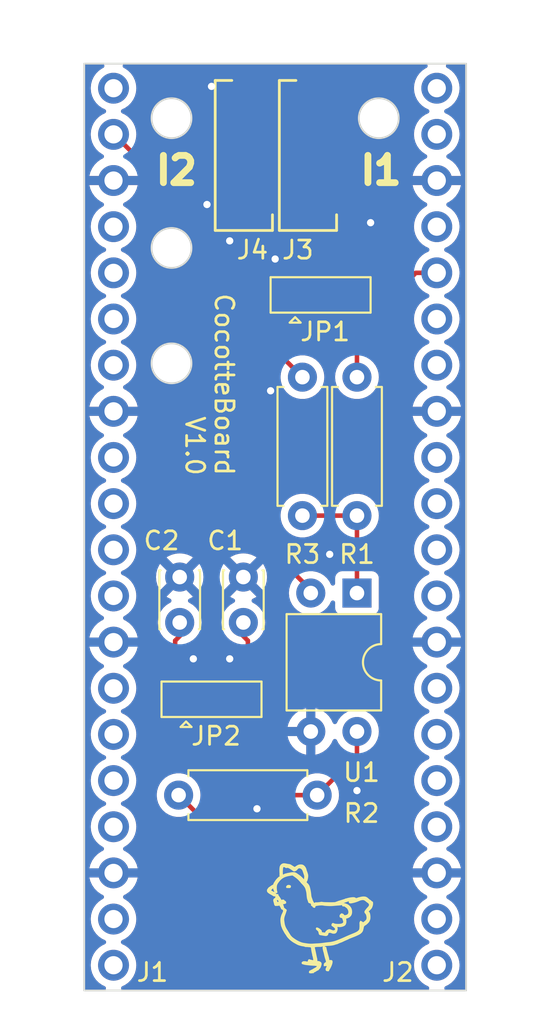
<source format=kicad_pcb>
(kicad_pcb (version 20221018) (generator pcbnew)
  (layers (0 "F.Cu" signal) (31 "B.Cu" signal) (34 "B.Paste" user) (35 "F.Paste" user) (36 "B.SilkS" user "B.Silkscreen") (37 "F.SilkS" user "F.Silkscreen") (38 "B.Mask" user) (39 "F.Mask" user) (44 "Edge.Cuts" user))
  (net 0 "")
  (net 1 "Net-(JP2-B)")
  (net 2 "GND")
  (net 3 "Net-(JP2-A)")
  (net 22 "+3.3V")
  (net 35 "Net-(J3-Pin_1)")
  (net 36 "Net-(JP1-A)")
  (net 37 "Net-(JP1-B)")
  (net 38 "Net-(R1-Pad2)")
  (net 39 "Net-(J4-Pin_1)")
  (net 40 "/uart")
  (footprint "Resistor_THT:R_Axial_DIN0207_L6.3mm_D2.5mm_P7.62mm_Horizontal" (layer "F.Cu") (at 32 37.25 -90)
    (fp_text reference "R3")
    (fp_text value "R")
  )
  (footprint "Jumper:SolderJumper-3_P2.0mm_Open_TrianglePad1.0x1.5mm" (layer "F.Cu") (at 33 32.75)
    (fp_text reference "JP1")
    (fp_text value "SolderJumper_3_Open")
  )
  (footprint "Cypou:CONN_2065-100&slash_998-403_1_WAG" (layer "F.Cu") (at 28.7772 25.04991 -90)
    (fp_text reference "J4")
    (fp_text value "Screw_Terminal_01x01")
  )
  (footprint "Capacitor_THT:C_Disc_D3.0mm_W2.0mm_P2.50mm" (layer "F.Cu") (at 25.25 50.75 90)
    (fp_text reference "C2")
    (fp_text value "C")
  )
  (footprint "Jumper:SolderJumper-3_P2.0mm_Open_TrianglePad1.0x1.5mm" (layer "F.Cu") (at 27 55)
    (fp_text reference "JP2")
    (fp_text value "SolderJumper_3_Open")
  )
  (footprint "Resistor_THT:R_Axial_DIN0207_L6.3mm_D2.5mm_P7.62mm_Horizontal" (layer "F.Cu") (at 25.19 60.25)
    (fp_text reference "R2")
    (fp_text value "R")
  )
  (footprint "Resistor_THT:R_Axial_DIN0207_L6.3mm_D2.5mm_P7.62mm_Horizontal" (layer "F.Cu") (at 35 37.25 -90)
    (fp_text reference "R1")
    (fp_text value "R")
  )
  (footprint "Package_DIP:DIP-4_W7.62mm" (layer "F.Cu") (at 35 49.13 -90)
    (fp_text reference "U1")
    (fp_text value "PC814")
  )
  (footprint "Cypou:CONN_2065-100&slash_998-403_1_WAG" (layer "F.Cu") (at 32.3044 25.04991 -90)
    (fp_text reference "J3")
    (fp_text value "Screw_Terminal_01x01")
  )
  (footprint "Capacitor_THT:C_Disc_D3.0mm_W2.0mm_P2.50mm" (layer "F.Cu") (at 28.75 50.75 90)
    (fp_text reference "C1")
    (fp_text value "C")
  )
  (footprint "Connector_PinHeader_2.54mm:PinHeader_1x20_P2.54mm_Vertical" (layer "B.Cu") (at 21.61 21.35 180)
    (fp_text reference "J1")
    (fp_text value "Conn_01x20_Pin")
  )
  (footprint "Connector_PinHeader_2.54mm:PinHeader_1x20_P2.54mm_Vertical" (layer "B.Cu") (at 39.39 21.35 180)
    (fp_text reference "J2")
    (fp_text value "Conn_01x20_Pin")
  )
  (gr_poly (pts (xy 31 64) (xy 31.015713 64.000904) (xy 31.031562 64.002354) (xy 31.04744 64.004276) (xy 31.063241 64.006593) (xy 31.094183 64.012107) (xy 31.123535 64.018284) (xy 31.150442 64.024513) (xy 31.165649 64.027822) (xy 31.180577 64.030541) (xy 31.209701 64.034739) (xy 31.238018 64.038152) (xy 31.265734 64.041827) (xy 31.279431 64.04409) (xy 31.293054 64.04681) (xy 31.306628 64.05012) (xy 31.320181 64.054149) (xy 31.333736 64.059028) (xy 31.34732 64.064888) (xy 31.360958 64.071861) (xy 31.374677 64.080076) (xy 31.421152 64.109601) (xy 31.467578 64.138383) (xy 31.513955 64.166421) (xy 31.560282 64.193714) (xy 31.562083 64.194663) (xy 31.563931 64.195473) (xy 31.565816 64.196147) (xy 31.567731 64.196683) (xy 31.569671 64.197082) (xy 31.571626 64.197345) (xy 31.573589 64.197471) (xy 31.575555 64.197461) (xy 31.577514 64.197316) (xy 31.57946 64.197035) (xy 31.581385 64.19662) (xy 31.583282 64.196069) (xy 31.585144 64.195384) (xy 31.586963 64.194564) (xy 31.588732 64.193611) (xy 31.590444 64.192523) (xy 31.638174 64.159804) (xy 31.660555 64.144949) (xy 31.682244 64.131163) (xy 31.703464 64.118496) (xy 31.724438 64.106996) (xy 31.74539 64.096714) (xy 31.766541 64.087699) (xy 31.788116 64.08) (xy 31.810336 64.073666) (xy 31.833427 64.068748) (xy 31.857609 64.065294) (xy 31.883107 64.063354) (xy 31.910144 64.062977) (xy 31.938942 64.064213) (xy 31.969724 64.067111) (xy 31.981244 64.068856) (xy 31.992629 64.071319) (xy 32.003869 64.07447) (xy 32.014955 64.078282) (xy 32.025876 64.082725) (xy 32.036622 64.087771) (xy 32.047184 64.09339) (xy 32.057552 64.099553) (xy 32.067715 64.106233) (xy 32.077663 64.113401) (xy 32.087387 64.121026) (xy 32.096877 64.129082) (xy 32.115114 64.146366) (xy 32.132294 64.165023) (xy 32.148338 64.184823) (xy 32.163166 64.205535) (xy 32.176698 64.226929) (xy 32.188855 64.248774) (xy 32.199557 64.27084) (xy 32.208725 64.292897) (xy 32.216278 64.314714) (xy 32.222137 64.33606) (xy 32.226015 64.35179) (xy 32.230174 64.36743) (xy 32.234614 64.382978) (xy 32.239335 64.398435) (xy 32.244337 64.413802) (xy 32.24962 64.429078) (xy 32.255185 64.444262) (xy 32.261031 64.459356) (xy 32.269087 64.480331) (xy 32.276298 64.500284) (xy 32.28282 64.519492) (xy 32.288812 64.538235) (xy 32.294432 64.556792) (xy 32.299838 64.575442) (xy 32.31064 64.614137) (xy 32.314732 64.632034) (xy 32.317546 64.651085) (xy 32.319178 64.671124) (xy 32.319725 64.691984) (xy 32.319281 64.7135) (xy 32.317944 64.735504) (xy 32.315809 64.75783) (xy 32.312972 64.780312) (xy 32.309528 64.802783) (xy 32.305574 64.825076) (xy 32.29652 64.868466) (xy 32.286576 64.909148) (xy 32.276509 64.945792) (xy 32.274551 64.951808) (xy 32.272237 64.957673) (xy 32.269623 64.963421) (xy 32.266765 64.969082) (xy 32.263719 64.97469) (xy 32.260542 64.980276) (xy 32.254019 64.991516) (xy 32.250785 64.997233) (xy 32.247645 65.003059) (xy 32.244654 65.009025) (xy 32.241869 65.015165) (xy 32.239346 65.02151) (xy 32.237141 65.028092) (xy 32.236176 65.031483) (xy 32.235311 65.034945) (xy 32.234554 65.038483) (xy 32.233911 65.042101) (xy 32.2338 65.042954) (xy 32.233733 65.043796) (xy 32.233709 65.044624) (xy 32.233729 65.045441) (xy 32.233792 65.046245) (xy 32.233899 65.047037) (xy 32.234048 65.047816) (xy 32.234242 65.048583) (xy 32.234478 65.049337) (xy 32.234758 65.050079) (xy 32.235082 65.050809) (xy 32.235449 65.051526) (xy 32.235859 65.052231) (xy 32.236313 65.052924) (xy 32.23681 65.053604) (xy 32.23735 65.054271) (xy 32.243791 65.061494) (xy 32.250435 65.068455) (xy 32.257241 65.075197) (xy 32.264166 65.081763) (xy 32.292235 65.107122) (xy 32.305906 65.119854) (xy 32.312504 65.126382) (xy 32.31889 65.133076) (xy 32.32502 65.139977) (xy 32.330853 65.147129) (xy 32.336349 65.154573) (xy 32.341464 65.162354) (xy 32.358887 65.190513) (xy 32.367144 65.204437) (xy 32.374983 65.218462) (xy 32.37872 65.22556) (xy 32.382321 65.232741) (xy 32.385774 65.240024) (xy 32.38907 65.247428) (xy 32.392198 65.254972) (xy 32.395147 65.262675) (xy 32.397907 65.270558) (xy 32.400466 65.278638) (xy 32.416858 65.33615) (xy 32.43177 65.394782) (xy 32.445201 65.454534) (xy 32.457153 65.515407) (xy 32.467625 65.5774) (xy 32.476616 65.640514) (xy 32.484128 65.704747) (xy 32.49016 65.770102) (xy 32.491953 65.787216) (xy 32.494505 65.803965) (xy 32.49774 65.820401) (xy 32.501582 65.836572) (xy 32.505956 65.85253) (xy 32.510786 65.868326) (xy 32.521513 65.899632) (xy 32.545115 65.962518) (xy 32.55678 65.994907) (xy 32.562315 66.011515) (xy 32.56755 66.028467) (xy 32.570105 66.03664) (xy 32.572941 66.044755) (xy 32.576058 66.052813) (xy 32.579457 66.060812) (xy 32.583136 66.068754) (xy 32.587097 66.076638) (xy 32.591338 66.084464) (xy 32.595861 66.092232) (xy 32.600764 66.100457) (xy 32.605551 66.108727) (xy 32.610223 66.117043) (xy 32.614779 66.125404) (xy 32.619219 66.133811) (xy 32.623543 66.142263) (xy 32.627751 66.15076) (xy 32.631844 66.159303) (xy 32.632202 66.160027) (xy 32.632584 66.160733) (xy 32.632991 66.161419) (xy 32.633421 66.162087) (xy 32.633875 66.162735) (xy 32.634351 66.163363) (xy 32.634848 66.163971) (xy 32.635366 66.164559) (xy 32.635905 66.165125) (xy 32.636462 66.165669) (xy 32.637039 66.166192) (xy 32.637633 66.166692) (xy 32.638245 66.167169) (xy 32.638873 66.167623) (xy 32.639518 66.168053) (xy 32.640177 66.168459) (xy 32.640851 66.168841) (xy 32.641539 66.169198) (xy 32.64224 66.169529) (xy 32.642953 66.169835) (xy 32.643678 66.170115) (xy 32.644413 66.170368) (xy 32.645159 66.170593) (xy 32.645915 66.170792) (xy 32.646679 66.170963) (xy 32.647452 66.171105) (xy 32.648231 66.171219) (xy 32.649018 66.171303) (xy 32.649811 66.171358) (xy 32.650608 66.171383) (xy 32.651411 66.171378) (xy 32.652217 66.171342) (xy 32.7009 66.168167) (xy 32.701249 66.168145) (xy 32.701585 66.168113) (xy 32.701908 66.16807) (xy 32.702217 66.168016) (xy 32.702513 66.167952) (xy 32.702796 66.167877) (xy 32.703066 66.167792) (xy 32.703323 66.167696) (xy 32.703566 66.167589) (xy 32.703797 66.167472) (xy 32.704014 66.167344) (xy 32.704218 66.167206) (xy 32.704409 66.167057) (xy 32.704586 66.166897) (xy 32.704751 66.166727) (xy 32.704902 66.166547) (xy 32.70504 66.166355) (xy 32.705165 66.166153) (xy 32.705277 66.165941) (xy 32.705376 66.165718) (xy 32.705461 66.165484) (xy 32.705533 66.16524) (xy 32.705592 66.164985) (xy 32.705638 66.164719) (xy 32.705671 66.164443) (xy 32.70569 66.164156) (xy 32.705697 66.163859) (xy 32.70569 66.163551) (xy 32.70567 66.163233) (xy 32.705637 66.162904) (xy 32.70559 66.162564) (xy 32.705531 66.162214) (xy 32.705427 66.161802) (xy 32.705316 66.161393) (xy 32.705196 66.160988) (xy 32.705068 66.160585) (xy 32.704931 66.160186) (xy 32.704787 66.159789) (xy 32.704634 66.159396) (xy 32.704472 66.159006) (xy 32.704303 66.158619) (xy 32.704125 66.158235) (xy 32.703939 66.157854) (xy 32.703745 66.157476) (xy 32.703542 66.157102) (xy 32.703331 66.15673) (xy 32.703112 66.156362) (xy 32.702885 66.155996) (xy 32.702513 66.155434) (xy 32.702175 66.154888) (xy 32.701871 66.154359) (xy 32.701601 66.153846) (xy 32.701365 66.15335) (xy 32.701162 66.152871) (xy 32.700994 66.152408) (xy 32.700859 66.151961) (xy 32.700758 66.151531) (xy 32.700691 66.151118) (xy 32.700658 66.150721) (xy 32.700659 66.150341) (xy 32.700693 66.149977) (xy 32.700761 66.14963) (xy 32.700864 66.149299) (xy 32.701 66.148985) (xy 32.70117 66.148687) (xy 32.701373 66.148406) (xy 32.701611 66.148142) (xy 32.701882 66.147894) (xy 32.702188 66.147662) (xy 32.702527 66.147447) (xy 32.7029 66.147249) (xy 32.703306 66.147067) (xy 32.703747 66.146901) (xy 32.704222 66.146753) (xy 32.70473 66.14662) (xy 32.705272 66.146505) (xy 32.705848 66.146405) (xy 32.706458 66.146323) (xy 32.707102 66.146256) (xy 32.70778 66.146207) (xy 32.713919 66.145951) (xy 32.719989 66.145905) (xy 32.725992 66.146039) (xy 32.731933 66.146323) (xy 32.743645 66.147211) (xy 32.755157 66.148323) (xy 32.766501 66.149411) (xy 32.77771 66.150225) (xy 32.783275 66.150452) (xy 32.788817 66.150519) (xy 32.794343 66.150392) (xy 32.799855 66.150043) (xy 32.934395 66.138799) (xy 32.938536 66.138323) (xy 32.943879 66.137492) (xy 32.950425 66.136305) (xy 32.958175 66.134763) (xy 32.967127 66.132866) (xy 32.977283 66.130613) (xy 32.988641 66.128004) (xy 33.001203 66.12504) (xy 33.006515 66.123842) (xy 33.011869 66.122793) (xy 33.017264 66.121895) (xy 33.0227 66.121146) (xy 33.028178 66.120547) (xy 33.033697 66.120098) (xy 33.039257 66.119799) (xy 33.044859 66.119649) (xy 33.050502 66.11965) (xy 33.056186 66.1198) (xy 33.061912 66.1201) (xy 33.067679 66.120551) (xy 33.073487 66.12115) (xy 33.079337 66.1219) (xy 33.085228 66.1228) (xy 33.091161 66.123849) (xy 33.109528 66.127073) (xy 33.128058 66.129827) (xy 33.165554 66.134088) (xy 33.20354 66.136963) (xy 33.241907 66.138782) (xy 33.397019 66.142106) (xy 33.506945 66.144313) (xy 33.609447 66.144322) (xy 33.657913 66.143501) (xy 33.704523 66.142131) (xy 33.749277 66.14021) (xy 33.792174 66.13774) (xy 33.79423 66.137573) (xy 33.796296 66.137337) (xy 33.798372 66.137032) (xy 33.800459 66.136657) (xy 33.802556 66.136213) (xy 33.804663 66.1357) (xy 33.806781 66.135118) (xy 33.808909 66.134466) (xy 33.811047 66.133745) (xy 33.813196 66.132955) (xy 33.815355 66.132095) (xy 33.817524 66.131167) (xy 33.819704 66.130169) (xy 33.821894 66.129102) (xy 33.824095 66.127966) (xy 33.826305 66.12676) (xy 33.83083 66.124321) (xy 33.83521 66.122097) (xy 33.839446 66.120087) (xy 33.843537 66.118293) (xy 33.847483 66.116714) (xy 33.851284 66.11535) (xy 33.854941 66.1142) (xy 33.858452 66.113266) (xy 33.869435 66.11048) (xy 33.880355 66.107478) (xy 33.891213 66.104262) (xy 33.90201 66.100831) (xy 33.912744 66.097184) (xy 33.923416 66.093323) (xy 33.934026 66.089247) (xy 33.944574 66.084956) (xy 33.944891 66.08482) (xy 33.945197 66.084678) (xy 33.945492 66.084529) (xy 33.945775 66.084373) (xy 33.946048 66.08421) (xy 33.946309 66.084041) (xy 33.946559 66.083865) (xy 33.946798 66.083682) (xy 33.947026 66.083493) (xy 33.947243 66.083297) (xy 33.947449 66.083094) (xy 33.947644 66.082884) (xy 33.947827 66.082668) (xy 33.948 66.082445) (xy 33.948161 66.082215) (xy 33.948312 66.081979) (xy 33.948451 66.081736) (xy 33.948579 66.081486) (xy 33.948696 66.081229) (xy 33.948801 66.080966) (xy 33.948896 66.080696) (xy 33.94898 66.080419) (xy 33.949052 66.080136) (xy 33.949114 66.079846) (xy 33.949164 66.079549) (xy 33.949203 66.079245) (xy 33.949231 66.078935) (xy 33.949248 66.078618) (xy 33.949254 66.078294) (xy 33.949248 66.077964) (xy 33.949232 66.077627) (xy 33.949204 66.077283) (xy 33.949146 66.076365) (xy 33.949105 66.075464) (xy 33.94908 66.074579) (xy 33.949072 66.073711) (xy 33.949086 66.073339) (xy 33.94911 66.072982) (xy 33.949146 66.072642) (xy 33.949192 66.072318) (xy 33.949249 66.07201) (xy 33.949317 66.071717) (xy 33.949396 66.071441) (xy 33.949486 66.071181) (xy 33.949586 66.070937) (xy 33.949698 66.070709) (xy 33.94982 66.070496) (xy 33.949953 66.0703) (xy 33.950097 66.07012) (xy 33.950252 66.069956) (xy 33.950417 66.069808) (xy 33.950594 66.069676) (xy 33.950781 66.06956) (xy 33.950979 66.06946) (xy 33.951188 66.069376) (xy 33.951408 66.069308) (xy 33.951639 66.069256) (xy 33.95188 66.06922) (xy 33.952133 66.0692) (xy 33.952396 66.069196) (xy 33.95267 66.069209) (xy 33.952955 66.069237) (xy 33.953251 66.069281) (xy 33.953558 66.069341) (xy 33.953875 66.069417) (xy 33.954204 66.06951) (xy 33.954543 66.069618) (xy 33.954893 66.069742) (xy 33.960214 66.071863) (xy 33.961378 66.072288) (xy 33.962507 66.072658) (xy 33.963614 66.072969) (xy 33.964716 66.073215) (xy 33.965827 66.073389) (xy 33.966962 66.073486) (xy 33.968137 66.0735) (xy 33.969367 66.073426) (xy 33.970666 66.073256) (xy 33.97205 66.072987) (xy 33.973534 66.072611) (xy 33.975133 66.072123) (xy 34.358912 65.951738) (xy 34.359345 65.951596) (xy 34.359752 65.951451) (xy 34.360131 65.951304) (xy 34.360485 65.951153) (xy 34.360812 65.951) (xy 34.361112 65.950844) (xy 34.361385 65.950685) (xy 34.361632 65.950523) (xy 34.361852 65.950358) (xy 34.362046 65.95019) (xy 34.362213 65.95002) (xy 34.362354 65.949847) (xy 34.362467 65.949671) (xy 34.362555 65.949492) (xy 34.362615 65.94931) (xy 34.362649 65.949125) (xy 34.362657 65.948938) (xy 34.362637 65.948748) (xy 34.362591 65.948554) (xy 34.362519 65.948358) (xy 34.36242 65.94816) (xy 34.362294 65.947958) (xy 34.362142 65.947753) (xy 34.361963 65.947546) (xy 34.361757 65.947336) (xy 34.361525 65.947123) (xy 34.361267 65.946907) (xy 34.360981 65.946688) (xy 34.360669 65.946467) (xy 34.360331 65.946242) (xy 34.359965 65.946015) (xy 34.359574 65.945785) (xy 34.359004 65.945455) (xy 34.358418 65.945158) (xy 34.357817 65.944896) (xy 34.3572 65.944669) (xy 34.356568 65.944475) (xy 34.355921 65.944315) (xy 34.355258 65.94419) (xy 34.354579 65.944098) (xy 34.353885 65.944041) (xy 34.353176 65.944017) (xy 34.352451 65.944028) (xy 34.35171 65.944073) (xy 34.350954 65.944152) (xy 34.350183 65.944266) (xy 34.349396 65.944413) (xy 34.348593 65.944594) (xy 34.347756 65.944793) (xy 34.347367 65.944868) (xy 34.346997 65.944927) (xy 34.346647 65.94497) (xy 34.346317 65.944996) (xy 34.346007 65.945006) (xy 34.345716 65.944999) (xy 34.345444 65.944977) (xy 34.345193 65.944938) (xy 34.344961 65.944883) (xy 34.344748 65.944811) (xy 34.344556 65.944724) (xy 34.344383 65.94462) (xy 34.344229 65.944499) (xy 34.344095 65.944363) (xy 34.343981 65.94421) (xy 34.343886 65.944041) (xy 34.343812 65.943855) (xy 34.343756 65.943654) (xy 34.343721 65.943436) (xy 34.343705 65.943202) (xy 34.343708 65.942951) (xy 34.343731 65.942684) (xy 34.343774 65.942401) (xy 34.343837 65.942102) (xy 34.343919 65.941786) (xy 34.344021 65.941454) (xy 34.344142 65.941106) (xy 34.344283 65.940742) (xy 34.344625 65.939964) (xy 34.344814 65.939595) (xy 34.345017 65.939249) (xy 34.345124 65.939084) (xy 34.345235 65.938925) (xy 34.34535 65.938772) (xy 34.345468 65.938625) (xy 34.34559 65.938483) (xy 34.345715 65.938347) (xy 34.345844 65.938216) (xy 34.345976 65.938091) (xy 34.346112 65.937972) (xy 34.346252 65.937859) (xy 34.346396 65.937751) (xy 34.346543 65.937649) (xy 34.346693 65.937553) (xy 34.346847 65.937462) (xy 34.347005 65.937377) (xy 34.347167 65.937298) (xy 34.347332 65.937224) (xy 34.347501 65.937156) (xy 34.347673 65.937094) (xy 34.347849 65.937037) (xy 34.348029 65.936986) (xy 34.348212 65.936941) (xy 34.348398 65.936902) (xy 34.348589 65.936868) (xy 34.348981 65.936817) (xy 34.349387 65.936789) (xy 34.352935 65.936633) (xy 34.356395 65.93664) (xy 34.359783 65.936778) (xy 34.363112 65.937014) (xy 34.376143 65.938294) (xy 34.379402 65.938536) (xy 34.382692 65.938682) (xy 34.386027 65.938699) (xy 34.389421 65.938556) (xy 34.39289 65.93822) (xy 34.396448 65.937659) (xy 34.40011 65.93684) (xy 34.403891 65.935731) (xy 34.444037 65.923064) (xy 34.484771 65.911588) (xy 34.526091 65.901302) (xy 34.567999 65.892207) (xy 34.610494 65.884302) (xy 34.653575 65.877589) (xy 34.697244 65.872065) (xy 34.7415 65.867733) (xy 34.757121 65.866573) (xy 34.772531 65.865768) (xy 34.787724 65.865381) (xy 34.802697 65.86548) (xy 34.817445 65.866129) (xy 34.831963 65.867393) (xy 34.846249 65.869339) (xy 34.860297 65.872032) (xy 34.874103 65.875538) (xy 34.887663 65.879921) (xy 34.900973 65.885247) (xy 34.914028 65.891583) (xy 34.926824 65.898992) (xy 34.939357 65.907542) (xy 34.951623 65.917297) (xy 34.963617 65.928322) (xy 34.964716 65.929362) (xy 34.965234 65.929818) (xy 34.965731 65.930232) (xy 34.966208 65.930604) (xy 34.966663 65.930933) (xy 34.967098 65.93122) (xy 34.967511 65.931464) (xy 34.967904 65.931666) (xy 34.968275 65.931826) (xy 34.968626 65.931943) (xy 34.968956 65.932018) (xy 34.969265 65.932051) (xy 34.969553 65.932041) (xy 34.96982 65.931989) (xy 34.970066 65.931894) (xy 34.970291 65.931757) (xy 34.970495 65.931578) (xy 34.970679 65.931356) (xy 34.970841 65.931092) (xy 34.970983 65.930786) (xy 34.971103 65.930437) (xy 34.971203 65.930046) (xy 34.971282 65.929612) (xy 34.971339 65.929136) (xy 34.971376 65.928618) (xy 34.971392 65.928057) (xy 34.971387 65.927454) (xy 34.971361 65.926809) (xy 34.971314 65.926121) (xy 34.971158 65.924618) (xy 34.970944 65.922791) (xy 34.9708 65.92098) (xy 34.970725 65.919186) (xy 34.970719 65.917408) (xy 34.970783 65.915647) (xy 34.970916 65.913903) (xy 34.971118 65.912175) (xy 34.971389 65.910463) (xy 34.97173 65.908768) (xy 34.972139 65.90709) (xy 34.972618 65.905428) (xy 34.973167 65.903782) (xy 34.973784 65.902153) (xy 34.974471 65.900541) (xy 34.975227 65.898945) (xy 34.976052 65.897366) (xy 34.976325 65.896889) (xy 34.976621 65.89643) (xy 34.97694 65.895989) (xy 34.977281 65.895567) (xy 34.977643 65.895165) (xy 34.978025 65.894783) (xy 34.978426 65.894423) (xy 34.978846 65.894085) (xy 34.979282 65.893769) (xy 34.979735 65.893477) (xy 34.980204 65.893208) (xy 34.980687 65.892965) (xy 34.981183 65.892747) (xy 34.981693 65.892555) (xy 34.982214 65.89239) (xy 34.982746 65.892252) (xy 34.983284 65.892143) (xy 34.983825 65.892064) (xy 34.984367 65.892014) (xy 34.984909 65.891993) (xy 34.98545 65.892001) (xy 34.985989 65.892038) (xy 34.986524 65.892103) (xy 34.987055 65.892196) (xy 34.98758 65.892317) (xy 34.988098 65.892466) (xy 34.988608 65.892642) (xy 34.989109 65.892845) (xy 34.989601 65.893076) (xy 34.99008 65.893333) (xy 34.990548 65.893616) (xy 34.991001 65.893926) (xy 34.991989 65.894686) (xy 34.992936 65.895475) (xy 34.993842 65.896294) (xy 34.994706 65.897143) (xy 34.995528 65.898022) (xy 34.99631 65.898931) (xy 34.99705 65.89987) (xy 34.997748 65.900839) (xy 34.998406 65.901838) (xy 34.999022 65.902867) (xy 34.999596 65.903925) (xy 35.00013 65.905014) (xy 35.000622 65.906133) (xy 35.001072 65.907282) (xy 35.001481 65.908461) (xy 35.001849 65.909669) (xy 35.002068 65.910424) (xy 35.002295 65.911134) (xy 35.00253 65.911799) (xy 35.002773 65.912418) (xy 35.003024 65.912993) (xy 35.003283 65.913523) (xy 35.00355 65.914008) (xy 35.003825 65.914448) (xy 35.004109 65.914843) (xy 35.0044 65.915193) (xy 35.004699 65.915499) (xy 35.005006 65.915759) (xy 35.005321 65.915974) (xy 35.005644 65.916144) (xy 35.005975 65.91627) (xy 35.006314 65.91635) (xy 35.006661 65.916385) (xy 35.007016 65.916376) (xy 35.00738 65.916321) (xy 35.007751 65.916222) (xy 35.00813 65.916077) (xy 35.008517 65.915888) (xy 35.008912 65.915654) (xy 35.009316 65.915374) (xy 35.009727 65.91505) (xy 35.010146 65.914681) (xy 35.010573 65.914267) (xy 35.011008 65.913808) (xy 35.011452 65.913303) (xy 35.011903 65.912754) (xy 35.012362 65.91216) (xy 35.012829 65.911521) (xy 35.015416 65.908106) (xy 35.018135 65.904921) (xy 35.020978 65.901958) (xy 35.023939 65.899206) (xy 35.027008 65.896655) (xy 35.030178 65.894297) (xy 35.033442 65.89212) (xy 35.036791 65.890115) (xy 35.040217 65.888272) (xy 35.043713 65.886581) (xy 35.050883 65.883616) (xy 35.058237 65.881141) (xy 35.065713 65.879077) (xy 35.073248 65.877344) (xy 35.080779 65.875865) (xy 35.095578 65.873347) (xy 35.109608 65.870891) (xy 35.116178 65.869489) (xy 35.122367 65.867865) (xy 35.164594 65.856138) (xy 35.207945 65.845712) (xy 35.229956 65.84115) (xy 35.252143 65.837107) (xy 35.274472 65.833648) (xy 35.296909 65.83084) (xy 35.319419 65.828746) (xy 35.341967 65.827432) (xy 35.364519 65.826963) (xy 35.387039 65.827402) (xy 35.409494 65.828817) (xy 35.431848 65.83127) (xy 35.454066 65.834828) (xy 35.476115 65.839555) (xy 35.483143 65.841442) (xy 35.490045 65.843618) (xy 35.496833 65.84606) (xy 35.503518 65.848747) (xy 35.51011 65.851656) (xy 35.516622 65.854765) (xy 35.523063 65.858054) (xy 35.529445 65.861499) (xy 35.542076 65.868771) (xy 35.554603 65.876408) (xy 35.579699 65.892074) (xy 35.580431 65.892508) (xy 35.581173 65.892916) (xy 35.581924 65.893298) (xy 35.582684 65.893654) (xy 35.583454 65.893984) (xy 35.584232 65.894288) (xy 35.58502 65.894567) (xy 35.585818 65.89482) (xy 35.586624 65.895046) (xy 35.58744 65.895247) (xy 35.588266 65.895423) (xy 35.5891 65.895572) (xy 35.589944 65.895696) (xy 35.590797 65.895793) (xy 35.59166 65.895865) (xy 35.592531 65.895911) (xy 35.59322 65.895957) (xy 35.593881 65.896027) (xy 35.594514 65.896123) (xy 35.595119 65.896244) (xy 35.595697 65.89639) (xy 35.596246 65.896561) (xy 35.596767 65.896757) (xy 35.597261 65.896978) (xy 35.597727 65.897224) (xy 35.598164 65.897495) (xy 35.598574 65.897791) (xy 35.598956 65.898112) (xy 35.59931 65.898459) (xy 35.599636 65.89883) (xy 35.599934 65.899227) (xy 35.600204 65.899648) (xy 35.600447 65.900095) (xy 35.600661 65.900567) (xy 35.600848 65.901063) (xy 35.601006 65.901585) (xy 35.601137 65.902132) (xy 35.60124 65.902704) (xy 35.601315 65.903301) (xy 35.601362 65.903923) (xy 35.601381 65.90457) (xy 35.601372 65.905242) (xy 35.601336 65.905939) (xy 35.601271 65.906662) (xy 35.601178 65.907409) (xy 35.601058 65.908182) (xy 35.60091 65.908979) (xy 35.600733 65.909802) (xy 35.600566 65.910691) (xy 35.600476 65.911579) (xy 35.600459 65.912461) (xy 35.600515 65.913334) (xy 35.600642 65.914194) (xy 35.600838 65.915035) (xy 35.6011 65.915855) (xy 35.601427 65.916649) (xy 35.601818 65.917413) (xy 35.602269 65.918143) (xy 35.60278 65.918834) (xy 35.603348 65.919484) (xy 35.603972 65.920087) (xy 35.604649 65.920639) (xy 35.605378 65.921137) (xy 35.605762 65.921364) (xy 35.606157 65.921576) (xy 35.6122 65.924822) (xy 35.618125 65.928211) (xy 35.623933 65.931742) (xy 35.629623 65.935417) (xy 35.635194 65.939233) (xy 35.640648 65.943193) (xy 35.645984 65.947295) (xy 35.651203 65.95154) (xy 35.656303 65.955927) (xy 35.661286 65.960457) (xy 35.666151 65.965129) (xy 35.670898 65.969945) (xy 35.675527 65.974902) (xy 35.680038 65.980003) (xy 35.684432 65.985246) (xy 35.688707 65.990632) (xy 35.689286 65.991345) (xy 35.68989 65.992033) (xy 35.69052 65.992696) (xy 35.691174 65.993332) (xy 35.691852 65.993942) (xy 35.692553 65.994524) (xy 35.693275 65.995077) (xy 35.694018 65.995603) (xy 35.694782 65.996099) (xy 35.695564 65.996565) (xy 35.696365 65.997) (xy 35.697183 65.997405) (xy 35.698018 65.997778) (xy 35.698869 65.998119) (xy 35.699735 65.998427) (xy 35.700614 65.998701) (xy 35.705051 66.000069) (xy 35.709399 66.00156) (xy 35.713658 66.003174) (xy 35.717828 66.004911) (xy 35.72191 66.006771) (xy 35.725902 66.008754) (xy 35.729806 66.010859) (xy 35.733621 66.013088) (xy 35.737347 66.01544) (xy 35.740984 66.017915) (xy 35.744532 66.020513) (xy 35.747991 66.023233) (xy 35.751361 66.026077) (xy 35.754643 66.029044) (xy 35.757835 66.032134) (xy 35.760939 66.035346) (xy 35.764982 66.039503) (xy 35.769111 66.043465) (xy 35.773308 66.047263) (xy 35.777552 66.050932) (xy 35.794624 66.06498) (xy 35.798819 66.068501) (xy 35.802948 66.072093) (xy 35.80699 66.075789) (xy 35.810926 66.079623) (xy 35.814738 66.083626) (xy 35.818406 66.087834) (xy 35.82191 66.092279) (xy 35.825233 66.096994) (xy 35.825707 66.09767) (xy 35.826204 66.098309) (xy 35.826724 66.09891) (xy 35.827267 66.099475) (xy 35.827832 66.100002) (xy 35.82842 66.100492) (xy 35.829031 66.100944) (xy 35.829664 66.10136) (xy 35.830321 66.101738) (xy 35.831 66.102079) (xy 35.831701 66.102383) (xy 35.832426 66.10265) (xy 35.833173 66.102879) (xy 35.833943 66.103071) (xy 35.834736 66.103226) (xy 35.835551 66.103344) (xy 35.862142 66.106387) (xy 35.863048 66.10651) (xy 35.863913 66.106683) (xy 35.864739 66.106903) (xy 35.865524 66.107172) (xy 35.866268 66.10749) (xy 35.866973 66.107857) (xy 35.867637 66.108272) (xy 35.86826 66.108735) (xy 35.868844 66.109247) (xy 35.869387 66.109808) (xy 35.86989 66.110417) (xy 35.870352 66.111075) (xy 35.870775 66.111781) (xy 35.871156 66.112536) (xy 35.871498 66.11334) (xy 35.871799 66.114192) (xy 35.87801 66.135766) (xy 35.882657 66.157182) (xy 35.885823 66.178448) (xy 35.887592 66.199572) (xy 35.888046 66.22056) (xy 35.887268 66.241419) (xy 35.885342 66.262157) (xy 35.882349 66.282781) (xy 35.878374 66.303298) (xy 35.873499 66.323716) (xy 35.867807 66.34404) (xy 35.861381 66.364279) (xy 35.854304 66.38444) (xy 35.846659 66.40453) (xy 35.829995 66.444525) (xy 35.826774 66.451434) (xy 35.823029 66.45857) (xy 35.818762 66.465933) (xy 35.813971 66.473521) (xy 35.808658 66.481336) (xy 35.802822 66.489378) (xy 35.796462 66.497645) (xy 35.78958 66.506139) (xy 35.782175 66.51486) (xy 35.774247 66.523806) (xy 35.765795 66.532979) (xy 35.756821 66.542379) (xy 35.747324 66.552005) (xy 35.737304 66.561857) (xy 35.726761 66.571935) (xy 35.715695 66.58224) (xy 35.714083 66.583763) (xy 35.712421 66.585421) (xy 35.710709 66.587215) (xy 35.708948 66.589144) (xy 35.707138 66.591208) (xy 35.705277 66.593408) (xy 35.703367 66.595744) (xy 35.701408 66.598214) (xy 35.69734 66.603562) (xy 35.693073 66.609451) (xy 35.688608 66.615881) (xy 35.683945 66.622854) (xy 35.683488 66.623518) (xy 35.683009 66.624154) (xy 35.682508 66.624762) (xy 35.681985 66.625342) (xy 35.681441 66.625895) (xy 35.680875 66.626419) (xy 35.680288 66.626916) (xy 35.679679 66.627385) (xy 35.679048 66.627825) (xy 35.678395 66.628238) (xy 35.677721 66.628623) (xy 35.677025 66.62898) (xy 35.676307 66.62931) (xy 35.675567 66.629611) (xy 35.674806 66.629884) (xy 35.674023 66.63013) (xy 35.651005 66.636876) (xy 35.650491 66.637049) (xy 35.649994 66.637251) (xy 35.649512 66.637483) (xy 35.649048 66.637743) (xy 35.648603 66.638031) (xy 35.648177 66.638344) (xy 35.647773 66.638682) (xy 35.64739 66.639044) (xy 35.64703 66.639428) (xy 35.646695 66.639834) (xy 35.646385 66.64026) (xy 35.646101 66.640705) (xy 35.645845 66.641168) (xy 35.645618 66.641649) (xy 35.64542 66.642145) (xy 35.645254 66.642656) (xy 35.64512 66.643177) (xy 35.645021 66.6437) (xy 35.644955 66.644225) (xy 35.644923 66.64475) (xy 35.644925 66.645273) (xy 35.644959 66.645794) (xy 35.645026 66.64631) (xy 35.645125 66.64682) (xy 35.645256 66.647323) (xy 35.645418 66.647816) (xy 35.645612 66.648299) (xy 35.645836 66.64877) (xy 35.646091 66.649227) (xy 35.646376 66.64967) (xy 35.646691 66.650095) (xy 35.647035 66.650503) (xy 35.655471 66.659627) (xy 35.664142 66.668658) (xy 35.672801 66.677759) (xy 35.677049 66.682388) (xy 35.6812 66.687098) (xy 35.685224 66.691908) (xy 35.68909 66.69684) (xy 35.692767 66.701913) (xy 35.696224 66.70715) (xy 35.699429 66.712571) (xy 35.702352 66.718196) (xy 35.703699 66.721092) (xy 35.704963 66.724046) (xy 35.706141 66.727062) (xy 35.707229 66.730142) (xy 35.713279 66.749328) (xy 35.718763 66.768786) (xy 35.72368 66.788515) (xy 35.728031 66.808517) (xy 35.731816 66.82879) (xy 35.735034 66.849335) (xy 35.737686 66.870152) (xy 35.739772 66.89124) (xy 35.741291 66.912601) (xy 35.742244 66.934233) (xy 35.742631 66.956137) (xy 35.742451 66.978313) (xy 35.741705 67.000761) (xy 35.740392 67.02348) (xy 35.738513 67.046472) (xy 35.736068 67.069735) (xy 35.735748 67.072302) (xy 35.735384 67.074776) (xy 35.734975 67.077159) (xy 35.734522 67.07945) (xy 35.734024 67.081649) (xy 35.733482 67.083756) (xy 35.732896 67.085771) (xy 35.732265 67.087693) (xy 35.731589 67.089524) (xy 35.730869 67.091263) (xy 35.730105 67.09291) (xy 35.729296 67.094465) (xy 35.728443 67.095928) (xy 35.727545 67.097299) (xy 35.726603 67.098578) (xy 35.725617 67.099765) (xy 35.725087 67.100367) (xy 35.724587 67.100983) (xy 35.724119 67.101612) (xy 35.723682 67.102254) (xy 35.723276 67.10291) (xy 35.722901 67.103579) (xy 35.722557 67.104262) (xy 35.722243 67.104958) (xy 35.721961 67.105667) (xy 35.72171 67.10639) (xy 35.72149 67.107126) (xy 35.721301 67.107876) (xy 35.721143 67.10864) (xy 35.721016 67.109416) (xy 35.72092 67.110206) (xy 35.720854 67.11101) (xy 35.720565 67.114305) (xy 35.72016 67.117575) (xy 35.719639 67.12082) (xy 35.719002 67.12404) (xy 35.71825 67.127236) (xy 35.717382 67.130407) (xy 35.716398 67.133553) (xy 35.715298 67.136674) (xy 35.706503 67.159064) (xy 35.696906 67.180037) (xy 35.686541 67.199727) (xy 35.675441 67.218267) (xy 35.663639 67.235791) (xy 35.651167 67.252433) (xy 35.638059 67.268325) (xy 35.624348 67.283601) (xy 35.610066 67.298395) (xy 35.595246 67.312841) (xy 35.579922 67.327071) (xy 35.564126 67.34122) (xy 35.496884 67.39967) (xy 35.4963 67.400167) (xy 35.495706 67.400633) (xy 35.495102 67.401069) (xy 35.494487 67.401473) (xy 35.493862 67.401846) (xy 35.493226 67.402188) (xy 35.49258 67.402499) (xy 35.491924 67.402779) (xy 35.491257 67.403028) (xy 35.49058 67.403246) (xy 35.489893 67.403433) (xy 35.489195 67.403589) (xy 35.488487 67.403715) (xy 35.487769 67.403809) (xy 35.48704 67.403872) (xy 35.486301 67.403904) (xy 35.485704 67.403941) (xy 35.485102 67.403986) (xy 35.484497 67.40404) (xy 35.483887 67.404102) (xy 35.483273 67.404172) (xy 35.482655 67.404251) (xy 35.482033 67.404337) (xy 35.481407 67.404432) (xy 35.481175 67.404469) (xy 35.480943 67.404511) (xy 35.480712 67.40456) (xy 35.48048 67.404615) (xy 35.480249 67.404676) (xy 35.480017 67.404743) (xy 35.479786 67.404816) (xy 35.479554 67.404896) (xy 35.479323 67.404981) (xy 35.479091 67.405073) (xy 35.47886 67.405172) (xy 35.478628 67.405276) (xy 35.478397 67.405387) (xy 35.478165 67.405503) (xy 35.477934 67.405626) (xy 35.477703 67.405755) (xy 35.470172 67.410441) (xy 35.462729 67.415239) (xy 35.455372 67.420148) (xy 35.448102 67.425169) (xy 35.440919 67.430302) (xy 35.433823 67.435546) (xy 35.426814 67.440902) (xy 35.419891 67.446369) (xy 35.415233 67.450347) (xy 35.410922 67.454461) (xy 35.406942 67.458705) (xy 35.403275 67.463073) (xy 35.399905 67.467558) (xy 35.396816 67.472153) (xy 35.393991 67.476852) (xy 35.391413 67.481648) (xy 35.389066 67.486534) (xy 35.386934 67.491505) (xy 35.383244 67.501671) (xy 35.380213 67.512093) (xy 35.377707 67.522718) (xy 35.375592 67.533494) (xy 35.373737 67.544367) (xy 35.370275 67.566194) (xy 35.368403 67.577043) (xy 35.366258 67.587777) (xy 35.36371 67.598344) (xy 35.360624 67.608691) (xy 35.358361 67.615783) (xy 35.356201 67.623036) (xy 35.354144 67.630451) (xy 35.35219 67.638027) (xy 35.35034 67.645764) (xy 35.348594 67.653662) (xy 35.346951 67.661721) (xy 35.345411 67.669942) (xy 35.343324 67.680153) (xy 35.340748 67.690291) (xy 35.3377 67.70035) (xy 35.334199 67.710322) (xy 35.330262 67.720201) (xy 35.325907 67.729979) (xy 35.316017 67.749203) (xy 35.304673 67.767939) (xy 35.292019 67.786128) (xy 35.278198 67.803714) (xy 35.263357 67.820639) (xy 35.247638 67.836846) (xy 35.231185 67.852278) (xy 35.214144 67.866879) (xy 35.196657 67.88059) (xy 35.17887 67.893354) (xy 35.160926 67.905115) (xy 35.14297 67.915815) (xy 35.125145 67.925397) (xy 35.057807 67.958935) (xy 35.024279 67.97502) (xy 34.990555 67.9907) (xy 34.956415 68.006014) (xy 34.921641 68.021001) (xy 34.886015 68.035699) (xy 34.849317 68.050148) (xy 34.716463 68.101808) (xy 34.584072 68.154394) (xy 34.582135 68.15509) (xy 34.580106 68.155705) (xy 34.575833 68.156796) (xy 34.57138 68.157868) (xy 34.569126 68.158461) (xy 34.566874 68.159124) (xy 34.564641 68.159883) (xy 34.562443 68.160763) (xy 34.560295 68.16179) (xy 34.558213 68.162989) (xy 34.557202 68.163661) (xy 34.556214 68.164385) (xy 34.55525 68.165164) (xy 34.554312 68.166002) (xy 34.553403 68.166902) (xy 34.552525 68.167867) (xy 34.551679 68.1689) (xy 34.550867 68.170005) (xy 34.550379 68.170673) (xy 34.549873 68.171321) (xy 34.549349 68.17195) (xy 34.548808 68.17256) (xy 34.54825 68.173149) (xy 34.547673 68.173719) (xy 34.54708 68.174269) (xy 34.546468 68.1748) (xy 34.54584 68.175311) (xy 34.545193 68.175803) (xy 34.544529 68.176274) (xy 34.543847 68.176727) (xy 34.543148 68.177159) (xy 34.542431 68.177572) (xy 34.541697 68.177965) (xy 34.540945 68.178339) (xy 34.507856 68.193644) (xy 34.474396 68.208578) (xy 34.407116 68.237788) (xy 34.340604 68.266873) (xy 34.308106 68.281652) (xy 34.276362 68.29674) (xy 34.235476 68.316588) (xy 34.215398 68.32612) (xy 34.195234 68.335369) (xy 34.174735 68.344321) (xy 34.153653 68.35296) (xy 34.13174 68.36127) (xy 34.108748 68.369236) (xy 34.088787 68.376053) (xy 34.068986 68.383275) (xy 34.049347 68.390903) (xy 34.029869 68.398935) (xy 34.010553 68.407373) (xy 33.991397 68.416216) (xy 33.972403 68.425464) (xy 33.95357 68.435117) (xy 33.945767 68.439046) (xy 33.93777 68.442699) (xy 33.929578 68.446074) (xy 33.921192 68.449173) (xy 33.912612 68.451995) (xy 33.903837 68.454539) (xy 33.894868 68.456807) (xy 33.885705 68.458797) (xy 33.874191 68.461281) (xy 33.862723 68.464086) (xy 33.839942 68.470476) (xy 33.8174 68.477591) (xy 33.795134 68.485057) (xy 33.773186 68.492498) (xy 33.751592 68.499539) (xy 33.730392 68.505805) (xy 33.719952 68.50853) (xy 33.709624 68.51092) (xy 33.661053 68.520346) (xy 33.613752 68.527814) (xy 33.567403 68.53366) (xy 33.521687 68.538222) (xy 33.476288 68.541834) (xy 33.430888 68.544834) (xy 33.338811 68.550343) (xy 33.323939 68.551507) (xy 33.309182 68.553078) (xy 33.29453 68.555005) (xy 33.279974 68.557239) (xy 33.265505 68.559726) (xy 33.251114 68.562417) (xy 33.222526 68.568202) (xy 33.221408 68.568458) (xy 33.220903 68.568591) (xy 33.220435 68.568727) (xy 33.220002 68.568868) (xy 33.219606 68.569012) (xy 33.219245 68.569159) (xy 33.218921 68.56931) (xy 33.218634 68.569465) (xy 33.218382 68.569623) (xy 33.218166 68.569785) (xy 33.217987 68.569951) (xy 33.217844 68.57012) (xy 33.217737 68.570293) (xy 33.217666 68.57047) (xy 33.217632 68.57065) (xy 33.217633 68.570833) (xy 33.217671 68.571021) (xy 33.217745 68.571212) (xy 33.217855 68.571406) (xy 33.218001 68.571604) (xy 33.218183 68.571806) (xy 33.218402 68.572012) (xy 33.218657 68.572221) (xy 33.218948 68.572433) (xy 33.219275 68.57265) (xy 33.219638 68.57287) (xy 33.220038 68.573093) (xy 33.220473 68.57332) (xy 33.220945 68.573551) (xy 33.221997 68.574023) (xy 33.308252 68.609875) (xy 33.308797 68.610121) (xy 33.309321 68.610401) (xy 33.309823 68.610713) (xy 33.310301 68.611056) (xy 33.310755 68.611427) (xy 33.311184 68.611827) (xy 33.311585 68.612252) (xy 33.311959 68.612702) (xy 33.312303 68.613175) (xy 33.312618 68.61367) (xy 33.312901 68.614186) (xy 33.313151 68.61472) (xy 33.313369 68.615272) (xy 33.313551 68.61584) (xy 33.313698 68.616422) (xy 33.313808 68.617018) (xy 33.326274 68.68378) (xy 33.340489 68.750593) (xy 33.356205 68.817422) (xy 33.373174 68.884231) (xy 33.391147 68.950983) (xy 33.409876 69.017645) (xy 33.448613 69.15055) (xy 33.454103 69.170179) (xy 33.45913 69.189973) (xy 33.463694 69.209933) (xy 33.467795 69.230058) (xy 33.471433 69.250348) (xy 33.474608 69.270804) (xy 33.47732 69.291425) (xy 33.479569 69.312211) (xy 33.479687 69.313165) (xy 33.479861 69.314105) (xy 33.480088 69.315028) (xy 33.480368 69.315933) (xy 33.4807 69.316816) (xy 33.481082 69.317677) (xy 33.481513 69.318513) (xy 33.481991 69.319322) (xy 33.482516 69.320103) (xy 33.483085 69.320852) (xy 33.483699 69.321568) (xy 33.484354 69.322249) (xy 33.485051 69.322894) (xy 33.485788 69.323499) (xy 33.486564 69.324063) (xy 33.487376 69.324584) (xy 33.488219 69.325056) (xy 33.489082 69.325475) (xy 33.489965 69.325842) (xy 33.490864 69.326155) (xy 33.491777 69.326415) (xy 33.492702 69.326622) (xy 33.493636 69.326775) (xy 33.494577 69.326874) (xy 33.495522 69.326919) (xy 33.49647 69.326909) (xy 33.497416 69.326846) (xy 33.49836 69.326727) (xy 33.499299 69.326554) (xy 33.50023 69.326326) (xy 33.501151 69.326043) (xy 33.502059 69.325704) (xy 33.507041 69.323876) (xy 33.511927 69.32248) (xy 33.516732 69.321474) (xy 33.521471 69.320816) (xy 33.526159 69.320464) (xy 33.530813 69.320377) (xy 33.535447 69.320512) (xy 33.540076 69.320826) (xy 33.549383 69.321827) (xy 33.558855 69.323044) (xy 33.568616 69.32414) (xy 33.573643 69.324537) (xy 33.578788 69.324778) (xy 33.596231 69.32658) (xy 33.611304 69.330772) (xy 33.624116 69.337205) (xy 33.634775 69.345731) (xy 33.643393 69.356204) (xy 33.650078 69.368475) (xy 33.65494 69.382397) (xy 33.658089 69.397822) (xy 33.659634 69.414602) (xy 33.659684 69.432589) (xy 33.65835 69.451636) (xy 33.655741 69.471595) (xy 33.651967 69.492318) (xy 33.647137 69.513658) (xy 33.634747 69.557595) (xy 33.619449 69.602226) (xy 33.60212 69.646367) (xy 33.583635 69.688838) (xy 33.564873 69.728456) (xy 33.546708 69.764039) (xy 33.530019 69.794406) (xy 33.515681 69.818375) (xy 33.504573 69.834763) (xy 33.500556 69.840257) (xy 33.496709 69.845824) (xy 33.493032 69.851464) (xy 33.489524 69.857178) (xy 33.486186 69.862965) (xy 33.483017 69.868826) (xy 33.480018 69.87476) (xy 33.477188 69.880767) (xy 33.474528 69.886848) (xy 33.472037 69.893002) (xy 33.469715 69.89923) (xy 33.467564 69.905531) (xy 33.465581 69.911905) (xy 33.463769 69.918353) (xy 33.462125 69.924874) (xy 33.460652 69.931468) (xy 33.460465 69.932273) (xy 33.460236 69.933033) (xy 33.459965 69.933749) (xy 33.459813 69.93409) (xy 33.459651 69.93442) (xy 33.459478 69.934739) (xy 33.459295 69.935047) (xy 33.459101 69.935343) (xy 33.458896 69.935629) (xy 33.458681 69.935904) (xy 33.458456 69.936167) (xy 33.458219 69.936419) (xy 33.457972 69.936661) (xy 33.457715 69.936891) (xy 33.457447 69.93711) (xy 33.457168 69.937318) (xy 33.456879 69.937514) (xy 33.456579 69.9377) (xy 33.456269 69.937875) (xy 33.455947 69.938038) (xy 33.455616 69.93819) (xy 33.455274 69.938332) (xy 33.454921 69.938462) (xy 33.454183 69.938689) (xy 33.453404 69.938871) (xy 33.452582 69.939009) (xy 33.43908 69.940718) (xy 33.425627 69.941878) (xy 33.412224 69.942488) (xy 33.398871 69.942548) (xy 33.385568 69.942058) (xy 33.372314 69.941018) (xy 33.359109 69.939428) (xy 33.345954 69.937289) (xy 33.337102 69.935323) (xy 33.328913 69.932795) (xy 33.321369 69.929732) (xy 33.314453 69.926164) (xy 33.308146 69.92212) (xy 33.302431 69.917629) (xy 33.297289 69.91272) (xy 33.292703 69.907422) (xy 33.288654 69.901764) (xy 33.285125 69.895776) (xy 33.282098 69.889486) (xy 33.279554 69.882923) (xy 33.277476 69.876116) (xy 33.275845 69.869094) (xy 33.274644 69.861888) (xy 33.273855 69.854524) (xy 33.27346 69.847033) (xy 33.273441 69.839444) (xy 33.273779 69.831785) (xy 33.274457 69.824085) (xy 33.275458 69.816375) (xy 33.276762 69.808682) (xy 33.278352 69.801036) (xy 33.28021 69.793465) (xy 33.284658 69.778668) (xy 33.289962 69.764523) (xy 33.295978 69.751261) (xy 33.302563 69.739116) (xy 33.309188 69.727791) (xy 33.314905 69.717501) (xy 33.317439 69.712636) (xy 33.319764 69.707902) (xy 33.321887 69.703254) (xy 33.323812 69.698651) (xy 33.325547 69.69405) (xy 33.327098 69.689407) (xy 33.328469 69.68468) (xy 33.329668 69.679827) (xy 33.330701 69.674803) (xy 33.331572 69.669567) (xy 33.332289 69.664075) (xy 33.332858 69.658286) (xy 33.332868 69.658111) (xy 33.332869 69.657936) (xy 33.33286 69.657763) (xy 33.332842 69.657591) (xy 33.332815 69.65742) (xy 33.332778 69.657252) (xy 33.332733 69.657086) (xy 33.332678 69.656923) (xy 33.332615 69.656763) (xy 33.332544 69.656607) (xy 33.332463 69.656455) (xy 33.332375 69.656306) (xy 33.332278 69.656163) (xy 33.332173 69.656024) (xy 33.332061 69.655891) (xy 33.33194 69.655764) (xy 33.331812 69.655643) (xy 33.331679 69.65553) (xy 33.331541 69.655426) (xy 33.331397 69.655329) (xy 33.331249 69.65524) (xy 33.331097 69.65516) (xy 33.330941 69.655088) (xy 33.330781 69.655025) (xy 33.330618 69.654971) (xy 33.330452 69.654926) (xy 33.330284 69.654889) (xy 33.330113 69.654862) (xy 33.329941 69.654844) (xy 33.329768 69.654835) (xy 33.329593 69.654836) (xy 33.329418 69.654846) (xy 33.185485 69.665298) (xy 33.184979 69.665325) (xy 33.184474 69.665328) (xy 33.183972 69.665305) (xy 33.183472 69.665257) (xy 33.182977 69.665184) (xy 33.182487 69.665087) (xy 33.182003 69.664966) (xy 33.181525 69.664822) (xy 33.181054 69.664654) (xy 33.180592 69.664462) (xy 33.18014 69.664248) (xy 33.179697 69.664011) (xy 33.179265 69.663752) (xy 33.178845 69.66347) (xy 33.178438 69.663167) (xy 33.178045 69.662843) (xy 33.177668 69.662499) (xy 33.177309 69.662138) (xy 33.17697 69.661761) (xy 33.176651 69.661369) (xy 33.176352 69.660962) (xy 33.176073 69.660542) (xy 33.175815 69.660109) (xy 33.175579 69.659664) (xy 33.175364 69.659208) (xy 33.175171 69.658742) (xy 33.175001 69.658266) (xy 33.174854 69.657781) (xy 33.174731 69.657289) (xy 33.174631 69.656789) (xy 33.174556 69.656284) (xy 33.174505 69.655773) (xy 33.173132 69.635021) (xy 33.172351 69.61235) (xy 33.172398 69.600569) (xy 33.172853 69.588639) (xy 33.173802 69.57667) (xy 33.175331 69.564772) (xy 33.177527 69.553055) (xy 33.180476 69.54163) (xy 33.184264 69.530607) (xy 33.1865 69.525281) (xy 33.188978 69.520097) (xy 33.191709 69.515068) (xy 33.194705 69.510208) (xy 33.197974 69.505532) (xy 33.20153 69.501053) (xy 33.205381 69.496784) (xy 33.20954 69.49274) (xy 33.214017 69.488934) (xy 33.218822 69.485381) (xy 33.221517 69.483485) (xy 33.224009 69.481612) (xy 33.22632 69.479753) (xy 33.228469 69.4779) (xy 33.230478 69.476045) (xy 33.232368 69.474179) (xy 33.234159 69.472294) (xy 33.235871 69.470382) (xy 33.237527 69.468434) (xy 33.239145 69.466442) (xy 33.242356 69.462294) (xy 33.249249 69.453102) (xy 33.249755 69.452479) (xy 33.250279 69.451903) (xy 33.250821 69.451371) (xy 33.251383 69.450886) (xy 33.251962 69.450445) (xy 33.252561 69.45005) (xy 33.252867 69.44987) (xy 33.253178 69.449701) (xy 33.253493 69.449543) (xy 33.253814 69.449397) (xy 33.254138 69.449262) (xy 33.254468 69.449139) (xy 33.254802 69.449027) (xy 33.255141 69.448926) (xy 33.255832 69.448758) (xy 33.256542 69.448637) (xy 33.257271 69.44856) (xy 33.258018 69.448529) (xy 33.258784 69.448544) (xy 33.259568 69.448604) (xy 33.282455 69.451381) (xy 33.28294 69.451431) (xy 33.283406 69.451464) (xy 33.283851 69.45148) (xy 33.284276 69.451479) (xy 33.28468 69.451461) (xy 33.285064 69.451426) (xy 33.285427 69.451375) (xy 33.28577 69.451307) (xy 33.286093 69.451222) (xy 33.286395 69.45112) (xy 33.286677 69.451002) (xy 33.286938 69.450867) (xy 33.287179 69.450715) (xy 33.2874 69.450546) (xy 33.2876 69.45036) (xy 33.287779 69.450158) (xy 33.287939 69.449939) (xy 33.288078 69.449702) (xy 33.288196 69.44945) (xy 33.288294 69.44918) (xy 33.288372 69.448894) (xy 33.288429 69.44859) (xy 33.288466 69.44827) (xy 33.288482 69.447934) (xy 33.288478 69.44758) (xy 33.288454 69.44721) (xy 33.288409 69.446822) (xy 33.288344 69.446418) (xy 33.288258 69.445998) (xy 33.288152 69.44556) (xy 33.288026 69.445106) (xy 33.287879 69.444634) (xy 33.287375 69.442951) (xy 33.286955 69.441274) (xy 33.286618 69.439602) (xy 33.286365 69.437937) (xy 33.286196 69.436279) (xy 33.286111 69.434626) (xy 33.28611 69.43298) (xy 33.286192 69.431339) (xy 33.286358 69.429705) (xy 33.286607 69.428078) (xy 33.286941 69.426456) (xy 33.287358 69.424841) (xy 33.287858 69.423231) (xy 33.288443 69.421629) (xy 33.289111 69.420032) (xy 33.289863 69.418441) (xy 33.290241 69.417645) (xy 33.290582 69.416845) (xy 33.290886 69.416041) (xy 33.291153 69.415233) (xy 33.291382 69.414421) (xy 33.291574 69.413604) (xy 33.291729 69.412783) (xy 33.291847 69.411959) (xy 33.291928 69.41113) (xy 33.291971 69.410297) (xy 33.291977 69.40946) (xy 33.291946 69.408618) (xy 33.291878 69.407773) (xy 33.291773 69.406923) (xy 33.29163 69.40607) (xy 33.29145 69.405212) (xy 33.288967 69.394063) (xy 33.286616 69.382945) (xy 33.281942 69.360828) (xy 33.279437 69.349841) (xy 33.276698 69.338909) (xy 33.273633 69.328039) (xy 33.270152 69.317238) (xy 33.251878 69.26182) (xy 33.235956 69.208858) (xy 33.221947 69.157731) (xy 33.209413 69.10782) (xy 33.197914 69.058504) (xy 33.187012 69.009164) (xy 33.165244 68.907928) (xy 33.165067 68.907122) (xy 33.164868 68.906328) (xy 33.164646 68.905543) (xy 33.164401 68.904769) (xy 33.164133 68.904005) (xy 33.163843 68.903252) (xy 33.16353 68.902509) (xy 33.163194 68.901776) (xy 33.162835 68.901053) (xy 33.162454 68.900341) (xy 33.16205 68.899639) (xy 33.161623 68.898948) (xy 33.161173 68.898267) (xy 33.160701 68.897596) (xy 33.160206 68.896936) (xy 33.159688 68.896286) (xy 33.159028 68.895484) (xy 33.158402 68.8947) (xy 33.157812 68.893934) (xy 33.157257 68.893185) (xy 33.156737 68.892454) (xy 33.156252 68.89174) (xy 33.155803 68.891044) (xy 33.155388 68.890366) (xy 33.155009 68.889705) (xy 33.154665 68.889061) (xy 33.154356 68.888436) (xy 33.154082 68.887827) (xy 33.153843 68.887237) (xy 33.153639 68.886664) (xy 33.153471 68.886108) (xy 33.153338 68.88557) (xy 33.136237 68.814114) (xy 33.128393 68.780742) (xy 33.121406 68.748599) (xy 33.115566 68.717429) (xy 33.113167 68.70213) (xy 33.111164 68.686978) (xy 33.109592 68.671941) (xy 33.108488 68.656988) (xy 33.107889 68.642087) (xy 33.10783 68.627205) (xy 33.107938 68.623488) (xy 33.108164 68.619912) (xy 33.108509 68.616477) (xy 33.108971 68.613182) (xy 33.10955 68.610027) (xy 33.110248 68.607014) (xy 33.111064 68.60414) (xy 33.111997 68.601408) (xy 33.113048 68.598816) (xy 33.114217 68.596364) (xy 33.115504 68.594053) (xy 33.116908 68.591883) (xy 33.118431 68.589853) (xy 33.120071 68.587964) (xy 33.121829 68.586215) (xy 33.123705 68.584607) (xy 33.123841 68.5845) (xy 33.123967 68.584395) (xy 33.124083 68.584292) (xy 33.12419 68.584191) (xy 33.124288 68.584092) (xy 33.124376 68.583994) (xy 33.124454 68.583899) (xy 33.124523 68.583805) (xy 33.124583 68.583713) (xy 33.124632 68.583622) (xy 33.124672 68.583534) (xy 33.124703 68.583447) (xy 33.124724 68.583362) (xy 33.124736 68.583279) (xy 33.124737 68.583198) (xy 33.12473 68.583118) (xy 33.124713 68.583041) (xy 33.124686 68.582965) (xy 33.12465 68.582891) (xy 33.124604 68.582819) (xy 33.124548 68.582748) (xy 33.124483 68.58268) (xy 33.124409 68.582613) (xy 33.124325 68.582548) (xy 33.124231 68.582485) (xy 33.124128 68.582423) (xy 33.124015 68.582364) (xy 33.123893 68.582306) (xy 33.123761 68.58225) (xy 33.123619 68.582196) (xy 33.123468 68.582144) (xy 33.123308 68.582093) (xy 33.118807 68.580781) (xy 33.114399 68.579753) (xy 33.110084 68.579011) (xy 33.105862 68.578554) (xy 33.101733 68.578383) (xy 33.097697 68.578496) (xy 33.093754 68.578895) (xy 33.089904 68.57958) (xy 33.086147 68.580549) (xy 33.082483 68.581804) (xy 33.078913 68.583344) (xy 33.075435 68.585169) (xy 33.07205 68.587279) (xy 33.068758 68.589675) (xy 33.065559 68.592356) (xy 33.062454 68.595322) (xy 33.061834 68.595916) (xy 33.061199 68.596474) (xy 33.060548 68.596995) (xy 33.059882 68.59748) (xy 33.059201 68.597929) (xy 33.058504 68.598342) (xy 33.057791 68.598719) (xy 33.057063 68.599059) (xy 33.056319 68.599364) (xy 33.05556 68.599632) (xy 33.054785 68.599864) (xy 33.053995 68.60006) (xy 33.05319 68.60022) (xy 33.052368 68.600343) (xy 33.051532 68.60043) (xy 33.05068 68.600482) (xy 32.999333 68.601731) (xy 32.95138 68.602094) (xy 32.862809 68.602466) (xy 32.820767 68.603629) (xy 32.779273 68.606212) (xy 32.758509 68.608216) (xy 32.737614 68.610791) (xy 32.716501 68.61401) (xy 32.69508 68.617944) (xy 32.694331 68.618111) (xy 32.693608 68.618298) (xy 32.692909 68.618504) (xy 32.692235 68.61873) (xy 32.691586 68.618975) (xy 32.690962 68.61924) (xy 32.690363 68.619525) (xy 32.689788 68.619829) (xy 32.689238 68.620153) (xy 32.688713 68.620497) (xy 32.688213 68.62086) (xy 32.687737 68.621243) (xy 32.687287 68.621646) (xy 32.686861 68.622068) (xy 32.68646 68.62251) (xy 32.686084 68.622971) (xy 32.685732 68.623452) (xy 32.685406 68.623953) (xy 32.685104 68.624474) (xy 32.684827 68.625014) (xy 32.684575 68.625573) (xy 32.684347 68.626153) (xy 32.684145 68.626751) (xy 32.683967 68.62737) (xy 32.683814 68.628008) (xy 32.683686 68.628666) (xy 32.683583 68.629344) (xy 32.683504 68.630041) (xy 32.68345 68.630757) (xy 32.683421 68.631494) (xy 32.683417 68.63225) (xy 32.683438 68.633026) (xy 32.683827 68.639249) (xy 32.684397 68.645618) (xy 32.685149 68.652131) (xy 32.686084 68.658789) (xy 32.6872 68.665592) (xy 32.688498 68.672539) (xy 32.689978 68.679631) (xy 32.69164 68.686868) (xy 32.707242 68.752683) (xy 32.722166 68.818631) (xy 32.736412 68.88471) (xy 32.749981 68.950922) (xy 32.778291 69.089465) (xy 32.80766 69.227809) (xy 32.80802 69.229403) (xy 32.80845 69.231012) (xy 32.808944 69.232631) (xy 32.809493 69.23426) (xy 32.810092 69.235896) (xy 32.810732 69.237536) (xy 32.812108 69.240823) (xy 32.815045 69.247361) (xy 32.816492 69.250578) (xy 32.817846 69.253738) (xy 32.818131 69.254501) (xy 32.81839 69.255267) (xy 32.818623 69.256038) (xy 32.81883 69.256814) (xy 32.819012 69.257593) (xy 32.819167 69.258376) (xy 32.819297 69.259164) (xy 32.819401 69.259955) (xy 32.819479 69.260751) (xy 32.819531 69.261551) (xy 32.819557 69.262355) (xy 32.819558 69.263163) (xy 32.819533 69.263976) (xy 32.819481 69.264792) (xy 32.819404 69.265613) (xy 32.819302 69.266438) (xy 32.818703 69.271114) (xy 32.818231 69.275783) (xy 32.817885 69.280445) (xy 32.817664 69.285099) (xy 32.81757 69.289747) (xy 32.817602 69.294387) (xy 32.81776 69.299019) (xy 32.818045 69.303645) (xy 32.818455 69.308263) (xy 32.818991 69.312874) (xy 32.819654 69.317478) (xy 32.820442 69.322075) (xy 32.821357 69.326664) (xy 32.822398 69.331246) (xy 32.823565 69.335821) (xy 32.824858 69.340389) (xy 32.825089 69.341248) (xy 32.825286 69.342107) (xy 32.825448 69.342964) (xy 32.825577 69.34382) (xy 32.825672 69.344676) (xy 32.825732 69.34553) (xy 32.825758 69.346383) (xy 32.825751 69.347235) (xy 32.825709 69.348086) (xy 32.825633 69.348936) (xy 32.825523 69.349785) (xy 32.825379 69.350633) (xy 32.8252 69.35148) (xy 32.824988 69.352326) (xy 32.824742 69.353171) (xy 32.824461 69.354015) (xy 32.824127 69.355026) (xy 32.823818 69.356041) (xy 32.823535 69.35706) (xy 32.823279 69.358083) (xy 32.823048 69.35911) (xy 32.822842 69.360142) (xy 32.822663 69.361177) (xy 32.82251 69.362217) (xy 32.822382 69.363261) (xy 32.82228 69.364309) (xy 32.822204 69.365361) (xy 32.822154 69.366417) (xy 32.82213 69.367478) (xy 32.822131 69.368542) (xy 32.822159 69.369611) (xy 32.822212 69.370683) (xy 32.822287 69.371495) (xy 32.822423 69.37229) (xy 32.822617 69.373065) (xy 32.822867 69.373816) (xy 32.823172 69.374543) (xy 32.823528 69.375241) (xy 32.823934 69.375908) (xy 32.824388 69.376542) (xy 32.824888 69.37714) (xy 32.825431 69.377698) (xy 32.826016 69.378215) (xy 32.82664 69.378687) (xy 32.827301 69.379112) (xy 32.827998 69.379487) (xy 32.828727 69.379809) (xy 32.829488 69.380076) (xy 32.831419 69.380642) (xy 32.833343 69.381114) (xy 32.835259 69.381493) (xy 32.837169 69.38178) (xy 32.839071 69.381973) (xy 32.840966 69.382073) (xy 32.842854 69.382081) (xy 32.844734 69.381995) (xy 32.846608 69.381816) (xy 32.848474 69.381544) (xy 32.850333 69.381179) (xy 32.852184 69.380722) (xy 32.854029 69.380171) (xy 32.855866 69.379527) (xy 32.857695 69.37879) (xy 32.859518 69.37796) (xy 32.860414 69.37755) (xy 32.861314 69.377181) (xy 32.86222 69.376851) (xy 32.863131 69.376562) (xy 32.864048 69.376314) (xy 32.864969 69.376106) (xy 32.865896 69.375938) (xy 32.866827 69.37581) (xy 32.867764 69.375723) (xy 32.868706 69.375676) (xy 32.869653 69.375669) (xy 32.870606 69.375702) (xy 32.871563 69.375776) (xy 32.872526 69.375891) (xy 32.873494 69.376045) (xy 32.874467 69.37624) (xy 32.888168 69.379407) (xy 32.901686 69.38302) (xy 32.915023 69.387079) (xy 32.928178 69.391586) (xy 32.94115 69.396538) (xy 32.953941 69.401937) (xy 32.96655 69.407783) (xy 32.978977 69.414075) (xy 32.984668 69.417207) (xy 32.990129 69.420452) (xy 32.995362 69.42381) (xy 33.000367 69.42728) (xy 33.005144 69.430863) (xy 33.009692 69.434558) (xy 33.014011 69.438366) (xy 33.018103 69.442287) (xy 33.021966 69.44632) (xy 33.0256 69.450466) (xy 33.029006 69.454725) (xy 33.032183 69.459096) (xy 33.035133 69.46358) (xy 33.037853 69.468176) (xy 33.040346 69.472886) (xy 33.04261 69.477707) (xy 33.045484 69.484622) (xy 33.048021 69.491606) (xy 33.050222 69.498661) (xy 33.052085 69.505786) (xy 33.053612 69.512982) (xy 33.054801 69.520248) (xy 33.055654 69.527584) (xy 33.05617 69.53499) (xy 33.056349 69.542466) (xy 33.05619 69.550013) (xy 33.055695 69.55763) (xy 33.054863 69.565318) (xy 33.053694 69.573075) (xy 33.052189 69.580903) (xy 33.050346 69.588801) (xy 33.048166 69.59677) (xy 33.031472 69.654933) (xy 33.022651 69.683216) (xy 33.017902 69.696986) (xy 33.012844 69.710442) (xy 33.007414 69.723535) (xy 33.001549 69.736216) (xy 32.995186 69.748436) (xy 32.988263 69.760146) (xy 32.980716 69.771296) (xy 32.972484 69.781837) (xy 32.963503 69.79172) (xy 32.95371 69.800896) (xy 32.949063 69.805007) (xy 32.944516 69.809202) (xy 32.940067 69.813481) (xy 32.935718 69.817846) (xy 32.931468 69.822295) (xy 32.927318 69.826829) (xy 32.923266 69.831448) (xy 32.919314 69.836152) (xy 32.915461 69.84094) (xy 32.911707 69.845813) (xy 32.908053 69.850771) (xy 32.904497 69.855814) (xy 32.901041 69.860941) (xy 32.897684 69.866153) (xy 32.894426 69.87145) (xy 32.891268 69.876832) (xy 32.890826 69.87756) (xy 32.890361 69.878258) (xy 32.889871 69.878925) (xy 32.889358 69.87956) (xy 32.888821 69.880165) (xy 32.888261 69.880738) (xy 32.887676 69.881281) (xy 32.887068 69.881793) (xy 32.886436 69.882273) (xy 32.88578 69.882723) (xy 32.885101 69.883141) (xy 32.884397 69.883529) (xy 32.88367 69.883886) (xy 32.882919 69.884211) (xy 32.882145 69.884506) (xy 32.881346 69.884769) (xy 32.869274 69.888789) (xy 32.85727 69.893373) (xy 32.845336 69.898465) (xy 32.833473 69.904013) (xy 32.821685 69.909963) (xy 32.809974 69.91626) (xy 32.786791 69.929682) (xy 32.763943 69.943848) (xy 32.741448 69.958327) (xy 32.697593 69.986502) (xy 32.695931 69.987473) (xy 32.694151 69.988403) (xy 32.692255 69.989292) (xy 32.690243 69.99014) (xy 32.688113 69.990946) (xy 32.685867 69.99171) (xy 32.683503 69.992434) (xy 32.681024 69.993116) (xy 32.678427 69.993757) (xy 32.675713 69.994356) (xy 32.672883 69.994914) (xy 32.669936 69.995431) (xy 32.666872 69.995906) (xy 32.663691 69.99634) (xy 32.660394 69.996733) (xy 32.65698 69.997085) (xy 32.656245 69.997167) (xy 32.655528 69.997283) (xy 32.654831 69.997432) (xy 32.654152 69.997614) (xy 32.653491 69.997829) (xy 32.65285 69.998077) (xy 32.652226 69.998358) (xy 32.651622 69.998672) (xy 32.651036 69.999019) (xy 32.650468 69.9994) (xy 32.64992 69.999813) (xy 32.649389 70.00026) (xy 32.648878 70.000739) (xy 32.648385 70.001252) (xy 32.64791 70.001798) (xy 32.647455 70.002376) (xy 32.625097 70.032274) (xy 32.624718 70.03279) (xy 32.624376 70.033312) (xy 32.624069 70.03384) (xy 32.623799 70.034375) (xy 32.623565 70.034915) (xy 32.623367 70.035462) (xy 32.623205 70.036015) (xy 32.62308 70.036574) (xy 32.62299 70.037139) (xy 32.622937 70.037711) (xy 32.62292 70.038288) (xy 32.622939 70.038872) (xy 32.622995 70.039462) (xy 32.623086 70.040059) (xy 32.623214 70.040661) (xy 32.623377 70.04127) (xy 32.627479 70.056219) (xy 32.627565 70.056547) (xy 32.627627 70.056877) (xy 32.627664 70.057208) (xy 32.627678 70.057539) (xy 32.627668 70.057869) (xy 32.627634 70.058196) (xy 32.627578 70.058519) (xy 32.627499 70.058837) (xy 32.627398 70.059148) (xy 32.627275 70.059452) (xy 32.62713 70.059747) (xy 32.626964 70.060032) (xy 32.626778 70.060305) (xy 32.626571 70.060567) (xy 32.626343 70.060814) (xy 32.626097 70.061046) (xy 32.625833 70.06126) (xy 32.625558 70.061453) (xy 32.625272 70.061623) (xy 32.624976 70.061772) (xy 32.624671 70.061898) (xy 32.624359 70.062002) (xy 32.624042 70.062084) (xy 32.62372 70.062143) (xy 32.623394 70.062179) (xy 32.623067 70.062192) (xy 32.622739 70.062182) (xy 32.622411 70.062148) (xy 32.622084 70.062091) (xy 32.621761 70.06201) (xy 32.621442 70.061905) (xy 32.621128 70.061776) (xy 32.619278 70.060942) (xy 32.617464 70.06006) (xy 32.615685 70.059131) (xy 32.613943 70.058154) (xy 32.612238 70.05713) (xy 32.610568 70.056058) (xy 32.608934 70.054939) (xy 32.607337 70.053772) (xy 32.605776 70.052557) (xy 32.604251 70.051295) (xy 32.602762 70.049986) (xy 32.60131 70.048629) (xy 32.599893 70.047224) (xy 32.598513 70.045772) (xy 32.597169 70.044273) (xy 32.595861 70.042726) (xy 32.595346 70.042107) (xy 32.594828 70.041525) (xy 32.594306 70.040978) (xy 32.593779 70.040468) (xy 32.593249 70.039994) (xy 32.592715 70.039557) (xy 32.592177 70.039155) (xy 32.591636 70.03879) (xy 32.59109 70.03846) (xy 32.590541 70.038167) (xy 32.589987 70.037911) (xy 32.58943 70.03769) (xy 32.588869 70.037505) (xy 32.588304 70.037357) (xy 32.587735 70.037245) (xy 32.587163 70.037169) (xy 32.586586 70.037129) (xy 32.586006 70.037126) (xy 32.585421 70.037158) (xy 32.584833 70.037227) (xy 32.584241 70.037332) (xy 32.583645 70.037473) (xy 32.583045 70.03765) (xy 32.582441 70.037863) (xy 32.581834 70.038113) (xy 32.581222 70.038399) (xy 32.580607 70.038721) (xy 32.579988 70.039079) (xy 32.579365 70.039473) (xy 32.578738 70.039904) (xy 32.578107 70.04037) (xy 32.577472 70.040873) (xy 32.564376 70.051721) (xy 32.563725 70.052231) (xy 32.563065 70.052703) (xy 32.562394 70.053137) (xy 32.561713 70.053532) (xy 32.561022 70.053889) (xy 32.56032 70.054208) (xy 32.559608 70.054488) (xy 32.558885 70.054731) (xy 32.558153 70.054935) (xy 32.55741 70.055101) (xy 32.556656 70.055229) (xy 32.555892 70.055318) (xy 32.555118 70.055369) (xy 32.554334 70.055382) (xy 32.553539 70.055357) (xy 32.552734 70.055293) (xy 32.54238 70.054789) (xy 32.529593 70.055025) (xy 32.498598 70.056595) (xy 32.463516 70.057763) (xy 32.44562 70.057495) (xy 32.428115 70.056285) (xy 32.411472 70.053854) (xy 32.403621 70.052093) (xy 32.396162 70.049921) (xy 32.389154 70.047304) (xy 32.382656 70.044206) (xy 32.376726 70.040593) (xy 32.371424 70.036429) (xy 32.366808 70.03168) (xy 32.362938 70.026309) (xy 32.359871 70.020284) (xy 32.357668 70.013567) (xy 32.356387 70.006125) (xy 32.356086 69.997922) (xy 32.356825 69.988923) (xy 32.358662 69.979093) (xy 32.3631 69.959057) (xy 32.364408 69.953779) (xy 32.365864 69.948502) (xy 32.367503 69.943279) (xy 32.369361 69.938165) (xy 32.371471 69.933214) (xy 32.373869 69.92848) (xy 32.376589 69.924016) (xy 32.37808 69.921903) (xy 32.379665 69.919878) (xy 32.381348 69.917948) (xy 32.383133 69.916119) (xy 32.385025 69.914398) (xy 32.387027 69.912792) (xy 32.389145 69.911309) (xy 32.391382 69.909953) (xy 32.393743 69.908733) (xy 32.396233 69.907656) (xy 32.418137 69.899644) (xy 32.429531 69.895293) (xy 32.435167 69.892927) (xy 32.440699 69.890392) (xy 32.446078 69.887658) (xy 32.451254 69.884696) (xy 32.45618 69.881475) (xy 32.460806 69.877964) (xy 32.465084 69.874135) (xy 32.467077 69.872091) (xy 32.468965 69.869956) (xy 32.470742 69.867726) (xy 32.472401 69.865397) (xy 32.473937 69.862965) (xy 32.475343 69.860428) (xy 32.475553 69.860047) (xy 32.47577 69.859681) (xy 32.475994 69.85933) (xy 32.476224 69.858995) (xy 32.476461 69.858675) (xy 32.476704 69.85837) (xy 32.476955 69.858081) (xy 32.477212 69.857807) (xy 32.477476 69.857548) (xy 32.477746 69.857304) (xy 32.478023 69.857075) (xy 32.478307 69.856862) (xy 32.478598 69.856664) (xy 32.478896 69.856481) (xy 32.4792 69.856314) (xy 32.47951 69.856161) (xy 32.479828 69.856024) (xy 32.480152 69.855902) (xy 32.480483 69.855796) (xy 32.480821 69.855704) (xy 32.481165 69.855628) (xy 32.481517 69.855568) (xy 32.481874 69.855522) (xy 32.482239 69.855492) (xy 32.48261 69.855476) (xy 32.482988 69.855477) (xy 32.483373 69.855492) (xy 32.483764 69.855523) (xy 32.484163 69.855568) (xy 32.484567 69.855629) (xy 32.484979 69.855706) (xy 32.485397 69.855797) (xy 32.487444 69.856221) (xy 32.489468 69.856593) (xy 32.49147 69.856907) (xy 32.493453 69.857155) (xy 32.495418 69.85733) (xy 32.497366 69.857423) (xy 32.499301 69.857427) (xy 32.501223 69.857335) (xy 32.503134 69.857139) (xy 32.505036 69.856832) (xy 32.50693 69.856406) (xy 32.508819 69.855853) (xy 32.510704 69.855166) (xy 32.512587 69.854338) (xy 32.51447 69.85336) (xy 32.516353 69.852225) (xy 32.542171 69.83584) (xy 32.568162 69.819756) (xy 32.594327 69.803974) (xy 32.620665 69.788494) (xy 32.647178 69.773315) (xy 32.673863 69.758439) (xy 32.700723 69.743864) (xy 32.727756 69.729591) (xy 32.732115 69.727186) (xy 32.736316 69.724593) (xy 32.740366 69.721828) (xy 32.744271 69.718904) (xy 32.748039 69.715836) (xy 32.751675 69.712638) (xy 32.755186 69.709325) (xy 32.75858 69.705911) (xy 32.761861 69.702409) (xy 32.765038 69.698836) (xy 32.768116 69.695204) (xy 32.771102 69.691528) (xy 32.776825 69.684103) (xy 32.78226 69.676674) (xy 32.78514 69.672454) (xy 32.786383 69.670477) (xy 32.787496 69.66859) (xy 32.788477 69.666792) (xy 32.789328 69.665083) (xy 32.790047 69.663463) (xy 32.790635 69.661932) (xy 32.791093 69.66049) (xy 32.791419 69.659138) (xy 32.791615 69.657874) (xy 32.791679 69.6567) (xy 32.791613 69.655615) (xy 32.791415 69.654619) (xy 32.791087 69.653712) (xy 32.790627 69.652895) (xy 32.790037 69.652166) (xy 32.789315 69.651527) (xy 32.788463 69.650977) (xy 32.787479 69.650516) (xy 32.786365 69.650144) (xy 32.785119 69.649861) (xy 32.783742 69.649667) (xy 32.782235 69.649563) (xy 32.780596 69.649547) (xy 32.778827 69.649621) (xy 32.776926 69.649784) (xy 32.774895 69.650036) (xy 32.772732 69.650377) (xy 32.770439 69.650808) (xy 32.765459 69.651936) (xy 32.762926 69.652486) (xy 32.760389 69.652901) (xy 32.757848 69.653188) (xy 32.755302 69.653356) (xy 32.750197 69.653361) (xy 32.745075 69.652978) (xy 32.739938 69.652265) (xy 32.734784 69.651285) (xy 32.729615 69.650096) (xy 32.724432 69.648761) (xy 32.714024 69.64589) (xy 32.703565 69.643155) (xy 32.698318 69.64199) (xy 32.693059 69.64104) (xy 32.68779 69.640367) (xy 32.682512 69.64003) (xy 32.639672 69.63867) (xy 32.596878 69.636838) (xy 32.554129 69.634535) (xy 32.511426 69.631761) (xy 32.468768 69.628516) (xy 32.426155 69.624799) (xy 32.383589 69.620612) (xy 32.341067 69.615953) (xy 32.279855 69.609344) (xy 32.246415 69.605658) (xy 32.212132 69.601483) (xy 32.177794 69.596645) (xy 32.144186 69.590968) (xy 32.127902 69.58776) (xy 32.112094 69.584277) (xy 32.096863 69.580497) (xy 32.082305 69.576398) (xy 32.059881 69.569866) (xy 32.039707 69.564293) (xy 32.021781 69.559679) (xy 32.006105 69.556024) (xy 32.000796 69.554653) (xy 31.995807 69.552931) (xy 31.991133 69.550879) (xy 31.98677 69.548513) (xy 31.982715 69.545853) (xy 31.978963 69.542918) (xy 31.975511 69.539724) (xy 31.972354 69.536292) (xy 31.969488 69.53264) (xy 31.96691 69.528785) (xy 31.964615 69.524746) (xy 31.9626 69.520543) (xy 31.960861 69.516193) (xy 31.959393 69.511714) (xy 31.958193 69.507126) (xy 31.957256 69.502446) (xy 31.956579 69.497694) (xy 31.956158 69.492887) (xy 31.955988 69.488044) (xy 31.956066 69.483184) (xy 31.956388 69.478324) (xy 31.95695 69.473484) (xy 31.957748 69.468682) (xy 31.958777 69.463937) (xy 31.960035 69.459266) (xy 31.961516 69.454688) (xy 31.963217 69.450222) (xy 31.965135 69.445887) (xy 31.967264 69.4417) (xy 31.969601 69.43768) (xy 31.972142 69.433845) (xy 31.974884 69.430215) (xy 31.975413 69.429597) (xy 31.975965 69.429002) (xy 31.97654 69.428431) (xy 31.977137 69.427883) (xy 31.977756 69.427359) (xy 31.978394 69.426859) (xy 31.979053 69.426385) (xy 31.97973 69.425937) (xy 31.980426 69.425515) (xy 31.981138 69.425119) (xy 31.981868 69.424751) (xy 31.982612 69.424411) (xy 31.983372 69.424098) (xy 31.984145 69.423815) (xy 31.984932 69.42356) (xy 31.985732 69.423336) (xy 31.987403 69.422903) (xy 31.989045 69.42243) (xy 31.990657 69.421919) (xy 31.992239 69.421368) (xy 31.993791 69.420778) (xy 31.995313 69.420148) (xy 31.996804 69.41948) (xy 31.998266 69.418772) (xy 31.999698 69.418025) (xy 32.0011 69.417238) (xy 32.002472 69.416412) (xy 32.003814 69.415547) (xy 32.005126 69.414643) (xy 32.006408 69.413699) (xy 32.007661 69.412716) (xy 32.008883 69.411694) (xy 32.012141 69.408943) (xy 32.015329 69.406435) (xy 32.018462 69.404155) (xy 32.021558 69.402088) (xy 32.024632 69.400221) (xy 32.0277 69.398539) (xy 32.030779 69.397027) (xy 32.033886 69.39567) (xy 32.037036 69.394455) (xy 32.040245 69.393366) (xy 32.043531 69.392389) (xy 32.046908 69.391509) (xy 32.050395 69.390713) (xy 32.054006 69.389985) (xy 32.057758 69.38931) (xy 32.061667 69.388676) (xy 32.064518 69.388342) (xy 32.067414 69.388211) (xy 32.070354 69.388246) (xy 32.073338 69.388411) (xy 32.079429 69.388982) (xy 32.085678 69.389635) (xy 32.088859 69.3899) (xy 32.092076 69.390076) (xy 32.095328 69.390126) (xy 32.098614 69.390015) (xy 32.101932 69.389705) (xy 32.105282 69.38916) (xy 32.106968 69.388788) (xy 32.108661 69.388344) (xy 32.110362 69.387823) (xy 32.11207 69.38722) (xy 32.112847 69.386948) (xy 32.113631 69.386708) (xy 32.114423 69.386501) (xy 32.115221 69.386328) (xy 32.116024 69.386187) (xy 32.116831 69.386079) (xy 32.117641 69.386004) (xy 32.118454 69.385963) (xy 32.119267 69.385954) (xy 32.12008 69.385979) (xy 32.120892 69.386036) (xy 32.121703 69.386127) (xy 32.12251 69.386251) (xy 32.123313 69.386409) (xy 32.124111 69.386599) (xy 32.124903 69.386823) (xy 32.201896 69.394761) (xy 32.218275 69.399901) (xy 32.234529 69.4048) (xy 32.242449 69.406787) (xy 32.250147 69.408265) (xy 32.257558 69.409085) (xy 32.261136 69.409202) (xy 32.264619 69.409098) (xy 32.267998 69.408755) (xy 32.271266 69.408154) (xy 32.274415 69.407277) (xy 32.277436 69.406105) (xy 32.280321 69.404619) (xy 32.283064 69.4028) (xy 32.285655 69.400631) (xy 32.288086 69.398091) (xy 32.290351 69.395163) (xy 32.29244 69.391827) (xy 32.294346 69.388066) (xy 32.296061 69.38386) (xy 32.297577 69.379191) (xy 32.298886 69.37404) (xy 32.29998 69.368388) (xy 32.300851 69.362217) (xy 32.301679 69.356392) (xy 32.302775 69.350722) (xy 32.304139 69.345209) (xy 32.30577 69.339852) (xy 32.307669 69.33465) (xy 32.309836 69.329605) (xy 32.31227 69.324716) (xy 32.314973 69.319983) (xy 32.317942 69.315406) (xy 32.32118 69.310985) (xy 32.324685 69.30672) (xy 32.328458 69.302611) (xy 32.332499 69.298658) (xy 32.336807 69.294862) (xy 32.341383 69.291221) (xy 32.346227 69.287737) (xy 32.349467 69.285677) (xy 32.35269 69.28393) (xy 32.355896 69.282479) (xy 32.359087 69.28131) (xy 32.362263 69.280409) (xy 32.365427 69.27976) (xy 32.368578 69.279349) (xy 32.371718 69.279161) (xy 32.374847 69.279181) (xy 32.377968 69.279395) (xy 32.381081 69.279787) (xy 32.384187 69.280344) (xy 32.390383 69.281891) (xy 32.396563 69.283917) (xy 32.402738 69.286304) (xy 32.408915 69.288934) (xy 32.42131 69.294453) (xy 32.427545 69.297105) (xy 32.433817 69.299528) (xy 32.440133 69.301604) (xy 32.446503 69.303215) (xy 32.479312 69.310127) (xy 32.509739 69.316841) (xy 32.537785 69.323356) (xy 32.563449 69.329673) (xy 32.565706 69.330206) (xy 32.567878 69.330648) (xy 32.569967 69.330999) (xy 32.571972 69.331259) (xy 32.573892 69.331427) (xy 32.575729 69.331504) (xy 32.577482 69.33149) (xy 32.579151 69.331385) (xy 32.580735 69.331188) (xy 32.582236 69.330901) (xy 32.583653 69.330522) (xy 32.584986 69.330052) (xy 32.586235 69.32949) (xy 32.5874 69.328838) (xy 32.588481 69.328094) (xy 32.589478 69.327259) (xy 32.590391 69.326333) (xy 32.59122 69.325315) (xy 32.591965 69.324207) (xy 32.592626 69.323007) (xy 32.593203 69.321716) (xy 32.593696 69.320334) (xy 32.594105 69.31886) (xy 32.59443 69.317296) (xy 32.594672 69.31564) (xy 32.594829 69.313893) (xy 32.594902 69.312055) (xy 32.594891 69.310125) (xy 32.594797 69.308105) (xy 32.594618 69.305993) (xy 32.594355 69.303789) (xy 32.594009 69.301495) (xy 32.585583 69.252051) (xy 32.576844 69.204261) (xy 32.56779 69.158124) (xy 32.558422 69.113641) (xy 32.558278 69.113133) (xy 32.558075 69.112601) (xy 32.557815 69.112046) (xy 32.557496 69.111466) (xy 32.55712 69.110863) (xy 32.556686 69.110237) (xy 32.556194 69.109586) (xy 32.555644 69.108912) (xy 32.555036 69.108213) (xy 32.554371 69.107492) (xy 32.553647 69.106746) (xy 32.552866 69.105976) (xy 32.552027 69.105183) (xy 32.55113 69.104366) (xy 32.550175 69.103525) (xy 32.549162 69.102661) (xy 32.548554 69.102104) (xy 32.547976 69.101521) (xy 32.547428 69.100913) (xy 32.546911 69.100281) (xy 32.546426 69.099626) (xy 32.545972 69.09895) (xy 32.545552 69.098254) (xy 32.545164 69.097539) (xy 32.544811 69.096806) (xy 32.544492 69.096057) (xy 32.544209 69.095292) (xy 32.543961 69.094514) (xy 32.54375 69.093722) (xy 32.543575 69.092919) (xy 32.543439 69.092106) (xy 32.543341 69.091284) (xy 32.54053 69.062461) (xy 32.537917 69.039491) (xy 32.536685 69.030202) (xy 32.535503 69.022376) (xy 32.53437 69.016014) (xy 32.533287 69.011115) (xy 32.522214 68.965778) (xy 32.512211 68.921578) (xy 32.503279 68.878515) (xy 32.495418 68.836589) (xy 32.488628 68.7958) (xy 32.482909 68.756148) (xy 32.47826 68.717632) (xy 32.474682 68.680253) (xy 32.47394 68.673547) (xy 32.47284 68.667252) (xy 32.471381 68.661368) (xy 32.470517 68.65858) (xy 32.469564 68.655895) (xy 32.46852 68.653313) (xy 32.467388 68.650834) (xy 32.466165 68.648458) (xy 32.464853 68.646184) (xy 32.463451 68.644013) (xy 32.461959 68.641946) (xy 32.460378 68.639981) (xy 32.458707 68.638118) (xy 32.456947 68.636359) (xy 32.455097 68.634703) (xy 32.453157 68.633149) (xy 32.451128 68.631698) (xy 32.449008 68.63035) (xy 32.4468 68.629105) (xy 32.444501 68.627963) (xy 32.442113 68.626923) (xy 32.439635 68.625987) (xy 32.437068 68.625153) (xy 32.434411 68.624422) (xy 32.431664 68.623794) (xy 32.428828 68.623268) (xy 32.425902 68.622846) (xy 32.419781 68.62231) (xy 32.386683 68.620375) (xy 32.353668 68.61801) (xy 32.320735 68.615216) (xy 32.287886 68.611991) (xy 32.278834 68.61121) (xy 32.269506 68.610708) (xy 32.250117 68.610288) (xy 32.209073 68.609974) (xy 32.198481 68.60963) (xy 32.187804 68.609051) (xy 32.177067 68.608173) (xy 32.166293 68.606931) (xy 32.155507 68.605261) (xy 32.144733 68.6031) (xy 32.133994 68.600381) (xy 32.123315 68.597042) (xy 32.122578 68.596784) (xy 32.121854 68.596507) (xy 32.121143 68.59621) (xy 32.120446 68.595893) (xy 32.119762 68.595556) (xy 32.119092 68.5952) (xy 32.118435 68.594825) (xy 32.117792 68.594429) (xy 32.117162 68.594014) (xy 32.116545 68.59358) (xy 32.115942 68.593125) (xy 32.115353 68.592651) (xy 32.114777 68.592158) (xy 32.114214 68.591645) (xy 32.113665 68.591112) (xy 32.113129 68.59056) (xy 32.112079 68.589427) (xy 32.111045 68.588278) (xy 32.110028 68.587112) (xy 32.109028 68.585929) (xy 32.10901 68.585897) (xy 32.108992 68.585865) (xy 32.108973 68.585835) (xy 32.108953 68.585805) (xy 32.108932 68.585777) (xy 32.10891 68.58575) (xy 32.108886 68.585723) (xy 32.108862 68.585698) (xy 32.108837 68.585674) (xy 32.108811 68.585651) (xy 32.108783 68.585628) (xy 32.108755 68.585607) (xy 32.108725 68.585587) (xy 32.108695 68.585568) (xy 32.108663 68.58555) (xy 32.108631 68.585533) (xy 32.083857 68.580619) (xy 32.05885 68.576165) (xy 32.008734 68.567839) (xy 31.983926 68.56357) (xy 31.959486 68.558967) (xy 31.935564 68.55383) (xy 31.91231 68.547962) (xy 31.886215 68.54071) (xy 31.860187 68.533244) (xy 31.834225 68.525563) (xy 31.808328 68.517667) (xy 31.79174 68.512228) (xy 31.775351 68.506217) (xy 31.759142 68.499687) (xy 31.743094 68.492691) (xy 31.72719 68.485284) (xy 31.711411 68.477518) (xy 31.680155 68.461129) (xy 31.556445 68.39199) (xy 31.527351 68.375805) (xy 31.497286 68.357611) (xy 31.466249 68.337407) (xy 31.434241 68.315195) (xy 31.401261 68.290973) (xy 31.36731 68.264742) (xy 31.332387 68.236502) (xy 31.296492 68.206252) (xy 31.288271 68.198793) (xy 31.27836 68.189179) (xy 31.266758 68.177411) (xy 31.253464 68.163489) (xy 31.23848 68.147414) (xy 31.221805 68.129184) (xy 31.203439 68.108801) (xy 31.183383 68.086264) (xy 31.174829 68.076361) (xy 31.166433 68.066098) (xy 31.158194 68.055475) (xy 31.150111 68.044493) (xy 31.142186 68.033151) (xy 31.134418 68.021449) (xy 31.126807 68.009388) (xy 31.119354 67.996967) (xy 31.111258 67.983508) (xy 31.1032 67.970666) (xy 31.087238 67.94655) (xy 31.071545 67.924048) (xy 31.056201 67.902594) (xy 31.041285 67.881616) (xy 31.026876 67.860548) (xy 31.019886 67.849801) (xy 31.013052 67.838818) (xy 31.006385 67.827528) (xy 30.999894 67.81586) (xy 30.918733 67.670438) (xy 30.900063 67.634021) (xy 30.891208 67.615453) (xy 30.882729 67.596561) (xy 30.874671 67.577282) (xy 30.867076 67.557552) (xy 30.859987 67.537307) (xy 30.853447 67.516484) (xy 30.852255 67.512774) (xy 30.850879 67.509122) (xy 30.849347 67.50551) (xy 30.847686 67.501917) (xy 30.844087 67.494715) (xy 30.840301 67.487363) (xy 30.838406 67.483583) (xy 30.836545 67.479707) (xy 30.834748 67.475717) (xy 30.833039 67.471594) (xy 30.831448 67.467317) (xy 30.830002 67.462869) (xy 30.828727 67.45823) (xy 30.827651 67.453381) (xy 30.817386 67.399146) (xy 30.807548 67.341937) (xy 30.79891 67.282838) (xy 30.792246 67.222929) (xy 30.789896 67.193009) (xy 30.788329 67.163292) (xy 30.787642 67.133915) (xy 30.787932 67.105011) (xy 30.789296 67.076717) (xy 30.79183 67.049167) (xy 30.795631 67.022497) (xy 30.800795 66.996842) (xy 30.808547 66.964561) (xy 30.815992 66.93512) (xy 30.823132 66.908519) (xy 30.829966 66.884758) (xy 30.836493 66.863837) (xy 30.842715 66.845757) (xy 30.848631 66.830516) (xy 30.854241 66.818116) (xy 30.873423 66.778834) (xy 30.892077 66.739303) (xy 30.910201 66.699525) (xy 30.927795 66.659498) (xy 30.929238 66.65588) (xy 30.930489 66.652167) (xy 30.931549 66.64836) (xy 30.932417 66.644459) (xy 30.933095 66.640463) (xy 30.933581 66.636374) (xy 30.933876 66.632191) (xy 30.93398 66.627914) (xy 30.933893 66.623542) (xy 30.933614 66.619077) (xy 30.933144 66.614518) (xy 30.932483 66.609864) (xy 30.931631 66.605117) (xy 30.930588 66.600275) (xy 30.929353 66.595339) (xy 30.927928 66.59031) (xy 30.926412 66.585628) (xy 30.924818 66.581388) (xy 30.92315 66.577566) (xy 30.921411 66.574135) (xy 30.919605 66.571072) (xy 30.917736 66.568349) (xy 30.915806 66.565943) (xy 30.91382 66.563829) (xy 30.911781 66.56198) (xy 30.909693 66.560373) (xy 30.907559 66.558981) (xy 30.905382 66.557779) (xy 30.903168 66.556743) (xy 30.900918 66.555848) (xy 30.896326 66.554376) (xy 30.88688 66.552009) (xy 30.882081 66.55071) (xy 30.879675 66.549944) (xy 30.87727 66.549066) (xy 30.874869 66.548052) (xy 30.872476 66.546875) (xy 30.870093 66.545512) (xy 30.867726 66.543937) (xy 30.865377 66.542125) (xy 30.863049 66.54005) (xy 30.860747 66.537687) (xy 30.858474 66.535012) (xy 30.858191 66.534665) (xy 30.857904 66.534335) (xy 30.857613 66.534022) (xy 30.857317 66.533726) (xy 30.857017 66.533447) (xy 30.856713 66.533186) (xy 30.856405 66.532941) (xy 30.856093 66.532713) (xy 30.855777 66.532503) (xy 30.855457 66.532309) (xy 30.855132 66.532133) (xy 30.854803 66.531973) (xy 30.854471 66.531831) (xy 30.854134 66.531706) (xy 30.853793 66.531597) (xy 30.853447 66.531506) (xy 30.853098 66.531432) (xy 30.852745 66.531375) (xy 30.852387 66.531335) (xy 30.852025 66.531312) (xy 30.851659 66.531306) (xy 30.851289 66.531317) (xy 30.850915 66.531345) (xy 30.850537 66.531391) (xy 30.850155 66.531453) (xy 30.849768 66.531532) (xy 30.849377 66.531629) (xy 30.848983 66.531742) (xy 30.848584 66.531872) (xy 30.848181 66.53202) (xy 30.847773 66.532185) (xy 30.847362 66.532366) (xy 30.8426 66.534615) (xy 30.841866 66.534945) (xy 30.841508 66.535084) (xy 30.841155 66.535206) (xy 30.840807 66.535311) (xy 30.840465 66.5354) (xy 30.840128 66.535471) (xy 30.839797 66.535525) (xy 30.839471 66.535562) (xy 30.83915 66.535581) (xy 30.838835 66.535584) (xy 30.838525 66.53557) (xy 30.838221 66.535539) (xy 30.837922 66.53549) (xy 30.837629 66.535425) (xy 30.837341 66.535343) (xy 30.837058 66.535243) (xy 30.836781 66.535127) (xy 30.836509 66.534993) (xy 30.836243 66.534842) (xy 30.835982 66.534675) (xy 30.835727 66.53449) (xy 30.835477 66.534288) (xy 30.835232 66.534069) (xy 30.834993 66.533833) (xy 30.83476 66.533581) (xy 30.834531 66.533311) (xy 30.834308 66.533023) (xy 30.834091 66.532719) (xy 30.833879 66.532398) (xy 30.833471 66.531705) (xy 30.83203 66.529069) (xy 30.83065 66.52632) (xy 30.829331 66.523459) (xy 30.828072 66.520485) (xy 30.826875 66.517398) (xy 30.825739 66.514199) (xy 30.824663 66.510887) (xy 30.823649 66.507462) (xy 30.822695 66.503925) (xy 30.821803 66.500275) (xy 30.820971 66.496513) (xy 30.820201 66.492637) (xy 30.819491 66.488649) (xy 30.818843 66.484549) (xy 30.818255 66.480336) (xy 30.817729 66.47601) (xy 30.817633 66.475296) (xy 30.817512 66.474594) (xy 30.817364 66.473904) (xy 30.817191 66.473225) (xy 30.816992 66.472558) (xy 30.816768 66.471903) (xy 30.816517 66.471259) (xy 30.81624 66.470627) (xy 30.815938 66.470007) (xy 30.81561 66.469398) (xy 30.815256 66.468801) (xy 30.814876 66.468215) (xy 30.81447 66.467641) (xy 30.814039 66.467079) (xy 30.813582 66.466528) (xy 30.813098 66.465989) (xy 30.812055 66.464945) (xy 30.810907 66.463949) (xy 30.809657 66.462998) (xy 30.808303 66.462094) (xy 30.806846 66.461237) (xy 30.805285 66.460426) (xy 30.803621 66.459662) (xy 30.801854 66.458944) (xy 30.801145 66.458648) (xy 30.800473 66.458322) (xy 30.799838 66.457966) (xy 30.799241 66.45758) (xy 30.798681 66.457164) (xy 30.798158 66.456718) (xy 30.797672 66.456242) (xy 30.797223 66.455736) (xy 30.796812 66.4552) (xy 30.796438 66.454634) (xy 30.796101 66.454039) (xy 30.795801 66.453413) (xy 30.795539 66.452757) (xy 30.795314 66.452071) (xy 30.795125 66.451356) (xy 30.794975 66.45061) (xy 30.789815 66.421109) (xy 30.789649 66.420276) (xy 30.789447 66.419466) (xy 30.789211 66.418676) (xy 30.788939 66.417909) (xy 30.788632 66.417163) (xy 30.78829 66.416439) (xy 30.787912 66.415737) (xy 30.7875 66.415056) (xy 30.787052 66.414398) (xy 30.78657 66.41376) (xy 30.786052 66.413145) (xy 30.785499 66.412551) (xy 30.784911 66.411979) (xy 30.784288 66.411429) (xy 30.783629 66.4109) (xy 30.782936 66.410393) (xy 30.781541 66.409396) (xy 30.780201 66.408373) (xy 30.778915 66.407323) (xy 30.777684 66.406247) (xy 30.776507 66.405144) (xy 30.775384 66.404015) (xy 30.774317 66.40286) (xy 30.773303 66.401679) (xy 30.772345 66.400471) (xy 30.771441 66.399236) (xy 30.770591 66.397976) (xy 30.769796 66.396689) (xy 30.769055 66.395375) (xy 30.768369 66.394036) (xy 30.767737 66.39267) (xy 30.76716 66.391277) (xy 30.766638 66.389858) (xy 30.766169 66.388413) (xy 30.765756 66.386942) (xy 30.765397 66.385444) (xy 30.765092 66.38392) (xy 30.764842 66.382369) (xy 30.764647 66.380792) (xy 30.764506 66.379189) (xy 30.76442 66.377559) (xy 30.764388 66.375903) (xy 30.76441 66.374221) (xy 30.764487 66.372512) (xy 30.764619 66.370777) (xy 30.764805 66.369016) (xy 30.765341 66.365414) (xy 30.765408 66.364973) (xy 30.765442 66.364532) (xy 30.765444 66.364094) (xy 30.765413 66.36366) (xy 30.765351 66.363231) (xy 30.765259 66.36281) (xy 30.765136 66.362397) (xy 30.764984 66.361995) (xy 30.764804 66.361604) (xy 30.764595 66.361227) (xy 30.764359 66.360866) (xy 30.764097 66.360521) (xy 30.763809 66.360195) (xy 30.763496 66.359888) (xy 30.763158 66.359604) (xy 30.762796 66.359343) (xy 30.762416 66.359109) (xy 30.762023 66.358907) (xy 30.76162 66.358735) (xy 30.761208 66.358595) (xy 30.760789 66.358485) (xy 30.760364 66.358407) (xy 30.759936 66.358359) (xy 30.759507 66.358343) (xy 30.759077 66.358358) (xy 30.758649 66.358403) (xy 30.758224 66.35848) (xy 30.757804 66.358588) (xy 30.757392 66.358726) (xy 30.756988 66.358896) (xy 30.756594 66.359097) (xy 30.756213 66.359329) (xy 30.755118 66.359999) (xy 30.754016 66.360587) (xy 30.752906 66.361094) (xy 30.751789 66.36152) (xy 30.750666 66.361863) (xy 30.749534 66.362125) (xy 30.748396 66.362306) (xy 30.74725 66.362404) (xy 30.746097 66.362421) (xy 30.744937 66.362357) (xy 30.74377 66.362211) (xy 30.742595 66.361983) (xy 30.741413 66.361673) (xy 30.740224 66.361282) (xy 30.739028 66.360809) (xy 30.737825 66.360255) (xy 30.737404 66.360041) (xy 30.736996 66.359811) (xy 30.736603 66.359564) (xy 30.736223 66.359301) (xy 30.735858 66.359023) (xy 30.735508 66.358731) (xy 30.735172 66.358424) (xy 30.734852 66.358103) (xy 30.734546 66.35777) (xy 30.734257 66.357425) (xy 30.733984 66.357067) (xy 30.733726 66.356699) (xy 30.733486 66.356321) (xy 30.733262 66.355932) (xy 30.733055 66.355534) (xy 30.732865 66.355128) (xy 30.732693 66.354714) (xy 30.732539 66.354292) (xy 30.732402 66.353864) (xy 30.732285 66.353429) (xy 30.732185 66.352989) (xy 30.732105 66.352543) (xy 30.732044 66.352094) (xy 30.732002 66.35164) (xy 30.73198 66.351184) (xy 30.731978 66.350725) (xy 30.731996 66.350264) (xy 30.732035 66.349802) (xy 30.732095 66.349339) (xy 30.732175 66.348875) (xy 30.732277 66.348413) (xy 30.732401 66.347951) (xy 30.737163 66.331415) (xy 30.73774 66.329288) (xy 30.737965 66.328303) (xy 30.738147 66.32737) (xy 30.738287 66.32649) (xy 30.738385 66.325662) (xy 30.73844 66.324887) (xy 30.738453 66.324164) (xy 30.738423 66.323493) (xy 30.738352 66.322876) (xy 30.738237 66.32231) (xy 30.738081 66.321797) (xy 30.737882 66.321336) (xy 30.737641 66.320928) (xy 30.737357 66.320573) (xy 30.737031 66.320269) (xy 30.736662 66.320019) (xy 30.736251 66.31982) (xy 30.735798 66.319675) (xy 30.735303 66.319581) (xy 30.734765 66.31954) (xy 30.734184 66.319552) (xy 30.733562 66.319616) (xy 30.732897 66.319732) (xy 30.732189 66.319901) (xy 30.731439 66.320122) (xy 30.730647 66.320396) (xy 30.729813 66.320722) (xy 30.728936 66.321101) (xy 30.728016 66.321532) (xy 30.726051 66.322552) (xy 30.722917 66.324277) (xy 30.719736 66.325946) (xy 30.716505 66.327559) (xy 30.713227 66.329117) (xy 30.709899 66.330618) (xy 30.706523 66.332064) (xy 30.699625 66.334789) (xy 30.692533 66.33729) (xy 30.685247 66.339568) (xy 30.677766 66.341622) (xy 30.670091 66.343454) (xy 30.664683 66.344497) (xy 30.659181 66.345268) (xy 30.65359 66.345804) (xy 30.64792 66.346139) (xy 30.642177 66.346309) (xy 30.636368 66.346349) (xy 30.624583 66.346182) (xy 30.612624 66.345922) (xy 30.600551 66.345853) (xy 30.59449 66.345979) (xy 30.588422 66.346259) (xy 30.582355 66.346728) (xy 30.576296 66.347422) (xy 30.565475 66.348801) (xy 30.5557 66.349895) (xy 30.546971 66.350703) (xy 30.539288 66.351226) (xy 30.53265 66.351464) (xy 30.527059 66.351416) (xy 30.522514 66.351083) (xy 30.520633 66.35081) (xy 30.519014 66.350465) (xy 30.514151 66.349079) (xy 30.509457 66.347409) (xy 30.504929 66.345467) (xy 30.500566 66.343266) (xy 30.496365 66.340817) (xy 30.492324 66.338133) (xy 30.48844 66.335227) (xy 30.484711 66.33211) (xy 30.481136 66.328794) (xy 30.477711 66.325292) (xy 30.474434 66.321616) (xy 30.471303 66.317779) (xy 30.468316 66.313792) (xy 30.46547 66.309667) (xy 30.462764 66.305417) (xy 30.460194 66.301054) (xy 30.457759 66.296591) (xy 30.455455 66.292038) (xy 30.451237 66.282717) (xy 30.447519 66.273188) (xy 30.444284 66.26355) (xy 30.441513 66.253898) (xy 30.439188 66.244332) (xy 30.437291 66.234949) (xy 30.435803 66.225846) (xy 30.432597 66.208188) (xy 30.428269 66.190183) (xy 30.417602 66.153415) (xy 30.406523 66.116097) (xy 30.401679 66.097407) (xy 30.397752 66.078788) (xy 30.395083 66.06031) (xy 30.394326 66.051145) (xy 30.394248 66.048888) (xy 30.594835 66.048888) (xy 30.594854 66.049911) (xy 30.59493 66.050927) (xy 30.595062 66.051935) (xy 30.595248 66.052931) (xy 30.595489 66.053915) (xy 30.595784 66.054883) (xy 30.596131 66.055833) (xy 30.59653 66.056764) (xy 30.596981 66.057672) (xy 30.597482 66.058556) (xy 30.598033 66.059414) (xy 30.598633 66.060242) (xy 30.599281 66.06104) (xy 30.599977 66.061804) (xy 30.602354 66.064384) (xy 30.60459 66.06703) (xy 30.606686 66.069742) (xy 30.608642 66.07252) (xy 30.610457 66.075365) (xy 30.612131 66.078275) (xy 30.613665 66.081252) (xy 30.615058 66.084294) (xy 30.61631 66.087403) (xy 30.617423 66.090578) (xy 30.618394 66.093819) (xy 30.619225 66.097127) (xy 30.619915 66.1005) (xy 30.620465 66.10394) (xy 30.620875 66.107445) (xy 30.621143 66.111017) (xy 30.621252 66.112381) (xy 30.621442 66.113727) (xy 30.621711 66.115053) (xy 30.622057 66.116354) (xy 30.622478 66.117628) (xy 30.622973 66.118871) (xy 30.623539 66.120082) (xy 30.624175 66.121256) (xy 30.62488 66.12239) (xy 30.62565 66.123482) (xy 30.626486 66.124528) (xy 30.627383 66.125525) (xy 30.628342 66.12647) (xy 30.62936 66.12736) (xy 30.630435 66.128192) (xy 30.631566 66.128963) (xy 30.632741 66.129664) (xy 30.633948 66.130289) (xy 30.635184 66.130837) (xy 30.636445 66.131309) (xy 30.637728 66.131704) (xy 30.639028 66.132021) (xy 30.640343 66.13226) (xy 30.641668 66.132421) (xy 30.643001 66.132504) (xy 30.644337 66.132508) (xy 30.645674 66.132433) (xy 30.647007 66.132279) (xy 30.648333 66.132045) (xy 30.649648 66.131731) (xy 30.650949 66.131336) (xy 30.652232 66.130861) (xy 30.664932 66.125702) (xy 30.66674 66.124933) (xy 30.668461 66.124134) (xy 30.670094 66.123302) (xy 30.671639 66.12244) (xy 30.673097 66.121545) (xy 30.674468 66.12062) (xy 30.67575 66.119662) (xy 30.676946 66.118674) (xy 30.678053 66.117653) (xy 30.679073 66.116601) (xy 30.680005 66.115518) (xy 30.68085 66.114403) (xy 30.681607 66.113257) (xy 30.682277 66.112079) (xy 30.682859 66.110869) (xy 30.683353 66.109628) (xy 30.68376 66.108356) (xy 30.684079 66.107052) (xy 30.684311 66.105716) (xy 30.684455 66.104349) (xy 30.684512 66.10295) (xy 30.68448 66.10152) (xy 30.684362 66.100058) (xy 30.684155 66.098565) (xy 30.683862 66.097041) (xy 30.68348 66.095484) (xy 30.683011 66.093897) (xy 30.682454 66.092277) (xy 30.68181 66.090626) (xy 30.681078 66.088944) (xy 30.680259 66.08723) (xy 30.679352 66.085485) (xy 30.652496 66.035611) (xy 30.651829 66.034438) (xy 30.651105 66.033306) (xy 30.650326 66.032218) (xy 30.649494 66.031175) (xy 30.648612 66.030178) (xy 30.647681 66.02923) (xy 30.646703 66.028332) (xy 30.645681 66.027485) (xy 30.644617 66.026691) (xy 30.643513 66.025952) (xy 30.64237 66.02527) (xy 30.641191 66.024646) (xy 30.639977 66.024081) (xy 30.638732 66.023577) (xy 30.637457 66.023137) (xy 30.636154 66.022761) (xy 30.634832 66.022453) (xy 30.633502 66.022214) (xy 30.632166 66.022044) (xy 30.630827 66.021944) (xy 30.629487 66.021911) (xy 30.628149 66.021947) (xy 30.626816 66.02205) (xy 30.62549 66.022221) (xy 30.624174 66.022458) (xy 30.62287 66.022761) (xy 30.621581 66.023131) (xy 30.62031 66.023566) (xy 30.619059 66.024066) (xy 30.617831 66.024631) (xy 30.616629 66.02526) (xy 30.615455 66.025954) (xy 30.603416 66.033494) (xy 30.602558 66.03407) (xy 30.601737 66.034689) (xy 30.600956 66.03535) (xy 30.600216 66.03605) (xy 30.599518 66.036789) (xy 30.598863 66.037563) (xy 30.598253 66.038371) (xy 30.597688 66.03921) (xy 30.59717 66.04008) (xy 30.596701 66.040977) (xy 30.596281 66.0419) (xy 30.595912 66.042846) (xy 30.595595 66.043815) (xy 30.595331 66.044803) (xy 30.595122 66.04581) (xy 30.594968 66.046832) (xy 30.594872 66.047861) (xy 30.594835 66.048888) (xy 30.394248 66.048888) (xy 30.394011 66.042042) (xy 30.39418 66.033009) (xy 30.394876 66.024055) (xy 30.396141 66.015188) (xy 30.398019 66.006418) (xy 30.400551 65.997752) (xy 30.403779 65.9892) (xy 30.407748 65.98077) (xy 30.412498 65.972471) (xy 30.418072 65.964311) (xy 30.424514 65.9563) (xy 30.431865 65.948446) (xy 30.440168 65.940758) (xy 30.447889 65.934259) (xy 30.45577 65.927992) (xy 30.463813 65.921956) (xy 30.472017 65.916152) (xy 30.480383 65.910579) (xy 30.488909 65.905238) (xy 30.497597 65.900128) (xy 30.506446 65.89525) (xy 30.506883 65.895015) (xy 30.507298 65.894773) (xy 30.507693 65.894524) (xy 30.508067 65.894268) (xy 30.50842 65.894005) (xy 30.508753 65.893735) (xy 30.509065 65.893458) (xy 30.509357 65.893174) (xy 30.509628 65.892883) (xy 30.509878 65.892586) (xy 30.510107 65.892281) (xy 30.510316 65.891969) (xy 30.510504 65.89165) (xy 30.510671 65.891325) (xy 30.510818 65.890992) (xy 30.510944 65.890652) (xy 30.51105 65.890306) (xy 30.511134 65.889952) (xy 30.511199 65.889592) (xy 30.511242 65.889224) (xy 30.511265 65.88885) (xy 30.511267 65.888468) (xy 30.511248 65.88808) (xy 30.511209 65.887684) (xy 30.511149 65.887282) (xy 30.511068 65.886872) (xy 30.510967 65.886456) (xy 30.510845 65.886033) (xy 30.510702 65.885602) (xy 30.510539 65.885165) (xy 30.510355 65.884721) (xy 30.510151 65.884269) (xy 30.508221 65.879977) (xy 30.506566 65.875697) (xy 30.505187 65.871431) (xy 30.504082 65.867179) (xy 30.503252 65.86294) (xy 30.502697 65.858714) (xy 30.502417 65.854502) (xy 30.502411 65.850303) (xy 30.502681 65.846118) (xy 30.503226 65.841946) (xy 30.504045 65.837788) (xy 30.50514 65.833643) (xy 30.506509 65.829511) (xy 30.508154 65.825393) (xy 30.510073 65.821289) (xy 30.512267 65.817197) (xy 30.512342 65.817074) (xy 30.512405 65.816947) (xy 30.512457 65.816817) (xy 30.512498 65.816684) (xy 30.512529 65.816549) (xy 30.512548 65.816413) (xy 30.512556 65.816276) (xy 30.512554 65.816138) (xy 30.512541 65.816002) (xy 30.512517 65.815866) (xy 30.512482 65.815731) (xy 30.512437 65.815599) (xy 30.51238 65.81547) (xy 30.512313 65.815344) (xy 30.512236 65.815221) (xy 30.512148 65.815104) (xy 30.5121 65.815047) (xy 30.512051 65.814992) (xy 30.511999 65.81494) (xy 30.511946 65.814889) (xy 30.511891 65.814841) (xy 30.511834 65.814795) (xy 30.511716 65.814709) (xy 30.511592 65.814631) (xy 30.511462 65.814563) (xy 30.511329 65.814504) (xy 30.511191 65.814455) (xy 30.51105 65.814415) (xy 30.510906 65.814385) (xy 30.51076 65.814364) (xy 30.510612 65.814354) (xy 30.510464 65.814354) (xy 30.510315 65.814365) (xy 30.510241 65.814375) (xy 30.510166 65.814387) (xy 30.510092 65.814402) (xy 30.510018 65.814419) (xy 30.502728 65.816274) (xy 30.495673 65.817902) (xy 30.488854 65.819304) (xy 30.48227 65.82048) (xy 30.475922 65.821429) (xy 30.46981 65.822152) (xy 30.463933 65.822649) (xy 30.458292 65.822919) (xy 30.452887 65.822963) (xy 30.447717 65.822781) (xy 30.442783 65.822372) (xy 30.438085 65.821737) (xy 30.433622 65.820875) (xy 30.429395 65.819787) (xy 30.425403 65.818473) (xy 30.421647 65.816933) (xy 30.413193 65.812986) (xy 30.404797 65.808809) (xy 30.388173 65.799886) (xy 30.371767 65.79042) (xy 30.355568 65.780668) (xy 30.323756 65.761327) (xy 30.308124 65.752249) (xy 30.292663 65.743908) (xy 30.269533 65.731722) (xy 30.246708 65.719045) (xy 30.22419 65.705876) (xy 30.201977 65.692215) (xy 30.18007 65.678062) (xy 30.15847 65.663417) (xy 30.137175 65.648279) (xy 30.126279 65.640166) (xy 30.525637 65.640166) (xy 30.525646 65.64076) (xy 30.525697 65.641342) (xy 30.52579 65.641913) (xy 30.525926 65.642473) (xy 30.526105 65.643021) (xy 30.526325 65.643558) (xy 30.526588 65.644084) (xy 30.526894 65.644598) (xy 30.527241 65.645101) (xy 30.527632 65.645592) (xy 30.528064 65.646072) (xy 30.528539 65.646541) (xy 30.529289 65.647241) (xy 30.530052 65.647918) (xy 30.530827 65.648572) (xy 30.531615 65.649203) (xy 30.532415 65.649812) (xy 30.533227 65.650398) (xy 30.534052 65.650961) (xy 30.534889 65.651502) (xy 30.535739 65.65202) (xy 30.536601 65.652515) (xy 30.537475 65.652987) (xy 30.538362 65.653437) (xy 30.539261 65.653864) (xy 30.540172 65.654268) (xy 30.541096 65.654649) (xy 30.542033 65.655008) (xy 30.542907 65.655324) (xy 30.543744 65.655678) (xy 30.544544 65.656068) (xy 30.545307 65.656496) (xy 30.546033 65.656961) (xy 30.546721 65.657463) (xy 30.547372 65.658003) (xy 30.547986 65.65858) (xy 30.548563 65.659194) (xy 30.549102 65.659845) (xy 30.549604 65.660533) (xy 30.55007 65.661259) (xy 30.550497 65.662021) (xy 30.550888 65.662821) (xy 30.551242 65.663658) (xy 30.551558 65.664533) (xy 30.553089 65.668377) (xy 30.554873 65.671906) (xy 30.556896 65.675133) (xy 30.559145 65.67807) (xy 30.561609 65.68073) (xy 30.564275 65.683126) (xy 30.567131 65.685271) (xy 30.570163 65.687177) (xy 30.57336 65.688858) (xy 30.57671 65.690326) (xy 30.580198 65.691593) (xy 30.583814 65.692673) (xy 30.587544 65.693578) (xy 30.591377 65.694321) (xy 30.599299 65.695373) (xy 30.607479 65.695931) (xy 30.615819 65.696095) (xy 30.624218 65.69597) (xy 30.632576 65.695657) (xy 30.648772 65.694873) (xy 30.65641 65.694608) (xy 30.663609 65.694563) (xy 30.664611 65.694607) (xy 30.665602 65.694711) (xy 30.66658 65.694873) (xy 30.667543 65.695091) (xy 30.668488 65.695366) (xy 30.669412 65.695694) (xy 30.670315 65.696076) (xy 30.671192 65.69651) (xy 30.672043 65.696994) (xy 30.672865 65.697528) (xy 30.673655 65.698111) (xy 30.674411 65.69874) (xy 30.675131 65.699415) (xy 30.675812 65.700135) (xy 30.676453 65.700899) (xy 30.677051 65.701704) (xy 30.677599 65.702544) (xy 30.678093 65.70341) (xy 30.678532 65.704299) (xy 30.678915 65.705208) (xy 30.679243 65.706135) (xy 30.679516 65.707078) (xy 30.679732 65.708034) (xy 30.679891 65.709) (xy 30.679993 65.709974) (xy 30.680039 65.710952) (xy 30.680026 65.711934) (xy 30.679956 65.712915) (xy 30.679827 65.713894) (xy 30.679639 65.714867) (xy 30.679393 65.715833) (xy 30.679087 65.716788) (xy 30.678097 65.719976) (xy 30.677342 65.72319) (xy 30.676824 65.726429) (xy 30.67654 65.729695) (xy 30.676493 65.732986) (xy 30.676681 65.736303) (xy 30.677105 65.739646) (xy 30.677764 65.743015) (xy 30.678659 65.74641) (xy 30.67979 65.74983) (xy 30.681156 65.753276) (xy 30.682758 65.756748) (xy 30.684596 65.760246) (xy 30.686669 65.76377) (xy 30.688978 65.76732) (xy 30.691522 65.770895) (xy 30.713357 65.800833) (xy 30.734608 65.831113) (xy 30.755277 65.861736) (xy 30.775362 65.892703) (xy 30.794865 65.924013) (xy 30.813785 65.955665) (xy 30.832122 65.987661) (xy 30.849875 66.02) (xy 30.849939 66.020117) (xy 30.850006 66.020231) (xy 30.850077 66.020343) (xy 30.850151 66.020451) (xy 30.850228 66.020557) (xy 30.850309 66.020659) (xy 30.850393 66.020759) (xy 30.850479 66.020856) (xy 30.850569 66.02095) (xy 30.850662 66.02104) (xy 30.850757 66.021128) (xy 30.850855 66.021212) (xy 30.850955 66.021292) (xy 30.851058 66.02137) (xy 30.851164 66.021444) (xy 30.851272 66.021514) (xy 30.851382 66.021581) (xy 30.851494 66.021645) (xy 30.851608 66.021705) (xy 30.851724 66.021761) (xy 30.851842 66.021813) (xy 30.851962 66.021861) (xy 30.852083 66.021906) (xy 30.852206 66.021947) (xy 30.852331 66.021984) (xy 30.852457 66.022016) (xy 30.852584 66.022045) (xy 30.852713 66.022069) (xy 30.852843 66.02209) (xy 30.852974 66.022106) (xy 30.853106 66.022117) (xy 30.853238 66.022125) (xy 30.853504 66.022126) (xy 30.853766 66.02211) (xy 30.854026 66.022077) (xy 30.854281 66.022027) (xy 30.854531 66.02196) (xy 30.854776 66.021878) (xy 30.855015 66.02178) (xy 30.855246 66.021667) (xy 30.85547 66.02154) (xy 30.855685 66.021398) (xy 30.855891 66.021241) (xy 30.856087 66.021072) (xy 30.856272 66.020889) (xy 30.856445 66.020693) (xy 30.856606 66.020485) (xy 30.856755 66.020265) (xy 30.859356 66.016729) (xy 30.862542 66.013464) (xy 30.86627 66.010472) (xy 30.870498 66.007752) (xy 30.875181 66.005308) (xy 30.880278 66.00314) (xy 30.885745 66.00125) (xy 30.891539 65.999638) (xy 30.897618 65.998306) (xy 30.903939 65.997256) (xy 30.917132 65.996004) (xy 30.930777 65.995892) (xy 30.94453 65.996932) (xy 30.958047 65.999133) (xy 30.96461 66.000672) (xy 30.970985 66.002505) (xy 30.97713 66.004634) (xy 30.983001 66.007059) (xy 30.988556 66.009782) (xy 30.993751 66.012805) (xy 30.998544 66.016128) (xy 31.002892 66.019753) (xy 31.006751 66.023681) (xy 31.01008 66.027914) (xy 31.012834 66.032452) (xy 31.014972 66.037297) (xy 31.016449 66.042451) (xy 31.017224 66.047914) (xy 31.01736 66.049222) (xy 31.01757 66.050469) (xy 31.017852 66.051653) (xy 31.018208 66.052776) (xy 31.018638 66.053836) (xy 31.01888 66.054343) (xy 31.019141 66.054835) (xy 31.01942 66.055311) (xy 31.019717 66.055771) (xy 31.020032 66.056216) (xy 31.020366 66.056645) (xy 31.020719 66.057059) (xy 31.021089 66.057458) (xy 31.021478 66.057841) (xy 31.021886 66.058208) (xy 31.022311 66.05856) (xy 31.022755 66.058896) (xy 31.023698 66.059523) (xy 31.024715 66.060087) (xy 31.025805 66.060589) (xy 31.026968 66.06103) (xy 31.028205 66.061408) (xy 31.042745 66.065545) (xy 31.04927 66.067546) (xy 31.055329 66.069598) (xy 31.060942 66.071768) (xy 31.066133 66.074128) (xy 31.070922 66.076748) (xy 31.073174 66.078177) (xy 31.075334 66.079697) (xy 31.077404 66.081318) (xy 31.079388 66.083047) (xy 31.081289 66.084893) (xy 31.083108 66.086866) (xy 31.08485 66.088974) (xy 31.086516 66.091226) (xy 31.08811 66.093631) (xy 31.089633 66.096196) (xy 31.09109 66.098932) (xy 31.092483 66.101847) (xy 31.093814 66.10495) (xy 31.095086 66.108249) (xy 31.097465 66.115471) (xy 31.099642 66.123585) (xy 31.106538 66.151133) (xy 31.10787 66.157729) (xy 31.108851 66.16418) (xy 31.109382 66.17047) (xy 31.109448 66.17355) (xy 31.109366 66.176584) (xy 31.109122 66.179571) (xy 31.108704 66.182508) (xy 31.108101 66.185393) (xy 31.107301 66.188226) (xy 31.10629 66.191003) (xy 31.105057 66.193723) (xy 31.103589 66.196384) (xy 31.101875 66.198985) (xy 31.099901 66.201523) (xy 31.097657 66.203997) (xy 31.095129 66.206404) (xy 31.092306 66.208743) (xy 31.089175 66.211012) (xy 31.085724 66.213209) (xy 31.081941 66.215332) (xy 31.077814 66.21738) (xy 31.066516 66.222518) (xy 31.055308 66.227285) (xy 31.044191 66.23168) (xy 31.033166 66.235702) (xy 31.022231 66.239352) (xy 31.011387 66.242631) (xy 31.000634 66.245537) (xy 30.989972 66.248071) (xy 30.987244 66.248582) (xy 30.984423 66.248941) (xy 30.98152 66.249177) (xy 30.978544 66.24932) (xy 30.96611 66.249527) (xy 30.962919 66.249631) (xy 30.959715 66.249813) (xy 30.956507 66.250102) (xy 30.953305 66.250527) (xy 30.95012 66.251116) (xy 30.94696 66.251899) (xy 30.943837 66.252903) (xy 30.942292 66.253497) (xy 30.94076 66.254157) (xy 30.940364 66.254342) (xy 30.939988 66.254534) (xy 30.93963 66.254733) (xy 30.939292 66.254938) (xy 30.938973 66.25515) (xy 30.938673 66.255369) (xy 30.938392 66.255595) (xy 30.938131 66.255827) (xy 30.937888 66.256066) (xy 30.937664 66.256312) (xy 30.93746 66.256564) (xy 30.937275 66.256823) (xy 30.937109 66.257089) (xy 30.936962 66.257362) (xy 30.936834 66.257641) (xy 30.936725 66.257927) (xy 30.936635 66.25822) (xy 30.936565 66.258519) (xy 30.936513 66.258826) (xy 30.936481 66.259138) (xy 30.936468 66.259458) (xy 30.936474 66.259784) (xy 30.936499 66.260117) (xy 30.936543 66.260457) (xy 30.936606 66.260804) (xy 30.936689 66.261157) (xy 30.93679 66.261517) (xy 30.936911 66.261883) (xy 30.937051 66.262257) (xy 30.93721 66.262637) (xy 30.937388 66.263024) (xy 30.937585 66.263417) (xy 30.939231 66.266556) (xy 30.940797 66.26972) (xy 30.942282 66.27291) (xy 30.943687 66.276125) (xy 30.945011 66.279367) (xy 30.946254 66.282635) (xy 30.947417 66.285928) (xy 30.948499 66.289247) (xy 30.9495 66.292592) (xy 30.950421 66.295963) (xy 30.951262 66.29936) (xy 30.952021 66.302782) (xy 30.9527 66.306231) (xy 30.953299 66.309705) (xy 30.953817 66.313205) (xy 30.954254 66.316731) (xy 30.954375 66.317609) (xy 30.954539 66.318459) (xy 30.954747 66.319279) (xy 30.954998 66.320071) (xy 30.955292 66.320834) (xy 30.95563 66.321568) (xy 30.956012 66.322272) (xy 30.956436 66.322948) (xy 30.956905 66.323595) (xy 30.957416 66.324213) (xy 30.957971 66.324803) (xy 30.95857 66.325363) (xy 30.959211 66.325894) (xy 30.959897 66.326396) (xy 30.960625 66.32687) (xy 30.961397 66.327314) (xy 30.963638 66.32862) (xy 30.965654 66.329919) (xy 30.966581 66.33057) (xy 30.967456 66.331225) (xy 30.968281 66.331885) (xy 30.969056 66.332552) (xy 30.969783 66.333228) (xy 30.970464 66.333915) (xy 30.9711 66.334614) (xy 30.971692 66.335328) (xy 30.972242 66.336057) (xy 30.972751 66.336805) (xy 30.97322 66.337572) (xy 30.973651 66.33836) (xy 30.974045 66.339172) (xy 30.974404 66.340009) (xy 30.974729 66.340873) (xy 30.975021 66.341765) (xy 30.975281 66.342688) (xy 30.975512 66.343643) (xy 30.975714 66.344632) (xy 30.97589 66.345657) (xy 30.976164 66.347821) (xy 30.976346 66.35015) (xy 30.976447 66.352658) (xy 30.976479 66.35536) (xy 30.976607 66.363913) (xy 30.97692 66.372217) (xy 30.977454 66.380282) (xy 30.978248 66.388121) (xy 30.97934 66.395743) (xy 30.980767 66.403159) (xy 30.982568 66.410382) (xy 30.98478 66.417421) (xy 30.987442 66.424288) (xy 30.990591 66.430995) (xy 30.994267 66.437551) (xy 30.998505 66.443968) (xy 31.003345 66.450258) (xy 31.008825 66.45643) (xy 31.014982 66.462497) (xy 31.021855 66.468469) (xy 31.045932 66.487875) (xy 31.070009 66.506668) (xy 31.094086 66.52485) (xy 31.118163 66.54242) (xy 31.119681 66.543554) (xy 31.121144 66.544739) (xy 31.122551 66.545974) (xy 31.123903 66.547255) (xy 31.125198 66.548582) (xy 31.126435 66.549953) (xy 31.127615 66.551365) (xy 31.128736 66.552817) (xy 31.129797 66.554306) (xy 31.130799 66.555832) (xy 31.13174 66.557391) (xy 31.132619 66.558982) (xy 31.133436 66.560603) (xy 31.134191 66.562252) (xy 31.134882 66.563927) (xy 31.135509 66.565627) (xy 31.136072 66.567349) (xy 31.136569 66.569091) (xy 31.137 66.570851) (xy 31.137364 66.572629) (xy 31.137661 66.57442) (xy 31.13789 66.576225) (xy 31.13805 66.57804) (xy 31.138141 66.579864) (xy 31.138161 66.581695) (xy 31.138111 66.583531) (xy 31.137989 66.58537) (xy 31.137796 66.58721) (xy 31.137529 66.589049) (xy 31.13719 66.590886) (xy 31.136776 66.592718) (xy 31.136287 66.594543) (xy 31.116828 66.659505) (xy 31.107214 66.689916) (xy 31.097195 66.720435) (xy 31.086406 66.752176) (xy 31.074486 66.786252) (xy 31.045799 66.865873) (xy 31.034019 66.899545) (xy 31.023242 66.933906) (xy 31.018349 66.95131) (xy 31.01385 66.968842) (xy 31.009794 66.986488) (xy 31.006228 67.004234) (xy 31.003199 67.022065) (xy 31.000757 67.039968) (xy 30.998948 67.057926) (xy 30.997821 67.075926) (xy 30.997423 67.093953) (xy 30.997803 67.111993) (xy 30.999007 67.13003) (xy 31.001085 67.148052) (xy 31.01911 67.281071) (xy 31.024298 67.313737) (xy 31.030181 67.345547) (xy 31.036969 67.376191) (xy 31.040769 67.390978) (xy 31.044873 67.405359) (xy 31.053909 67.433824) (xy 31.063684 67.461607) (xy 31.074199 67.488709) (xy 31.085454 67.515128) (xy 31.097449 67.540865) (xy 31.110184 67.565919) (xy 31.123659 67.590292) (xy 31.137874 67.613983) (xy 31.356288 67.964424) (xy 31.358267 67.967481) (xy 31.360368 67.970536) (xy 31.362592 67.973587) (xy 31.364937 67.976636) (xy 31.367404 67.979681) (xy 31.369993 67.982723) (xy 31.372704 67.985762) (xy 31.375536 67.988798) (xy 31.378491 67.991831) (xy 31.381568 67.994861) (xy 31.384767 67.997887) (xy 31.388088 68.000911) (xy 31.39153 68.003931) (xy 31.395095 68.006949) (xy 31.398782 68.009963) (xy 31.40259 68.012974) (xy 31.403518 68.013732) (xy 31.404395 68.014516) (xy 31.405224 68.015326) (xy 31.406009 68.016158) (xy 31.406753 68.017012) (xy 31.40746 68.017887) (xy 31.408779 68.019692) (xy 31.409994 68.021561) (xy 31.411134 68.02348) (xy 31.413306 68.027427) (xy 31.415527 68.031435) (xy 31.416729 68.033433) (xy 31.418031 68.03541) (xy 31.419461 68.037354) (xy 31.421049 68.039254) (xy 31.421912 68.040184) (xy 31.422824 68.041097) (xy 31.423791 68.041994) (xy 31.424815 68.042872) (xy 31.453161 68.066058) (xy 31.482029 68.088811) (xy 31.511403 68.111101) (xy 31.541265 68.132895) (xy 31.571598 68.15416) (xy 31.602386 68.174867) (xy 31.63361 68.194981) (xy 31.665255 68.214471) (xy 31.697303 68.233306) (xy 31.729737 68.251453) (xy 31.76254 68.26888) (xy 31.795695 68.285555) (xy 31.829184 68.301447) (xy 31.862992 68.316523) (xy 31.8971 68.330752) (xy 31.931492 68.3441) (xy 31.948969 68.350312) (xy 31.967269 68.35618) (xy 31.986391 68.361706) (xy 32.006336 68.366888) (xy 32.027104 68.371727) (xy 32.048694 68.376222) (xy 32.071107 68.380375) (xy 32.094343 68.384184) (xy 32.179006 68.397354) (xy 32.221168 68.403683) (xy 32.263445 68.409568) (xy 32.306007 68.414802) (xy 32.349025 68.419178) (xy 32.39267 68.422491) (xy 32.437111 68.424534) (xy 32.454598 68.424908) (xy 32.473392 68.424972) (xy 32.493492 68.424726) (xy 32.514898 68.42417) (xy 32.537611 68.423304) (xy 32.56163 68.422128) (xy 32.586956 68.420641) (xy 32.613588 68.418845) (xy 32.734215 68.411552) (xy 32.855004 68.405153) (xy 32.915183 68.401451) (xy 32.975073 68.396967) (xy 33.034562 68.391368) (xy 33.093542 68.384317) (xy 33.317115 68.354287) (xy 33.34393 68.350942) (xy 33.371745 68.347893) (xy 33.428323 68.342331) (xy 33.482742 68.336892) (xy 33.50786 68.333999) (xy 33.530898 68.330871) (xy 33.576309 68.323533) (xy 33.6206 68.315343) (xy 33.663771 68.306302) (xy 33.705821 68.296409) (xy 33.746751 68.285665) (xy 33.78656 68.274068) (xy 33.825249 68.261621) (xy 33.862818 68.248321) (xy 33.923397 68.225486) (xy 33.985014 68.201498) (xy 34.047669 68.176357) (xy 34.111361 68.150061) (xy 34.241859 68.094011) (xy 34.376507 68.033347) (xy 34.433997 68.007241) (xy 34.490627 67.982254) (xy 34.602179 67.934757) (xy 34.824579 67.843509) (xy 34.865367 67.826562) (xy 34.912389 67.805591) (xy 34.937151 67.793598) (xy 34.962168 67.780601) (xy 34.987004 67.766601) (xy 35.011225 67.751599) (xy 35.034397 67.735596) (xy 35.056085 67.718591) (xy 35.075854 67.700587) (xy 35.084883 67.69121) (xy 35.093269 67.681584) (xy 35.100958 67.671708) (xy 35.107896 67.661582) (xy 35.114028 67.651207) (xy 35.1193 67.640583) (xy 35.123658 67.629709) (xy 35.127047 67.618586) (xy 35.129413 67.607215) (xy 35.130701 67.595594) (xy 35.134406 67.539337) (xy 35.138375 67.483014) (xy 35.138691 67.477506) (xy 35.138861 67.471949) (xy 35.138842 67.460702) (xy 35.138481 67.4493) (xy 35.137944 67.43777) (xy 35.137395 67.426142) (xy 35.136998 67.414442) (xy 35.136917 67.402698) (xy 35.137046 67.396819) (xy 35.137316 67.390939) (xy 35.137601 67.383901) (xy 35.137729 67.376478) (xy 35.1377 67.368671) (xy 35.137514 67.360479) (xy 35.137171 67.351902) (xy 35.136671 67.342942) (xy 35.136014 67.333597) (xy 35.135199 67.323867) (xy 35.134508 67.313626) (xy 35.134319 67.303473) (xy 35.134632 67.29341) (xy 35.135447 67.283435) (xy 35.136765 67.27355) (xy 35.138585 67.263753) (xy 35.140907 67.254045) (xy 35.143732 67.244426) (xy 35.147059 67.234896) (xy 35.150888 67.225455) (xy 35.15522 67.216102) (xy 35.160054 67.206839) (xy 35.16539 67.197664) (xy 35.171228 67.188578) (xy 35.177569 67.179582) (xy 35.184411 67.170674) (xy 35.18526 67.169665) (xy 35.186158 67.168708) (xy 35.187101 67.167805) (xy 35.188087 67.166956) (xy 35.189114 67.166163) (xy 35.19018 67.165426) (xy 35.191282 67.164748) (xy 35.192417 67.16413) (xy 35.193583 67.163572) (xy 35.194778 67.163076) (xy 35.195999 67.162644) (xy 35.197244 67.162276) (xy 35.19851 67.161974) (xy 35.199795 67.161739) (xy 35.201096 67.161573) (xy 35.20241 67.161476) (xy 35.203728 67.16145) (xy 35.205039 67.161494) (xy 35.20634 67.161608) (xy 35.207629 67.161791) (xy 35.208902 67.162041) (xy 35.210158 67.162357) (xy 35.211394 67.162739) (xy 35.212608 67.163186) (xy 35.213796 67.163695) (xy 35.214956 67.164268) (xy 35.216085 67.164901) (xy 35.217182 67.165595) (xy 35.218244 67.166348) (xy 35.219267 67.16716) (xy 35.220249 67.168029) (xy 35.221189 67.168954) (xy 35.22469 67.172475) (xy 35.228281 67.175831) (xy 35.231962 67.17902) (xy 35.235733 67.182042) (xy 35.239593 67.184898) (xy 35.243544 67.187588) (xy 35.247585 67.190111) (xy 35.251715 67.192468) (xy 35.255935 67.194659) (xy 35.260246 67.196683) (xy 35.264646 67.198541) (xy 35.269136 67.200232) (xy 35.273716 67.201757) (xy 35.278386 67.203116) (xy 35.283146 67.204308) (xy 35.287996 67.205334) (xy 35.288894 67.205517) (xy 35.28977 67.205737) (xy 35.290622 67.205993) (xy 35.291452 67.206285) (xy 35.29226 67.206613) (xy 35.293044 67.206977) (xy 35.293806 67.207378) (xy 35.294545 67.207814) (xy 35.295261 67.208287) (xy 35.295954 67.208796) (xy 35.296625 67.209341) (xy 35.297273 67.209923) (xy 35.297898 67.21054) (xy 35.298501 67.211194) (xy 35.299081 67.211884) (xy 35.299638 67.21261) (xy 35.314852 67.232586) (xy 35.315677 67.233614) (xy 35.316544 67.234589) (xy 35.31745 67.235512) (xy 35.318393 67.23638) (xy 35.319371 67.237196) (xy 35.320382 67.237957) (xy 35.321422 67.238664) (xy 35.322491 67.239316) (xy 35.323585 67.239913) (xy 35.324704 67.240455) (xy 35.325844 67.240941) (xy 35.327003 67.241371) (xy 35.328179 67.241745) (xy 35.32937 67.242063) (xy 35.330573 67.242324) (xy 35.331788 67.242527) (xy 35.33301 67.242673) (xy 35.334238 67.242761) (xy 35.335471 67.242791) (xy 35.336704 67.242763) (xy 35.337938 67.242675) (xy 35.339168 67.242529) (xy 35.340394 67.242323) (xy 35.341612 67.242058) (xy 35.342821 67.241732) (xy 35.344018 67.241346) (xy 35.345202 67.2409) (xy 35.346369 67.240392) (xy 35.347518 67.239823) (xy 35.348647 67.239193) (xy 35.349754 67.2385) (xy 35.350835 67.237745) (xy 35.393015 67.206739) (xy 35.417589 67.187767) (xy 35.430067 67.177649) (xy 35.442414 67.167201) (xy 35.454435 67.156489) (xy 35.465936 67.14558) (xy 35.476724 67.134543) (xy 35.486603 67.123445) (xy 35.49538 67.112353) (xy 35.502861 67.101335) (xy 35.506054 67.095874) (xy 35.508851 67.090458) (xy 35.511226 67.085093) (xy 35.513156 67.079789) (xy 35.518134 67.062844) (xy 35.521957 67.046349) (xy 35.524699 67.030246) (xy 35.526435 67.014476) (xy 35.527241 66.998982) (xy 35.527193 66.983704) (xy 35.526364 66.968585) (xy 35.524831 66.953566) (xy 35.522669 66.938589) (xy 35.519952 66.923596) (xy 35.516756 66.908527) (xy 35.513156 66.893326) (xy 35.505046 66.86229) (xy 35.496223 66.830022) (xy 35.495996 66.829252) (xy 35.495746 66.828497) (xy 35.495471 66.827756) (xy 35.495173 66.827029) (xy 35.494851 66.826317) (xy 35.494505 66.82562) (xy 35.494136 66.824936) (xy 35.493743 66.824268) (xy 35.493326 66.823613) (xy 35.492885 66.822974) (xy 35.49242 66.822348) (xy 35.491932 66.821738) (xy 35.49142 66.821141) (xy 35.490884 66.820559) (xy 35.490324 66.819992) (xy 35.489741 66.819439) (xy 35.487388 66.817175) (xy 35.485227 66.814808) (xy 35.483233 66.812352) (xy 35.481384 66.809823) (xy 35.479656 66.807235) (xy 35.478028 66.804603) (xy 35.474974 66.799265) (xy 35.472038 66.793926) (xy 35.469035 66.788706) (xy 35.467451 66.786177) (xy 35.465781 66.783721) (xy 35.464003 66.781354) (xy 35.462092 66.77909) (xy 35.451525 66.767238) (xy 35.442248 66.756286) (xy 35.438093 66.751149) (xy 35.434261 66.746236) (xy 35.430751 66.741549) (xy 35.427564 66.737087) (xy 35.424699 66.732851) (xy 35.422156 66.72884) (xy 35.419936 66.725054) (xy 35.418039 66.721494) (xy 35.416464 66.718158) (xy 35.415211 66.715049) (xy 35.414281 66.712164) (xy 35.413673 66.709505) (xy 35.412536 66.70258) (xy 35.411672 66.695794) (xy 35.411081 66.689148) (xy 35.410763 66.682641) (xy 35.410717 66.676274) (xy 35.410945 66.670047) (xy 35.411445 66.663959) (xy 35.412218 66.65801) (xy 35.413264 66.652201) (xy 35.414583 66.646532) (xy 35.416175 66.641002) (xy 35.418039 66.635612) (xy 35.420176 66.630361) (xy 35.422587 66.625249) (xy 35.42527 66.620278) (xy 35.428226 66.615445) (xy 35.444014 66.591751) (xy 35.461017 66.567696) (xy 35.479236 66.543282) (xy 35.498671 66.518509) (xy 35.519321 66.493375) (xy 35.541186 66.467882) (xy 35.564267 66.44203) (xy 35.588563 66.415817) (xy 35.601133 66.40223) (xy 35.612384 66.38945) (xy 35.622316 66.377475) (xy 35.626787 66.37179) (xy 35.630929 66.366307) (xy 35.634741 66.361025) (xy 35.638224 66.355945) (xy 35.641377 66.351066) (xy 35.6442 66.346389) (xy 35.646693 66.341913) (xy 35.648857 66.337639) (xy 35.650691 66.333566) (xy 35.652195 66.329695) (xy 35.654798 66.32162) (xy 35.656839 66.313784) (xy 35.658337 66.306181) (xy 35.659312 66.298803) (xy 35.659781 66.291642) (xy 35.659765 66.284692) (xy 35.659282 66.277944) (xy 35.658351 66.271392) (xy 35.656991 66.265028) (xy 35.65522 66.258844) (xy 35.653059 66.252833) (xy 35.650525 66.246989) (xy 35.647638 66.241302) (xy 35.644417 66.235767) (xy 35.640881 66.230375) (xy 35.637048 66.225119) (xy 35.632937 66.219991) (xy 35.628568 66.214985) (xy 35.61913 66.205308) (xy 35.608885 66.196026) (xy 35.597984 66.187081) (xy 35.58658 66.178413) (xy 35.574823 66.169964) (xy 35.55086 66.153483) (xy 35.538284 66.144497) (xy 35.525865 66.13491) (xy 35.501248 66.114564) (xy 35.476504 66.09371) (xy 35.463926 66.083487) (xy 35.451128 66.073612) (xy 35.438046 66.064242) (xy 35.424618 66.055535) (xy 35.41078 66.04765) (xy 35.403687 66.044066) (xy 35.396469 66.040745) (xy 35.389117 66.03771) (xy 35.381622 66.034978) (xy 35.373979 66.032571) (xy 35.366177 66.030507) (xy 35.358211 66.028807) (xy 35.350071 66.02749) (xy 35.34175 66.026577) (xy 35.33324 66.026086) (xy 35.322664 66.025971) (xy 35.311524 66.026267) (xy 35.299888 66.026964) (xy 35.287827 66.028054) (xy 35.27541 66.029528) (xy 35.262709 66.031379) (xy 35.249793 66.033596) (xy 35.236733 66.036173) (xy 35.223598 66.0391) (xy 35.210459 66.042369) (xy 35.197386 66.045971) (xy 35.184449 66.049898) (xy 35.171718 66.054142) (xy 35.159263 66.058693) (xy 35.147155 66.063543) (xy 35.135464 66.068684) (xy 35.084453 66.091231) (xy 35.032888 66.112109) (xy 34.98077 66.131316) (xy 34.928097 66.148852) (xy 34.87487 66.164719) (xy 34.821089 66.178916) (xy 34.766755 66.191442) (xy 34.711866 66.202298) (xy 34.70152 66.204039) (xy 34.690872 66.205544) (xy 34.68 66.206747) (xy 34.668981 66.20758) (xy 34.657891 66.207974) (xy 34.646807 66.207863) (xy 34.635807 66.207179) (xy 34.624967 66.205854) (xy 34.614364 66.20382) (xy 34.604075 66.20101) (xy 34.594178 66.197357) (xy 34.5894 66.195192) (xy 34.584748 66.192792) (xy 34.580233 66.190147) (xy 34.575863 66.187248) (xy 34.571649 66.184088) (xy 34.5676 66.180657) (xy 34.563726 66.176949) (xy 34.560036 66.172953) (xy 34.55654 66.168661) (xy 34.553248 66.164066) (xy 34.552752 66.163316) (xy 34.552289 66.162555) (xy 34.551859 66.161782) (xy 34.551462 66.160999) (xy 34.551098 66.160203) (xy 34.550768 66.159397) (xy 34.55047 66.158579) (xy 34.550205 66.157749) (xy 34.549974 66.156908) (xy 34.549775 66.156056) (xy 34.54961 66.155193) (xy 34.549478 66.154318) (xy 34.549379 66.153432) (xy 34.549313 66.152534) (xy 34.54928 66.151625) (xy 34.54928 66.150705) (xy 34.549808 66.101095) (xy 34.549811 66.100714) (xy 34.549801 66.100346) (xy 34.549779 66.099992) (xy 34.549744 66.099652) (xy 34.549698 66.099327) (xy 34.54964 66.099015) (xy 34.549569 66.098717) (xy 34.549486 66.098433) (xy 34.549391 66.098163) (xy 34.549284 66.097907) (xy 34.549165 66.097665) (xy 34.549034 66.097436) (xy 34.54889 66.097222) (xy 34.548734 66.097022) (xy 34.548567 66.096836) (xy 34.548387 66.096663) (xy 34.548195 66.096505) (xy 34.54799 66.096361) (xy 34.547774 66.09623) (xy 34.547545 66.096114) (xy 34.547305 66.096011) (xy 34.547052 66.095922) (xy 34.546787 66.095848) (xy 34.54651 66.095787) (xy 34.54622 66.09574) (xy 34.545919 66.095707) (xy 34.545606 66.095689) (xy 34.54528 66.095684) (xy 34.544942 66.095693) (xy 34.544592 66.095716) (xy 34.54423 66.095753) (xy 34.543855 66.095804) (xy 34.535926 66.097151) (xy 34.528196 66.098835) (xy 34.520642 66.100811) (xy 34.513238 66.103036) (xy 34.505962 66.105469) (xy 34.498788 66.108066) (xy 34.484655 66.11358) (xy 34.470645 66.119238) (xy 34.456568 66.124695) (xy 34.449443 66.127242) (xy 34.442229 66.12961) (xy 34.434903 66.131756) (xy 34.427439 66.133639) (xy 34.418315 66.135865) (xy 34.409265 66.138311) (xy 34.40029 66.140975) (xy 34.391389 66.143859) (xy 34.382563 66.146961) (xy 34.373811 66.150283) (xy 34.365134 66.153824) (xy 34.356531 66.157584) (xy 34.351768 66.15963) (xy 34.34696 66.161517) (xy 34.342113 66.163269) (xy 34.337237 66.164912) (xy 34.327421 66.167962) (xy 34.317571 66.170863) (xy 34.307745 66.173806) (xy 34.298004 66.176987) (xy 34.293183 66.178727) (xy 34.288405 66.180599) (xy 34.283677 66.182627) (xy 34.279008 66.184836) (xy 34.277447 66.185642) (xy 34.27675 66.18603) (xy 34.276108 66.186407) (xy 34.27552 66.186774) (xy 34.274988 66.18713) (xy 34.27451 66.187477) (xy 34.274088 66.187813) (xy 34.273721 66.188138) (xy 34.273409 66.188453) (xy 34.273151 66.188758) (xy 34.272949 66.189053) (xy 34.272802 66.189337) (xy 34.27271 66.189611) (xy 34.272673 66.189874) (xy 34.272691 66.190128) (xy 34.272764 66.19037) (xy 34.272892 66.190603) (xy 34.273075 66.190825) (xy 34.273313 66.191037) (xy 34.273606 66.191239) (xy 34.273954 66.19143) (xy 34.274357 66.191611) (xy 34.274816 66.191781) (xy 34.275329 66.191941) (xy 34.275897 66.192091) (xy 34.276521 66.192231) (xy 34.277199 66.19236) (xy 34.277932 66.192479) (xy 34.278721 66.192587) (xy 34.280463 66.192773) (xy 34.3025 66.194628) (xy 34.31351 66.195794) (xy 34.324499 66.197288) (xy 34.329983 66.198197) (xy 34.335458 66.199234) (xy 34.340923 66.200416) (xy 34.346375 66.201759) (xy 34.351814 66.203277) (xy 34.357239 66.204987) (xy 34.362648 66.206905) (xy 34.36804 66.209045) (xy 34.452607 66.242366) (xy 34.473207 66.251282) (xy 34.483293 66.256037) (xy 34.493204 66.261042) (xy 34.502918 66.266335) (xy 34.512408 66.271953) (xy 34.521653 66.277935) (xy 34.530627 66.284319) (xy 34.550166 66.29939) (xy 34.568924 66.314908) (xy 34.586863 66.330904) (xy 34.603945 66.34741) (xy 34.620132 66.364457) (xy 34.635388 66.382076) (xy 34.649673 66.400299) (xy 34.662951 66.419157) (xy 34.675185 66.438682) (xy 34.686335 66.458905) (xy 34.696366 66.479858) (xy 34.705239 66.501571) (xy 34.712917 66.524076) (xy 34.719362 66.547405) (xy 34.724536 66.571589) (xy 34.726635 66.584012) (xy 34.728402 66.59666) (xy 34.732488 66.641849) (xy 34.733267 66.663601) (xy 34.733208 66.684791) (xy 34.732316 66.705419) (xy 34.730594 66.725483) (xy 34.728048 66.744984) (xy 34.72468 66.76392) (xy 34.720494 66.782291) (xy 34.715496 66.800097) (xy 34.709689 66.817337) (xy 34.703076 66.83401) (xy 34.695662 66.850117) (xy 34.687452 66.865655) (xy 34.678449 66.880626) (xy 34.668656 66.895027) (xy 34.658079 66.908859) (xy 34.646721 66.922122) (xy 34.634586 66.934813) (xy 34.621679 66.946934) (xy 34.608003 66.958483) (xy 34.593562 66.969461) (xy 34.578361 66.979865) (xy 34.562403 66.989696) (xy 34.545693 66.998954) (xy 34.528234 67.007637) (xy 34.510031 67.015745) (xy 34.491088 67.023277) (xy 34.450996 67.036614) (xy 34.407992 67.047642) (xy 34.40765 67.047726) (xy 34.407315 67.047827) (xy 34.406986 67.047944) (xy 34.406664 67.048077) (xy 34.406351 67.048226) (xy 34.406045 67.048391) (xy 34.405749 67.04857) (xy 34.405461 67.048764) (xy 34.405184 67.048973) (xy 34.404917 67.049195) (xy 34.404661 67.04943) (xy 34.404416 67.049679) (xy 34.404184 67.049941) (xy 34.403964 67.050214) (xy 34.403757 67.0505) (xy 34.403563 67.050798) (xy 34.403385 67.051105) (xy 34.403222 67.05142) (xy 34.403076 67.051741) (xy 34.402946 67.052068) (xy 34.402833 67.052401) (xy 34.402736 67.052739) (xy 34.402656 67.053081) (xy 34.402592 67.053427) (xy 34.402546 67.053775) (xy 34.402516 67.054126) (xy 34.402503 67.054478) (xy 34.402508 67.054831) (xy 34.40253 67.055185) (xy 34.402569 67.055538) (xy 34.402626 67.05589) (xy 34.4027 67.056241) (xy 34.405831 67.06988) (xy 34.408643 67.08351) (xy 34.411135 67.097132) (xy 34.413308 67.110745) (xy 34.415162 67.124351) (xy 34.416696 67.137948) (xy 34.417911 67.151537) (xy 34.418807 67.165117) (xy 34.419383 67.17869) (xy 34.41964 67.192254) (xy 34.419577 67.205809) (xy 34.419196 67.219357) (xy 34.418494 67.232896) (xy 34.417474 67.246427) (xy 34.416134 67.25995) (xy 34.414474 67.273464) (xy 34.413532 67.29382) (xy 34.413096 67.296148) (xy 34.412798 67.297296) (xy 34.41244 67.298433) (xy 34.412015 67.299559) (xy 34.411519 67.300675) (xy 34.410945 67.301781) (xy 34.410289 67.302876) (xy 34.409543 67.303962) (xy 34.408704 67.305038) (xy 34.407765 67.306105) (xy 34.40672 67.307162) (xy 34.405565 67.30821) (xy 34.404293 67.309248) (xy 34.402899 67.310278) (xy 34.401377 67.3113) (xy 34.400756 67.311736) (xy 34.400165 67.312204) (xy 34.399606 67.312704) (xy 34.39908 67.313232) (xy 34.398588 67.313788) (xy 34.398131 67.314369) (xy 34.39771 67.314974) (xy 34.397325 67.315601) (xy 34.396978 67.31625) (xy 34.39667 67.316917) (xy 34.396402 67.317601) (xy 34.396174 67.318301) (xy 34.395988 67.319014) (xy 34.395844 67.31974) (xy 34.395744 67.320476) (xy 34.395689 67.321221) (xy 34.39446 67.333495) (xy 34.392029 67.345315) (xy 34.388457 67.356686) (xy 34.383804 67.367614) (xy 34.378131 67.378104) (xy 34.371499 67.388159) (xy 34.363969 67.397785) (xy 34.3556 67.406988) (xy 34.346455 67.41577) (xy 34.336593 67.424139) (xy 34.326076 67.432097) (xy 34.314964 67.439651) (xy 34.303317 67.446805) (xy 34.291197 67.453564) (xy 34.278664 67.459932) (xy 34.265778 67.465915) (xy 34.239194 67.476744) (xy 34.21193 67.48609) (xy 34.184471 67.49399) (xy 34.157303 67.500485) (xy 34.130912 67.505612) (xy 34.105784 67.50941) (xy 34.082403 67.511919) (xy 34.061255 67.513176) (xy 34.053986 67.513244) (xy 34.04643 67.513034) (xy 34.030562 67.511963) (xy 33.996482 67.508529) (xy 33.978665 67.506914) (xy 33.969648 67.506296) (xy 33.960592 67.505865) (xy 33.951521 67.505669) (xy 33.94246 67.505755) (xy 33.933434 67.506169) (xy 33.924466 67.506959) (xy 33.923965 67.507023) (xy 33.923486 67.5071) (xy 33.923029 67.50719) (xy 33.922595 67.507293) (xy 33.922184 67.507409) (xy 33.921795 67.507538) (xy 33.921428 67.50768) (xy 33.921084 67.507835) (xy 33.920763 67.508003) (xy 33.920464 67.508183) (xy 33.920187 67.508377) (xy 33.919933 67.508583) (xy 33.919701 67.508803) (xy 33.919492 67.509035) (xy 33.919306 67.50928) (xy 33.919141 67.509538) (xy 33.919 67.509809) (xy 33.91888 67.510093) (xy 33.918784 67.51039) (xy 33.918709 67.5107) (xy 33.918658 67.511023) (xy 33.918628 67.511358) (xy 33.918621 67.511707) (xy 33.918637 67.512068) (xy 33.918675 67.512443) (xy 33.918736 67.51283) (xy 33.918819 67.51323) (xy 33.918924 67.513644) (xy 33.919052 67.51407) (xy 33.919203 67.514509) (xy 33.919376 67.51496) (xy 33.919571 67.515425) (xy 33.926328 67.532477) (xy 33.931579 67.549089) (xy 33.935414 67.565318) (xy 33.937923 67.581216) (xy 33.939196 67.596838) (xy 33.939323 67.612238) (xy 33.938396 67.627471) (xy 33.936505 67.642591) (xy 33.933738 67.657652) (xy 33.930188 67.672708) (xy 33.925944 67.687814) (xy 33.921097 67.703023) (xy 33.909953 67.733971) (xy 33.897478 67.765986) (xy 33.89314 67.776279) (xy 33.888468 67.785983) (xy 33.883472 67.795112) (xy 33.878163 67.803677) (xy 33.87255 67.811693) (xy 33.866646 67.81917) (xy 33.86046 67.826124) (xy 33.854002 67.832566) (xy 33.847284 67.838509) (xy 33.840316 67.843966) (xy 33.833108 67.84895) (xy 33.825671 67.853474) (xy 33.818016 67.85755) (xy 33.810153 67.861191) (xy 33.802092 67.864411) (xy 33.793845 67.867222) (xy 33.785421 67.869637) (xy 33.776831 67.871668) (xy 33.768086 67.873329) (xy 33.759196 67.874633) (xy 33.750172 67.875592) (xy 33.741025 67.876219) (xy 33.731764 67.876526) (xy 33.722401 67.876528) (xy 33.703409 67.875664) (xy 33.684133 67.873728) (xy 33.664657 67.870825) (xy 33.645066 67.867056) (xy 33.64315 67.866619) (xy 33.64094 67.866033) (xy 33.63564 67.864419) (xy 33.629166 67.862213) (xy 33.621518 67.859417) (xy 33.612696 67.856029) (xy 33.602699 67.85205) (xy 33.591529 67.84748) (xy 33.579185 67.842318) (xy 33.57118 67.839147) (xy 33.563142 67.836381) (xy 33.55507 67.834021) (xy 33.546963 67.832065) (xy 33.538823 67.830515) (xy 33.530648 67.82937) (xy 33.522439 67.82863) (xy 33.514196 67.828295) (xy 33.505919 67.828365) (xy 33.497608 67.828841) (xy 33.489263 67.829721) (xy 33.480884 67.831007) (xy 33.47247 67.832698) (xy 33.464023 67.834794) (xy 33.455541 67.837295) (xy 33.447026 67.840201) (xy 33.445864 67.840672) (xy 33.444742 67.84121) (xy 33.44366 67.841812) (xy 33.442621 67.842476) (xy 33.441627 67.843199) (xy 33.440681 67.843979) (xy 33.439784 67.844814) (xy 33.438939 67.845701) (xy 33.438149 67.846637) (xy 33.437415 67.847619) (xy 33.43674 67.848646) (xy 33.436126 67.849715) (xy 33.435575 67.850823) (xy 33.43509 67.851967) (xy 33.434673 67.853146) (xy 33.434326 67.854357) (xy 33.427217 67.884606) (xy 33.422956 67.900852) (xy 33.420523 67.908998) (xy 33.417839 67.917063) (xy 33.414868 67.924973) (xy 33.411574 67.932654) (xy 33.40792 67.940034) (xy 33.403871 67.947039) (xy 33.399391 67.953597) (xy 33.394442 67.959632) (xy 33.391781 67.962432) (xy 33.388989 67.965074) (xy 33.386063 67.967549) (xy 33.382996 67.969847) (xy 33.370312 67.978241) (xy 33.364132 67.981922) (xy 33.358042 67.985274) (xy 33.352031 67.988308) (xy 33.346087 67.991034) (xy 33.340196 67.993463) (xy 33.334348 67.995607) (xy 33.328529 67.997476) (xy 33.322728 67.999081) (xy 33.316932 68.000433) (xy 33.311129 68.001543) (xy 33.299451 68.00308) (xy 33.287597 68.00378) (xy 33.275469 68.003729) (xy 33.262969 68.003016) (xy 33.249997 68.001726) (xy 33.236456 67.999948) (xy 33.207275 67.995274) (xy 33.174637 67.989691) (xy 33.078229 67.973221) (xy 32.981888 67.956353) (xy 32.972921 67.954493) (xy 32.964603 67.952223) (xy 32.956907 67.949562) (xy 32.949804 67.946525) (xy 32.943266 67.943132) (xy 32.937264 67.9394) (xy 32.93177 67.935345) (xy 32.926755 67.930986) (xy 32.922192 67.926341) (xy 32.918051 67.921426) (xy 32.914305 67.916259) (xy 32.910925 67.910859) (xy 32.907882 67.905241) (xy 32.905149 67.899425) (xy 32.902696 67.893426) (xy 32.900495 67.887264) (xy 32.876452 67.78067) (xy 32.873801 67.773461) (xy 32.870873 67.766629) (xy 32.867687 67.760151) (xy 32.864259 67.754005) (xy 32.86061 67.748169) (xy 32.856757 67.74262) (xy 32.852719 67.737338) (xy 32.848515 67.732299) (xy 32.844163 67.727481) (xy 32.839682 67.722863) (xy 32.830405 67.714137) (xy 32.820834 67.705943) (xy 32.811116 67.698104) (xy 32.791833 67.682783) (xy 32.782564 67.674948) (xy 32.773741 67.666761) (xy 32.769544 67.66248) (xy 32.765514 67.658044) (xy 32.761669 67.653432) (xy 32.758028 67.648621) (xy 32.754611 67.643589) (xy 32.751434 67.638314) (xy 32.748518 67.632774) (xy 32.74588 67.626947) (xy 32.743813 67.621211) (xy 32.74219 67.61503) (xy 32.741028 67.608497) (xy 32.740346 67.601706) (xy 32.740163 67.594752) (xy 32.740496 67.587729) (xy 32.741365 67.58073) (xy 32.742787 67.573849) (xy 32.744782 67.56718) (xy 32.745999 67.563955) (xy 32.747367 67.560818) (xy 32.748886 67.557781) (xy 32.75056 67.554856) (xy 32.752391 67.552055) (xy 32.754381 67.549389) (xy 32.756533 67.54687) (xy 32.758848 67.54451) (xy 32.761329 67.542321) (xy 32.763979 67.540314) (xy 32.766799 67.5385) (xy 32.769792 67.536893) (xy 32.772961 67.535504) (xy 32.776307 67.534343) (xy 32.78233 67.532896) (xy 32.788746 67.53208) (xy 32.795524 67.531867) (xy 32.802634 67.532227) (xy 32.810045 67.533129) (xy 32.817726 67.534545) (xy 32.833779 67.538796) (xy 32.850548 67.544741) (xy 32.867789 67.552142) (xy 32.885259 67.560761) (xy 32.902711 67.570359) (xy 32.919904 67.580699) (xy 32.936591 67.591541) (xy 32.95253 67.602648) (xy 32.967476 67.61378) (xy 32.981185 67.6247) (xy 32.993413 67.635169) (xy 33.003915 67.64495) (xy 33.012447 67.653802) (xy 33.018684 67.660542) (xy 33.024764 67.666837) (xy 33.03627 67.678483) (xy 33.041605 67.684029) (xy 33.046601 67.689521) (xy 33.051212 67.695057) (xy 33.055392 67.700733) (xy 33.057307 67.703655) (xy 33.059097 67.706648) (xy 33.060757 67.709726) (xy 33.06228 67.7129) (xy 33.063662 67.716182) (xy 33.064896 67.719585) (xy 33.065977 67.723121) (xy 33.0669 67.726803) (xy 33.067658 67.730641) (xy 33.068245 67.73465) (xy 33.068657 67.738839) (xy 33.068887 67.743223) (xy 33.06893 67.747814) (xy 33.06878 67.752622) (xy 33.068431 67.757661) (xy 33.067877 67.762943) (xy 33.067733 67.76439) (xy 33.067663 67.765827) (xy 33.067666 67.767252) (xy 33.06774 67.768663) (xy 33.067884 67.770059) (xy 33.068095 67.771437) (xy 33.068374 67.772795) (xy 33.068717 67.774132) (xy 33.069125 67.775444) (xy 33.069594 67.776732) (xy 33.070123 67.777991) (xy 33.070712 67.779221) (xy 33.071357 67.78042) (xy 33.072059 67.781584) (xy 33.072815 67.782714) (xy 33.073624 67.783806) (xy 33.074484 67.784858) (xy 33.075393 67.785869) (xy 33.076351 67.786836) (xy 33.077356 67.787758) (xy 33.078405 67.788633) (xy 33.079498 67.789458) (xy 33.080633 67.790232) (xy 33.081809 67.790953) (xy 33.083023 67.791618) (xy 33.084275 67.792226) (xy 33.085562 67.792775) (xy 33.086884 67.793262) (xy 33.088239 67.793687) (xy 33.089625 67.794046) (xy 33.09104 67.794338) (xy 33.092484 67.79456) (xy 33.236682 67.812685) (xy 33.237719 67.812782) (xy 33.238714 67.812809) (xy 33.239666 67.812765) (xy 33.240576 67.812652) (xy 33.241015 67.812569) (xy 33.241444 67.812468) (xy 33.241862 67.812349) (xy 33.242269 67.812214) (xy 33.242666 67.81206) (xy 33.243052 67.811889) (xy 33.243427 67.8117) (xy 33.243792 67.811494) (xy 33.244147 67.81127) (xy 33.24449 67.811029) (xy 33.244824 67.81077) (xy 33.245146 67.810494) (xy 33.245458 67.8102) (xy 33.24576 67.809888) (xy 33.24605 67.809559) (xy 33.246331 67.809212) (xy 33.246859 67.808466) (xy 33.247345 67.80765) (xy 33.247789 67.806763) (xy 33.248191 67.805806) (xy 33.253576 67.791617) (xy 33.256281 67.7847) (xy 33.259122 67.777925) (xy 33.260622 67.774597) (xy 33.262192 67.771312) (xy 33.263842 67.768071) (xy 33.265585 67.764878) (xy 33.267433 67.761734) (xy 33.269398 67.758643) (xy 33.271491 67.755605) (xy 33.273723 67.752624) (xy 33.283731 67.74045) (xy 33.295021 67.727966) (xy 33.307475 67.715367) (xy 33.320974 67.702845) (xy 33.3354 67.690595) (xy 33.350633 67.67881) (xy 33.366554 67.667683) (xy 33.383046 67.657407) (xy 33.399989 67.648177) (xy 33.408592 67.644014) (xy 33.417264 67.640184) (xy 33.425989 67.636713) (xy 33.434752 67.633623) (xy 33.44354 67.63094) (xy 33.452336 67.628688) (xy 33.461126 67.62689) (xy 33.469895 67.625571) (xy 33.478629 67.624754) (xy 33.487312 67.624465) (xy 33.495929 67.624728) (xy 33.504466 67.625565) (xy 33.512909 67.627003) (xy 33.521241 67.629064) (xy 33.650043 67.680592) (xy 33.667286 67.68538) (xy 33.675886 67.68725) (xy 33.684457 67.688714) (xy 33.692986 67.689733) (xy 33.70146 67.690267) (xy 33.709868 67.690273) (xy 33.718196 67.689711) (xy 33.726435 67.688542) (xy 33.73457 67.686722) (xy 33.742589 67.684213) (xy 33.750482 67.680973) (xy 33.758234 67.676961) (xy 33.765835 67.672137) (xy 33.773272 67.666459) (xy 33.780533 67.659888) (xy 33.786099 67.65358) (xy 33.790271 67.647025) (xy 33.79312 67.640248) (xy 33.794719 67.633272) (xy 33.795138 67.626123) (xy 33.79445 67.618825) (xy 33.792726 67.611401) (xy 33.790039 67.603877) (xy 33.78646 67.596277) (xy 33.782062 67.588625) (xy 33.776916 67.580945) (xy 33.771094 67.573263) (xy 33.764667 67.565602) (xy 33.757709 67.557987) (xy 33.742482 67.542992) (xy 33.725989 67.528472) (xy 33.708804 67.514624) (xy 33.691503 67.501642) (xy 33.67466 67.489721) (xy 33.644649 67.469845) (xy 33.62337 67.456555) (xy 33.617193 67.452175) (xy 33.611815 67.447207) (xy 33.607212 67.441703) (xy 33.60336 67.435716) (xy 33.600232 67.429301) (xy 33.597804 67.42251) (xy 33.596051 67.415396) (xy 33.594948 67.408013) (xy 33.594471 67.400413) (xy 33.594593 67.392651) (xy 33.595291 67.384778) (xy 33.596539 67.376849) (xy 33.598313 67.368916) (xy 33.600587 67.361033) (xy 33.603336 67.353253) (xy 33.606536 67.345629) (xy 33.610162 67.338214) (xy 33.614188 67.331062) (xy 33.618589 67.324226) (xy 33.623342 67.317758) (xy 33.62842 67.311712) (xy 33.633799 67.306142) (xy 33.639454 67.3011) (xy 33.64536 67.29664) (xy 33.651491 67.292814) (xy 33.657824 67.289677) (xy 33.664333 67.287281) (xy 33.670993 67.285679) (xy 33.677779 67.284925) (xy 33.684666 67.285072) (xy 33.691629 67.286173) (xy 33.698644 67.288281) (xy 33.756786 67.311018) (xy 33.771461 67.316141) (xy 33.778833 67.318478) (xy 33.786229 67.320632) (xy 33.793654 67.322578) (xy 33.801109 67.32429) (xy 33.808597 67.325742) (xy 33.816119 67.32691) (xy 33.85719 67.331208) (xy 33.916682 67.334829) (xy 33.950999 67.335712) (xy 33.987118 67.335619) (xy 34.024105 67.334279) (xy 34.061024 67.331424) (xy 34.096942 67.326785) (xy 34.130924 67.320092) (xy 34.162036 67.311077) (xy 34.176223 67.305614) (xy 34.189343 67.29947) (xy 34.201278 67.29261) (xy 34.211911 67.285001) (xy 34.221125 67.27661) (xy 34.228805 67.267403) (xy 34.234832 67.257345) (xy 34.23909 67.246404) (xy 34.241463 67.234547) (xy 34.241834 67.221738) (xy 34.241506 67.216867) (xy 34.241021 67.211707) (xy 34.239599 67.200675) (xy 34.237604 67.188954) (xy 34.23507 67.176858) (xy 34.232034 67.1647) (xy 34.230339 67.158696) (xy 34.228532 67.152793) (xy 34.226617 67.147032) (xy 34.224599 67.141451) (xy 34.222481 67.136089) (xy 34.22027 67.130986) (xy 34.216913 67.12287) (xy 34.213914 67.114233) (xy 34.208566 67.09591) (xy 34.203374 67.077038) (xy 34.200569 67.067716) (xy 34.197483 67.058639) (xy 34.19401 67.049936) (xy 34.190042 67.041734) (xy 34.18784 67.037861) (xy 34.185474 67.034162) (xy 34.182931 67.030651) (xy 34.180198 67.027346) (xy 34.177262 67.024262) (xy 34.174109 67.021414) (xy 34.170726 67.01882) (xy 34.167099 67.016495) (xy 34.163215 67.014455) (xy 34.159062 67.012716) (xy 34.154625 67.011293) (xy 34.149891 67.010204) (xy 34.134446 67.007202) (xy 34.122771 67.004813) (xy 34.114867 67.003035) (xy 34.112328 67.002376) (xy 34.110732 67.001869) (xy 34.105576 66.999986) (xy 34.100712 66.998398) (xy 34.091788 66.995784) (xy 34.087692 66.994592) (xy 34.083816 66.993367) (xy 34.080141 66.992028) (xy 34.076651 66.990492) (xy 34.074969 66.989624) (xy 34.073326 66.988677) (xy 34.071721 66.987639) (xy 34.07015 66.986501) (xy 34.068611 66.985251) (xy 34.067103 66.983881) (xy 34.065623 66.982379) (xy 34.064168 66.980736) (xy 34.062737 66.97894) (xy 34.061327 66.976983) (xy 34.059936 66.974853) (xy 34.058561 66.97254) (xy 34.057201 66.970034) (xy 34.055854 66.967325) (xy 34.054516 66.964402) (xy 34.053186 66.961256) (xy 34.049917 66.95268) (xy 34.047121 66.944215) (xy 34.044799 66.935862) (xy 34.04295 66.927621) (xy 34.041574 66.919491) (xy 34.040672 66.911473) (xy 34.040243 66.903566) (xy 34.040287 66.895771) (xy 34.040805 66.888088) (xy 34.041796 66.880516) (xy 34.043261 66.873056) (xy 34.045199 66.865708) (xy 34.04761 66.858471) (xy 34.050494 66.851346) (xy 34.053852 66.844333) (xy 34.057684 66.837431) (xy 34.062218 66.830098) (xy 34.066959 66.82305) (xy 34.071905 66.816286) (xy 34.077056 66.809807) (xy 34.082413 66.803611) (xy 34.087976 66.7977) (xy 34.093745 66.792073) (xy 34.099719 66.78673) (xy 34.105899 66.781671) (xy 34.112285 66.776897) (xy 34.118876 66.772407) (xy 34.125673 66.768201) (xy 34.132676 66.764279) (xy 34.139884 66.760641) (xy 34.147298 66.757288) (xy 34.154918 66.754219) (xy 34.157096 66.753472) (xy 34.159302 66.75287) (xy 34.161529 66.752411) (xy 34.163772 66.752096) (xy 34.166023 66.751922) (xy 34.168275 66.75189) (xy 34.170523 66.751997) (xy 34.17276 66.752244) (xy 34.174978 66.752629) (xy 34.177172 66.753151) (xy 34.179335 66.753809) (xy 34.181459 66.754603) (xy 34.183539 66.755532) (xy 34.185568 66.756593) (xy 34.187539 66.757788) (xy 34.189446 66.759114) (xy 34.192412 66.761262) (xy 34.195422 66.763306) (xy 34.198477 66.765247) (xy 34.201576 66.767085) (xy 34.204719 66.768819) (xy 34.207907 66.77045) (xy 34.211139 66.771977) (xy 34.214416 66.773402) (xy 34.217737 66.774722) (xy 34.221103 66.77594) (xy 34.224513 66.777054) (xy 34.227968 66.778065) (xy 34.231467 66.778972) (xy 34.23501 66.779776) (xy 34.238598 66.780477) (xy 34.24223 66.781074) (xy 34.243038 66.781221) (xy 34.243833 66.781405) (xy 34.244615 66.781624) (xy 34.245384 66.781878) (xy 34.246137 66.782167) (xy 34.246873 66.78249) (xy 34.247592 66.782845) (xy 34.248292 66.783233) (xy 34.248972 66.783653) (xy 34.249632 66.784104) (xy 34.250268 66.784586) (xy 34.250882 66.785097) (xy 34.251471 66.785637) (xy 34.252034 66.786205) (xy 34.25257 66.786801) (xy 34.253078 66.787424) (xy 34.268114 66.806766) (xy 34.276133 66.816648) (xy 34.280293 66.82151) (xy 34.284564 66.826269) (xy 34.288952 66.830886) (xy 34.293466 66.835325) (xy 34.298112 66.839547) (xy 34.302899 66.843514) (xy 34.307832 66.847189) (xy 34.31292 66.850535) (xy 34.31817 66.853512) (xy 34.320859 66.854851) (xy 34.32359 66.856084) (xy 34.324301 66.856388) (xy 34.325022 66.856659) (xy 34.325753 66.856898) (xy 34.326492 66.857104) (xy 34.327239 66.857278) (xy 34.327992 66.857419) (xy 34.32875 66.857527) (xy 34.329512 66.857602) (xy 34.330277 66.857644) (xy 34.331045 66.857653) (xy 34.331813 66.85763) (xy 34.332581 66.857572) (xy 34.333347 66.857482) (xy 34.334111 66.857358) (xy 34.334872 66.857201) (xy 34.335628 66.85701) (xy 34.350254 66.853432) (xy 34.365297 66.850267) (xy 34.395672 66.844144) (xy 34.410524 66.840672) (xy 34.417762 66.838721) (xy 34.424832 66.836583) (xy 34.431707 66.834227) (xy 34.438356 66.83162) (xy 34.444748 66.82873) (xy 34.450855 66.825524) (xy 34.46199 66.81863) (xy 34.472148 66.811168) (xy 34.481356 66.80317) (xy 34.489639 66.794671) (xy 34.497026 66.785705) (xy 34.503544 66.776306) (xy 34.509219 66.766509) (xy 34.514078 66.756346) (xy 34.518148 66.745853) (xy 34.521457 66.735063) (xy 34.52403 66.72401) (xy 34.525896 66.712729) (xy 34.527082 66.701253) (xy 34.527613 66.689616) (xy 34.527518 66.677853) (xy 34.526823 66.665997) (xy 34.525555 66.654083) (xy 34.523741 66.642144) (xy 34.521409 66.630215) (xy 34.518584 66.618329) (xy 34.511567 66.594825) (xy 34.502907 66.571903) (xy 34.492819 66.549836) (xy 34.481519 66.528896) (xy 34.469222 66.509356) (xy 34.456146 66.491488) (xy 34.449945 66.48413) (xy 34.443378 66.477246) (xy 34.436492 66.47077) (xy 34.429332 66.464639) (xy 34.421947 66.45879) (xy 34.414381 66.453158) (xy 34.398897 66.442292) (xy 34.383251 66.431532) (xy 34.375484 66.426032) (xy 34.367817 66.420367) (xy 34.360295 66.414473) (xy 34.352965 66.408287) (xy 34.345874 66.401745) (xy 34.339068 66.394783) (xy 34.337576 66.393284) (xy 34.335957 66.391884) (xy 34.334218 66.390578) (xy 34.332366 66.389363) (xy 34.330408 66.388233) (xy 34.328351 66.387183) (xy 34.32397 66.385307) (xy 34.319279 66.383698) (xy 34.314335 66.382318) (xy 34.309193 66.381131) (xy 34.303912 66.380098) (xy 34.293154 66.37835) (xy 34.282513 66.376775) (xy 34.272444 66.375076) (xy 34.267764 66.374086) (xy 34.263397 66.372955) (xy 34.262605 66.372741) (xy 34.261816 66.372562) (xy 34.26103 66.372418) (xy 34.260247 66.37231) (xy 34.259467 66.372236) (xy 34.258691 66.372198) (xy 34.257917 66.372195) (xy 34.257147 66.372227) (xy 34.256379 66.372294) (xy 34.255615 66.372397) (xy 34.254854 66.372534) (xy 34.254096 66.372707) (xy 34.253341 66.372914) (xy 34.252589 66.373157) (xy 34.25184 66.373435) (xy 34.251094 66.373748) (xy 34.247378 66.375194) (xy 34.243721 66.376244) (xy 34.240127 66.376914) (xy 34.236598 66.377222) (xy 34.233137 66.377184) (xy 34.229745 66.376818) (xy 34.226426 66.376141) (xy 34.223183 66.375168) (xy 34.220017 66.373919) (xy 34.216931 66.372408) (xy 34.213928 66.370653) (xy 34.211011 66.368672) (xy 34.208181 66.366481) (xy 34.205442 66.364096) (xy 34.202795 66.361536) (xy 34.200245 66.358816) (xy 34.197792 66.355954) (xy 34.19544 66.352967) (xy 34.191047 66.346684) (xy 34.187088 66.340103) (xy 34.183582 66.33336) (xy 34.180549 66.32659) (xy 34.178011 66.319928) (xy 34.175987 66.313509) (xy 34.174497 66.30747) (xy 34.174392 66.307007) (xy 34.174275 66.306561) (xy 34.174146 66.306132) (xy 34.174005 66.30572) (xy 34.173852 66.305324) (xy 34.173688 66.304945) (xy 34.173511 66.304583) (xy 34.173323 66.304237) (xy 34.173123 66.303909) (xy 34.172911 66.303597) (xy 34.172687 66.303302) (xy 34.172451 66.303024) (xy 34.172203 66.302763) (xy 34.171943 66.302518) (xy 34.171672 66.30229) (xy 34.171388 66.302079) (xy 34.171093 66.301885) (xy 34.170786 66.301708) (xy 34.170467 66.301547) (xy 34.170136 66.301403) (xy 34.169793 66.301276) (xy 34.169438 66.301166) (xy 34.169071 66.301073) (xy 34.168693 66.300996) (xy 34.168303 66.300936) (xy 34.1679 66.300893) (xy 34.167486 66.300867) (xy 34.16706 66.300858) (xy 34.166622 66.300865) (xy 34.166172 66.300889) (xy 34.16571 66.30093) (xy 34.165237 66.300988) (xy 34.161943 66.301548) (xy 34.15866 66.302223) (xy 34.155389 66.302994) (xy 34.152134 66.303845) (xy 34.145673 66.305709) (xy 34.139291 66.307669) (xy 34.133002 66.309579) (xy 34.126821 66.311294) (xy 34.123774 66.312033) (xy 34.12076 66.312668) (xy 34.117779 66.313182) (xy 34.114834 66.313556) (xy 34.072145 66.317772) (xy 34.029406 66.321559) (xy 33.986618 66.324916) (xy 33.94378 66.327843) (xy 33.892027 66.331571) (xy 33.839688 66.336037) (xy 33.734032 66.34557) (xy 33.681107 66.349831) (xy 33.628376 66.353218) (xy 33.576037 66.355328) (xy 33.524284 66.355757) (xy 33.460329 66.354401) (xy 33.390702 66.351523) (xy 33.315404 66.347125) (xy 33.234433 66.341205) (xy 33.225558 66.340356) (xy 33.216358 66.339231) (xy 33.197066 66.336333) (xy 33.155471 66.329216) (xy 33.133487 66.325726) (xy 33.110924 66.322769) (xy 33.099476 66.321603) (xy 33.087943 66.320707) (xy 33.076345 66.320126) (xy 33.064702 66.319906) (xy 33.02332 66.320375) (xy 32.982186 66.321981) (xy 32.941299 66.324724) (xy 32.900661 66.328604) (xy 32.860271 66.333621) (xy 32.820128 66.339774) (xy 32.780234 66.347065) (xy 32.740588 66.355492) (xy 32.738453 66.356065) (xy 32.736383 66.356783) (xy 32.734384 66.357638) (xy 32.732462 66.358627) (xy 32.730622 66.359743) (xy 32.728871 66.360979) (xy 32.727213 66.362332) (xy 32.725654 66.363795) (xy 32.7242 66.365362) (xy 32.722857 66.367027) (xy 32.72163 66.368786) (xy 32.720525 66.370632) (xy 32.719548 66.37256) (xy 32.718703 66.374563) (xy 32.717998 66.376637) (xy 32.717437 66.378776) (xy 32.705927 66.429576) (xy 32.705748 66.430294) (xy 32.705541 66.430996) (xy 32.705306 66.431679) (xy 32.705043 66.432345) (xy 32.704752 66.432994) (xy 32.704433 66.433625) (xy 32.704086 66.434238) (xy 32.703712 66.434834) (xy 32.703309 66.435412) (xy 32.702878 66.435973) (xy 32.70242 66.436516) (xy 32.701934 66.437042) (xy 32.70142 66.43755) (xy 32.700878 66.43804) (xy 32.700308 66.438513) (xy 32.69971 66.438968) (xy 32.695887 66.441644) (xy 32.692126 66.444082) (xy 32.688425 66.446283) (xy 32.684786 66.448245) (xy 32.681207 66.44997) (xy 32.677689 66.451457) (xy 32.674233 66.452707) (xy 32.670837 66.453719) (xy 32.667502 66.454493) (xy 32.664229 66.455029) (xy 32.661016 66.455328) (xy 32.657864 66.455389) (xy 32.654774 66.455212) (xy 32.651744 66.454798) (xy 32.648775 66.454146) (xy 32.645867 66.453256) (xy 32.619576 66.444357) (xy 32.613005 66.442013) (xy 32.606509 66.439529) (xy 32.600126 66.436859) (xy 32.593893 66.433958) (xy 32.587848 66.430779) (xy 32.582027 66.427277) (xy 32.576469 66.423405) (xy 32.571211 66.419118) (xy 32.568706 66.416805) (xy 32.56629 66.41437) (xy 32.563968 66.411809) (xy 32.561744 66.409115) (xy 32.559623 66.406283) (xy 32.557609 66.403307) (xy 32.555708 66.400181) (xy 32.553924 66.396899) (xy 32.551587 66.392377) (xy 32.549203 66.387871) (xy 32.5443 66.378908) (xy 32.539215 66.370011) (xy 32.533948 66.361181) (xy 32.533558 66.360551) (xy 32.533146 66.359953) (xy 32.532714 66.359385) (xy 32.532262 66.358849) (xy 32.531788 66.358344) (xy 32.531294 66.357869) (xy 32.53078 66.357426) (xy 32.530244 66.357014) (xy 32.529688 66.356632) (xy 32.529111 66.356282) (xy 32.528514 66.355963) (xy 32.527896 66.355674) (xy 32.527257 66.355417) (xy 32.526598 66.35519) (xy 32.525918 66.354995) (xy 32.525217 66.354831) (xy 32.524073 66.354596) (xy 32.522923 66.354386) (xy 32.521766 66.354203) (xy 32.520603 66.354045) (xy 32.519434 66.353913) (xy 32.518259 66.353808) (xy 32.517078 66.353727) (xy 32.51589 66.353673) (xy 32.514697 66.353645) (xy 32.513497 66.353642) (xy 32.512291 66.353665) (xy 32.511078 66.353715) (xy 32.50986 66.353789) (xy 32.508635 66.35389) (xy 32.507404 66.354017) (xy 32.506167 66.354169) (xy 32.50505 66.354297) (xy 32.503939 66.354372) (xy 32.502834 66.354395) (xy 32.501737 66.354367) (xy 32.500649 66.354288) (xy 32.499573 66.35416) (xy 32.498509 66.353984) (xy 32.497458 66.35376) (xy 32.496423 66.353489) (xy 32.495403 66.353173) (xy 32.494402 66.352812) (xy 32.49342 66.352407) (xy 32.492459 66.35196) (xy 32.491519 66.351471) (xy 32.490604 66.35094) (xy 32.489713 66.35037) (xy 32.488848 66.349761) (xy 32.488011 66.349114) (xy 32.487202 66.348429) (xy 32.486425 66.347708) (xy 32.485679 66.346952) (xy 32.484966 66.346162) (xy 32.484288 66.345338) (xy 32.483646 66.344481) (xy 32.483041 66.343594) (xy 32.482475 66.342675) (xy 32.48195 66.341727) (xy 32.481466 66.34075) (xy 32.481024 66.339745) (xy 32.480628 66.338714) (xy 32.480277 66.337657) (xy 32.479973 66.336574) (xy 32.477866 66.327518) (xy 32.476234 66.318962) (xy 32.474971 66.310846) (xy 32.473971 66.303109) (xy 32.472327 66.288526) (xy 32.471471 66.281559) (xy 32.470448 66.274728) (xy 32.469153 66.267971) (xy 32.467478 66.261228) (xy 32.465316 66.254437) (xy 32.462561 66.247538) (xy 32.459104 66.24047) (xy 32.45708 66.236854) (xy 32.45484 66.233172) (xy 32.452372 66.229418) (xy 32.449661 66.225584) (xy 32.446695 66.221662) (xy 32.443461 66.217644) (xy 32.442923 66.217032) (xy 32.442367 66.216454) (xy 32.441794 66.215908) (xy 32.441204 66.215395) (xy 32.440595 66.214916) (xy 32.43997 66.214469) (xy 32.439326 66.214056) (xy 32.438665 66.213675) (xy 32.437987 66.213328) (xy 32.437291 66.213014) (xy 32.436577 66.212733) (xy 32.435846 66.212485) (xy 32.435097 66.21227) (xy 32.434331 66.212088) (xy 32.433547 66.211939) (xy 32.432745 66.211823) (xy 32.427019 66.210941) (xy 32.420233 66.209551) (xy 32.412576 66.207678) (xy 32.404234 66.205349) (xy 32.395396 66.202589) (xy 32.386248 66.199424) (xy 32.376978 66.195879) (xy 32.367773 66.19198) (xy 32.358822 66.187752) (xy 32.35031 66.18322) (xy 32.342425 66.178412) (xy 32.335356 66.173351) (xy 32.332185 66.170735) (xy 32.329289 66.168064) (xy 32.326689 66.165344) (xy 32.324411 66.162577) (xy 32.322477 66.159766) (xy 32.32091 66.156914) (xy 32.319735 66.154025) (xy 32.318974 66.151101) (xy 32.316305 66.138487) (xy 32.313061 66.125739) (xy 32.309317 66.112851) (xy 32.30515 66.099812) (xy 32.29585 66.073248) (xy 32.285769 66.045979) (xy 32.275515 66.017935) (xy 32.265694 65.989046) (xy 32.261136 65.974263) (xy 32.256915 65.959243) (xy 32.253106 65.943976) (xy 32.249786 65.928455) (xy 32.243743 65.893682) (xy 32.238752 65.858237) (xy 32.234573 65.822289) (xy 32.230967 65.78601) (xy 32.224522 65.713138) (xy 32.221205 65.676886) (xy 32.217507 65.640985) (xy 32.215291 65.624814) (xy 32.211951 65.605671) (xy 32.207486 65.583556) (xy 32.201896 65.558468) (xy 32.195183 65.530408) (xy 32.187344 65.499375) (xy 32.178381 65.46537) (xy 32.168294 65.428392) (xy 32.160356 65.403463) (xy 32.150632 65.379018) (xy 32.139275 65.355046) (xy 32.126438 65.33153) (xy 32.112274 65.308458) (xy 32.096933 65.285815) (xy 32.080571 65.263588) (xy 32.063337 65.241762) (xy 32.045386 65.220324) (xy 32.02687 65.199259) (xy 31.988752 65.158195) (xy 31.912442 65.079936) (xy 31.910924 65.078268) (xy 31.909487 65.076499) (xy 31.90812 65.074642) (xy 31.906811 65.07271) (xy 31.905549 65.070715) (xy 31.904322 65.068672) (xy 31.901925 65.064491) (xy 31.899528 65.060273) (xy 31.898301 65.058183) (xy 31.897038 65.056123) (xy 31.89573 65.054107) (xy 31.894363 65.052147) (xy 31.892926 65.050258) (xy 31.891408 65.048451) (xy 31.836457 64.987191) (xy 31.812566 64.961119) (xy 31.791065 64.938086) (xy 31.771953 64.918092) (xy 31.75523 64.901135) (xy 31.740897 64.887218) (xy 31.728954 64.876339) (xy 31.695236 64.847677) (xy 31.663926 64.822315) (xy 31.634418 64.799507) (xy 31.606104 64.778509) (xy 31.492681 64.697745) (xy 31.487895 64.694364) (xy 31.483245 64.691264) (xy 31.478703 64.688444) (xy 31.474245 64.685903) (xy 31.469842 64.683641) (xy 31.465471 64.681656) (xy 31.461103 64.679947) (xy 31.456714 64.678513) (xy 31.452276 64.677354) (xy 31.447765 64.676469) (xy 31.443153 64.675856) (xy 31.438414 64.675514) (xy 31.433523 64.675443) (xy 31.428453 64.675642) (xy 31.423178 64.676109) (xy 31.417671 64.676843) (xy 31.304109 64.694552) (xy 31.248061 64.704611) (xy 31.192594 64.716316) (xy 31.1651 64.722982) (xy 31.137778 64.730296) (xy 31.110636 64.738337) (xy 31.083682 64.747183) (xy 31.056927 64.756914) (xy 31.030378 64.767608) (xy 31.004044 64.779344) (xy 30.977934 64.792202) (xy 30.953367 64.805527) (xy 30.929778 64.819551) (xy 30.907103 64.834268) (xy 30.88528 64.84967) (xy 30.864244 64.865749) (xy 30.843933 64.882498) (xy 30.824281 64.89991) (xy 30.805227 64.917978) (xy 30.786706 64.936693) (xy 30.768655 64.956049) (xy 30.751009 64.976039) (xy 30.733707 64.996654) (xy 30.716683 65.017888) (xy 30.699875 65.039733) (xy 30.666652 65.085228) (xy 30.650849 65.108743) (xy 30.637274 65.131613) (xy 30.625775 65.153989) (xy 30.616201 65.176019) (xy 30.608401 65.197853) (xy 30.602225 65.21964) (xy 30.597522 65.24153) (xy 30.594139 65.263673) (xy 30.591927 65.286216) (xy 30.590735 65.309311) (xy 30.590411 65.333106) (xy 30.590805 65.357751) (xy 30.593142 65.410187) (xy 30.596537 65.467815) (xy 30.596746 65.470546) (xy 30.597043 65.47338) (xy 30.597428 65.476317) (xy 30.597901 65.479358) (xy 30.598462 65.482502) (xy 30.599111 65.485749) (xy 30.600671 65.492554) (xy 30.602583 65.499772) (xy 30.604847 65.507403) (xy 30.607461 65.515448) (xy 30.610428 65.523907) (xy 30.612516 65.52996) (xy 30.614382 65.536047) (xy 30.616026 65.542168) (xy 30.617447 65.548323) (xy 30.618647 65.554512) (xy 30.619624 65.560735) (xy 30.620379 65.566993) (xy 30.620912 65.573285) (xy 30.621222 65.57961) (xy 30.621311 65.58597) (xy 30.621177 65.592364) (xy 30.620821 65.598792) (xy 30.620243 65.605254) (xy 30.619442 65.61175) (xy 30.618419 65.618281) (xy 30.617174 65.624845) (xy 30.616991 65.625641) (xy 30.616769 65.626408) (xy 30.616511 65.627146) (xy 30.616215 65.627855) (xy 30.615883 65.628535) (xy 30.615513 65.629186) (xy 30.615105 65.629808) (xy 30.614661 65.630402) (xy 30.614179 65.630966) (xy 30.613661 65.631501) (xy 30.613104 65.632008) (xy 30.612511 65.632485) (xy 30.611881 65.632934) (xy 30.611213 65.633353) (xy 30.610508 65.633744) (xy 30.609766 65.634106) (xy 30.604812 65.636184) (xy 30.599871 65.637955) (xy 30.594944 65.639417) (xy 30.59003 65.640572) (xy 30.585129 65.641418) (xy 30.580242 65.641956) (xy 30.575369 65.642187) (xy 30.570509 65.642109) (xy 30.565662 65.641724) (xy 30.560829 65.64103) (xy 30.556009 65.640029) (xy 30.551202 65.638719) (xy 30.546409 65.637102) (xy 30.54163 65.635177) (xy 30.536864 65.632943) (xy 30.532111 65.630402) (xy 30.531939 65.630314) (xy 30.531764 65.630236) (xy 30.531585 65.630168) (xy 30.531404 65.630111) (xy 30.53122 65.630064) (xy 30.531035 65.630027) (xy 30.530848 65.63) (xy 30.530661 65.629984) (xy 30.530473 65.629978) (xy 30.530285 65.629983) (xy 30.530098 65.629998) (xy 30.529912 65.630024) (xy 30.529728 65.63006) (xy 30.529546 65.630107) (xy 30.529366 65.630164) (xy 30.529189 65.630231) (xy 30.529017 65.630309) (xy 30.528851 65.630396) (xy 30.528691 65.630492) (xy 30.528538 65.630596) (xy 30.528393 65.630709) (xy 30.528255 65.630829) (xy 30.528125 65.630957) (xy 30.528002 65.631092) (xy 30.527888 65.631234) (xy 30.527783 65.631382) (xy 30.527687 65.631536) (xy 30.527599 65.631696) (xy 30.527522 65.631861) (xy 30.527454 65.632031) (xy 30.527396 65.632206) (xy 30.527348 65.632386) (xy 30.526026 65.637678) (xy 30.525865 65.638317) (xy 30.525746 65.638945) (xy 30.525671 65.639561) (xy 30.525637 65.640166) (xy 30.126279 65.640166) (xy 30.116186 65.63265) (xy 30.110038 65.627818) (xy 30.104178 65.622896) (xy 30.098606 65.617884) (xy 30.093322 65.612782) (xy 30.088327 65.60759) (xy 30.083619 65.602308) (xy 30.079199 65.596936) (xy 30.075068 65.591475) (xy 30.071225 65.585923) (xy 30.06767 65.580282) (xy 30.064402 65.57455) (xy 30.061423 65.568729) (xy 30.058733 65.562818) (xy 30.05633 65.556816) (xy 30.054215 65.550725) (xy 30.052388 65.544544) (xy 30.05085 65.538273) (xy 30.049599 65.531912) (xy 30.048637 65.525462) (xy 30.047963 65.518921) (xy 30.047577 65.51229) (xy 30.047479 65.50557) (xy 30.047669 65.498759) (xy 30.048147 65.491859) (xy 30.048707 65.48675) (xy 30.287501 65.48675) (xy 30.287538 65.487767) (xy 30.287633 65.488785) (xy 30.287788 65.489802) (xy 30.288 65.490808) (xy 30.288267 65.491795) (xy 30.288588 65.492761) (xy 30.288962 65.493703) (xy 30.289387 65.49462) (xy 30.289862 65.495509) (xy 30.290385 65.49637) (xy 30.290954 65.497199) (xy 30.29157 65.497995) (xy 30.292229 65.498756) (xy 30.292931 65.49948) (xy 30.293674 65.500165) (xy 30.294456 65.500809) (xy 30.295277 65.50141) (xy 30.296135 65.501966) (xy 30.297029 65.502476) (xy 30.431834 65.575104) (xy 30.432277 65.575327) (xy 30.432726 65.575526) (xy 30.43318 65.575702) (xy 30.433638 65.575854) (xy 30.4341 65.575982) (xy 30.434565 65.576087) (xy 30.435031 65.576169) (xy 30.435499 65.576229) (xy 30.435968 65.576266) (xy 30.436436 65.57628) (xy 30.436903 65.576273) (xy 30.437368 65.576243) (xy 30.43783 65.576192) (xy 30.438289 65.57612) (xy 30.438744 65.576026) (xy 30.439193 65.575912) (xy 30.439637 65.575776) (xy 30.440074 65.57562) (xy 30.440504 65.575444) (xy 30.440926 65.575247) (xy 30.441338 65.575031) (xy 30.441741 65.574795) (xy 30.442134 65.574539) (xy 30.442515 65.574264) (xy 30.442884 65.573971) (xy 30.44324 65.573658) (xy 30.443583 65.573327) (xy 30.443911 65.572977) (xy 30.444224 65.572609) (xy 30.44452 65.572224) (xy 30.444801 65.57182) (xy 30.445063 65.5714) (xy 30.445762 65.570161) (xy 30.446369 65.568892) (xy 30.446886 65.567594) (xy 30.447312 65.566265) (xy 30.447647 65.564906) (xy 30.447891 65.563518) (xy 30.448044 65.562099) (xy 30.448106 65.560651) (xy 30.448077 65.559172) (xy 30.447957 65.557664) (xy 30.447746 65.556126) (xy 30.447444 65.554557) (xy 30.447052 65.552959) (xy 30.446568 65.55133) (xy 30.445993 65.549672) (xy 30.445328 65.547984) (xy 30.441531 65.53918) (xy 30.437525 65.530421) (xy 30.42914 65.512972) (xy 30.420685 65.495517) (xy 30.412668 65.477935) (xy 30.408984 65.469059) (xy 30.4056 65.460106) (xy 30.402581 65.45106) (xy 30.399991 65.441907) (xy 30.397893 65.432631) (xy 30.396351 65.423218) (xy 30.395428 65.413652) (xy 30.395189 65.403918) (xy 30.395175 65.403136) (xy 30.395116 65.40236) (xy 30.395013 65.401593) (xy 30.394867 65.400837) (xy 30.394679 65.400092) (xy 30.394449 65.39936) (xy 30.394178 65.398644) (xy 30.393867 65.397945) (xy 30.393518 65.397265) (xy 30.39313 65.396605) (xy 30.392704 65.395967) (xy 30.392242 65.395353) (xy 30.391744 65.394764) (xy 30.391211 65.394203) (xy 30.390644 65.393671) (xy 30.390044 65.393169) (xy 30.389415 65.392703) (xy 30.388765 65.392277) (xy 30.388094 65.391891) (xy 30.387406 65.391545) (xy 30.3867 65.391239) (xy 30.385981 65.390976) (xy 30.385248 65.390753) (xy 30.384505 65.390573) (xy 30.383752 65.390435) (xy 30.382993 65.39034) (xy 30.382228 65.390288) (xy 30.381459 65.390279) (xy 30.380689 65.390315) (xy 30.379919 65.390395) (xy 30.379152 65.390519) (xy 30.378388 65.390689) (xy 30.37584 65.391475) (xy 30.373235 65.392511) (xy 30.370577 65.393782) (xy 30.367872 65.395275) (xy 30.365123 65.396979) (xy 30.362337 65.39888) (xy 30.356667 65.40322) (xy 30.350902 65.40819) (xy 30.345078 65.413688) (xy 30.339235 65.419608) (xy 30.333409 65.425846) (xy 30.327639 65.432298) (xy 30.321963 65.438859) (xy 30.311043 65.451895) (xy 30.300955 65.464118) (xy 30.292002 65.474694) (xy 30.291343 65.475484) (xy 30.290735 65.476306) (xy 30.290177 65.477157) (xy 30.289669 65.478034) (xy 30.289213 65.478936) (xy 30.28881 65.47986) (xy 30.288459 65.480804) (xy 30.288162 65.481765) (xy 30.287918 65.482741) (xy 30.28773 65.48373) (xy 30.287597 65.484729) (xy 30.287521 65.485737) (xy 30.287501 65.48675) (xy 30.048707 65.48675) (xy 30.048913 65.484869) (xy 30.049967 65.477789) (xy 30.05131 65.470619) (xy 30.05294 65.463359) (xy 30.054859 65.456009) (xy 30.057066 65.448569) (xy 30.05956 65.441039) (xy 30.062343 65.433419) (xy 30.063114 65.43152) (xy 30.063959 65.429664) (xy 30.064875 65.427849) (xy 30.065856 65.426073) (xy 30.067999 65.422626) (xy 30.070353 65.419301) (xy 30.072883 65.416077) (xy 30.075554 65.412932) (xy 30.078331 65.409845) (xy 30.081178 65.406796) (xy 30.086945 65.400721) (xy 30.089794 65.397654) (xy 30.092574 65.394538) (xy 30.095249 65.391352) (xy 30.097784 65.388076) (xy 30.100145 65.384687) (xy 30.101248 65.382944) (xy 30.102295 65.381164) (xy 30.105166 65.376178) (xy 30.108056 65.371372) (xy 30.110966 65.366748) (xy 30.113896 65.362304) (xy 30.116845 65.358041) (xy 30.119814 65.35396) (xy 30.122802 65.350059) (xy 30.12581 65.346338) (xy 30.128838 65.342799) (xy 30.131885 65.339441) (xy 30.134952 65.336263) (xy 30.138039 65.333266) (xy 30.141145 65.33045) (xy 30.144271 65.327815) (xy 30.147417 65.325361) (xy 30.150582 65.323088) (xy 30.185689 65.298821) (xy 30.22063 65.274305) (xy 30.255406 65.249542) (xy 30.290017 65.224531) (xy 30.297039 65.219748) (xy 30.304323 65.215323) (xy 30.311809 65.211181) (xy 30.319436 65.207248) (xy 30.350144 65.192136) (xy 30.357569 65.188143) (xy 30.364772 65.183917) (xy 30.371694 65.179383) (xy 30.378272 65.174469) (xy 30.384448 65.169099) (xy 30.387366 65.16622) (xy 30.39016 65.1632) (xy 30.392823 65.16003) (xy 30.395348 65.156699) (xy 30.397727 65.153199) (xy 30.399952 65.149521) (xy 30.400783 65.147968) (xy 30.401543 65.14636) (xy 30.402875 65.142994) (xy 30.403991 65.139448) (xy 30.404935 65.135749) (xy 30.405751 65.131919) (xy 30.406484 65.127986) (xy 30.407873 65.119905) (xy 30.408617 65.115807) (xy 30.409454 65.111706) (xy 30.410426 65.107625) (xy 30.411579 65.103589) (xy 30.412955 65.099624) (xy 30.4146 65.095755) (xy 30.415537 65.093864) (xy 30.416557 65.092006) (xy 30.417666 65.090185) (xy 30.418869 65.088403) (xy 30.43303 65.067853) (xy 30.446452 65.047138) (xy 30.472348 65.005538) (xy 30.485454 64.984819) (xy 30.499088 64.964261) (xy 30.506201 64.95407) (xy 30.513564 64.943949) (xy 30.521218 64.933911) (xy 30.529201 64.923964) (xy 30.529684 64.92338) (xy 30.530141 64.922784) (xy 30.530573 64.922177) (xy 30.530978 64.921558) (xy 30.531358 64.920928) (xy 30.531712 64.920287) (xy 30.53204 64.919634) (xy 30.532342 64.91897) (xy 30.532619 64.918295) (xy 30.53287 64.917608) (xy 30.533094 64.91691) (xy 30.533293 64.9162) (xy 30.533466 64.915479) (xy 30.533614 64.914747) (xy 30.533735 64.914003) (xy 30.533831 64.913248) (xy 30.533954 64.912276) (xy 30.534126 64.911345) (xy 30.534347 64.910453) (xy 30.534616 64.909602) (xy 30.534934 64.908791) (xy 30.5353 64.908021) (xy 30.535715 64.907291) (xy 30.536179 64.906601) (xy 30.536691 64.905951) (xy 30.537252 64.905342) (xy 30.537861 64.904773) (xy 30.538519 64.904244) (xy 30.539225 64.903756) (xy 30.53998 64.903308) (xy 30.540784 64.9029) (xy 30.541636 64.902533) (xy 30.542389 64.902208) (xy 30.543128 64.901863) (xy 30.543853 64.901497) (xy 30.544563 64.901111) (xy 30.545258 64.900703) (xy 30.54594 64.900276) (xy 30.546606 64.899827) (xy 30.547258 64.899358) (xy 30.547896 64.898868) (xy 30.548519 64.898357) (xy 30.549128 64.897826) (xy 30.549722 64.897274) (xy 30.550302 64.896702) (xy 30.550867 64.896108) (xy 30.551418 64.895494) (xy 30.551955 64.89486) (xy 30.562986 64.881365) (xy 30.573952 64.868232) (xy 30.584999 64.855416) (xy 30.596272 64.842869) (xy 30.607918 64.830546) (xy 30.620081 64.8184) (xy 30.626402 64.812378) (xy 30.632907 64.806383) (xy 30.639615 64.800409) (xy 30.646543 64.794451) (xy 30.700237 64.745255) (xy 30.707437 64.739312) (xy 30.714765 64.73368) (xy 30.722228 64.728438) (xy 30.729831 64.723664) (xy 30.737581 64.719439) (xy 30.741513 64.717556) (xy 30.745483 64.71584) (xy 30.749493 64.714301) (xy 30.753544 64.712948) (xy 30.757636 64.711792) (xy 30.761769 64.710842) (xy 30.762102 64.710772) (xy 30.762424 64.710692) (xy 30.762734 64.710604) (xy 30.763032 64.710507) (xy 30.763319 64.710402) (xy 30.763594 64.710287) (xy 30.763857 64.710164) (xy 30.764109 64.710032) (xy 30.764349 64.709891) (xy 30.764578 64.709742) (xy 30.764795 64.709583) (xy 30.765 64.709416) (xy 30.765194 64.70924) (xy 30.765376 64.709055) (xy 30.765546 64.708862) (xy 30.765705 64.708659) (xy 30.765852 64.708448) (xy 30.765988 64.708228) (xy 30.766112 64.708) (xy 30.766224 64.707762) (xy 30.766324 64.707516) (xy 30.766413 64.707261) (xy 30.766491 64.706997) (xy 30.766557 64.706725) (xy 30.766611 64.706443) (xy 30.766653 64.706153) (xy 30.766684 64.705854) (xy 30.766703 64.705546) (xy 30.766711 64.70523) (xy 30.766707 64.704905) (xy 30.766691 64.704571) (xy 30.766664 64.704228) (xy 30.765738 64.695232) (xy 30.765692 64.694844) (xy 30.765636 64.694473) (xy 30.76557 64.69412) (xy 30.765494 64.693785) (xy 30.765409 64.693467) (xy 30.765313 64.693167) (xy 30.765208 64.692884) (xy 30.765093 64.692619) (xy 30.764968 64.692372) (xy 30.764834 64.692142) (xy 30.764689 64.691929) (xy 30.764535 64.691734) (xy 30.764371 64.691557) (xy 30.764197 64.691397) (xy 30.764013 64.691255) (xy 30.76382 64.691131) (xy 30.763616 64.691024) (xy 30.763403 64.690934) (xy 30.76318 64.690863) (xy 30.762948 64.690808) (xy 30.762705 64.690772) (xy 30.762452 64.690753) (xy 30.76219 64.690751) (xy 30.761918 64.690767) (xy 30.761636 64.690801) (xy 30.761344 64.690852) (xy 30.761043 64.69092) (xy 30.760732 64.691007) (xy 30.76041 64.691111) (xy 30.760079 64.691232) (xy 30.759739 64.691371) (xy 30.759388 64.691528) (xy 30.747482 64.697084) (xy 30.746684 64.69742) (xy 30.745872 64.697698) (xy 30.745049 64.697918) (xy 30.744217 64.69808) (xy 30.74338 64.698184) (xy 30.74254 64.698232) (xy 30.741701 64.698222) (xy 30.740865 64.698157) (xy 30.740036 64.698035) (xy 30.739216 64.697857) (xy 30.738408 64.697624) (xy 30.737615 64.697336) (xy 30.73684 64.696993) (xy 30.736086 64.696596) (xy 30.735356 64.696145) (xy 30.734653 64.695639) (xy 30.734315 64.695368) (xy 30.733987 64.695087) (xy 30.733366 64.694494) (xy 30.732792 64.693865) (xy 30.732264 64.693202) (xy 30.731785 64.692507) (xy 30.731356 64.691784) (xy 30.730977 64.691035) (xy 30.73065 64.690263) (xy 30.730376 64.689471) (xy 30.730155 64.688661) (xy 30.729989 64.687837) (xy 30.729879 64.687) (xy 30.729826 64.686155) (xy 30.729831 64.685303) (xy 30.729895 64.684447) (xy 30.72995 64.684018) (xy 30.730019 64.68359) (xy 30.733046 64.665605) (xy 30.735485 64.648107) (xy 30.73734 64.630863) (xy 30.738618 64.613641) (xy 30.739326 64.596208) (xy 30.73947 64.578331) (xy 30.739055 64.559779) (xy 30.738089 64.540318) (xy 30.735439 64.491038) (xy 30.735262 64.486283) (xy 30.922264 64.486283) (xy 30.922801 64.524865) (xy 30.924248 64.563558) (xy 30.926605 64.602363) (xy 30.926727 64.603494) (xy 30.926921 64.604605) (xy 30.927186 64.605694) (xy 30.92752 64.606758) (xy 30.92792 64.607795) (xy 30.928385 64.6088) (xy 30.928912 64.609772) (xy 30.929501 64.610707) (xy 30.930148 64.611602) (xy 30.930852 64.612455) (xy 30.93161 64.613262) (xy 30.932422 64.614021) (xy 30.933284 64.614728) (xy 30.934195 64.615381) (xy 30.935153 64.615977) (xy 30.936156 64.616513) (xy 30.937192 64.616981) (xy 30.938249 64.617378) (xy 30.939322 64.617702) (xy 30.940408 64.617954) (xy 30.941504 64.618135) (xy 30.942606 64.618244) (xy 30.943711 64.618283) (xy 30.944816 64.61825) (xy 30.945915 64.618147) (xy 30.947007 64.617973) (xy 30.948088 64.617728) (xy 30.949153 64.617414) (xy 30.9502 64.61703) (xy 30.951225 64.616576) (xy 30.952225 64.616053) (xy 30.953195 64.61546) (xy 30.963029 64.609209) (xy 30.973016 64.603254) (xy 30.983158 64.597596) (xy 30.993453 64.592235) (xy 31.003903 64.58717) (xy 31.014506 64.582402) (xy 31.025264 64.57793) (xy 31.036175 64.573755) (xy 31.047241 64.569877) (xy 31.05846 64.566295) (xy 31.069834 64.56301) (xy 31.081361 64.560021) (xy 31.093043 64.55733) (xy 31.104878 64.554934) (xy 31.116868 64.552836) (xy 31.129011 64.551034) (xy 31.132703 64.550412) (xy 31.136294 64.54956) (xy 31.139798 64.548514) (xy 31.143226 64.547307) (xy 31.146589 64.545974) (xy 31.1499 64.544548) (xy 31.156412 64.541559) (xy 31.162855 64.538612) (xy 31.166081 64.537241) (xy 31.169325 64.535984) (xy 31.172599 64.534874) (xy 31.175915 64.533947) (xy 31.179285 64.533237) (xy 31.182721 64.532778) (xy 31.200106 64.530948) (xy 31.217451 64.528592) (xy 31.252125 64.522661) (xy 31.322124 64.508403) (xy 31.357858 64.501495) (xy 31.375998 64.498408) (xy 31.394355 64.495682) (xy 31.412953 64.493408) (xy 31.431819 64.491674) (xy 31.450978 64.490568) (xy 31.470456 64.49018) (xy 31.501183 64.489861) (xy 31.517157 64.489784) (xy 31.533311 64.490114) (xy 31.5414 64.490513) (xy 31.54947 64.491113) (xy 31.557499 64.491945) (xy 31.565464 64.493045) (xy 31.573345 64.494443) (xy 31.581119 64.496174) (xy 31.588767 64.498269) (xy 31.596265 64.500763) (xy 31.613103 64.507345) (xy 31.629774 64.514683) (xy 31.646261 64.522692) (xy 31.662549 64.531287) (xy 31.678623 64.540384) (xy 31.694466 64.549897) (xy 31.710063 64.559743) (xy 31.725398 64.569836) (xy 31.755221 64.590426) (xy 31.783807 64.610989) (xy 31.836771 64.649327) (xy 31.854222 64.661902) (xy 31.871092 64.674671) (xy 31.887439 64.687631) (xy 31.903322 64.700776) (xy 31.918799 64.714102) (xy 31.933928 64.727606) (xy 31.963374 64.755127) (xy 31.992126 64.783306) (xy 32.020648 64.812107) (xy 32.078865 64.871444) (xy 32.079305 64.87189) (xy 32.079733 64.872301) (xy 32.080149 64.872678) (xy 32.080552 64.873019) (xy 32.080942 64.873327) (xy 32.081321 64.873599) (xy 32.081687 64.873837) (xy 32.08204 64.874041) (xy 32.082381 64.874209) (xy 32.08271 64.874343) (xy 32.083026 64.874443) (xy 32.08333 64.874508) (xy 32.083621 64.874538) (xy 32.0839 64.874534) (xy 32.084167 64.874495) (xy 32.084421 64.874421) (xy 32.084663 64.874313) (xy 32.084893 64.87417) (xy 32.08511 64.873992) (xy 32.085314 64.87378) (xy 32.085506 64.873533) (xy 32.085686 64.873252) (xy 32.085854 64.872936) (xy 32.086009 64.872585) (xy 32.086151 64.8722) (xy 32.086282 64.87178) (xy 32.086399 64.871326) (xy 32.086505 64.870837) (xy 32.086598 64.870313) (xy 32.086678 64.869754) (xy 32.086747 64.869162) (xy 32.086803 64.868534) (xy 32.087889 64.854808) (xy 32.089252 64.841385) (xy 32.092462 64.81528) (xy 32.095728 64.789885) (xy 32.098345 64.764867) (xy 32.099191 64.752395) (xy 32.09961 64.739892) (xy 32.099516 64.727316) (xy 32.09882 64.714627) (xy 32.097434 64.701782) (xy 32.095271 64.688739) (xy 32.092241 64.675457) (xy 32.088258 64.661894) (xy 32.052208 64.552588) (xy 32.015497 64.443481) (xy 32.010495 64.429437) (xy 32.005281 64.416109) (xy 31.999813 64.403471) (xy 31.994045 64.391494) (xy 31.987935 64.380152) (xy 31.981439 64.369416) (xy 31.974512 64.359258) (xy 31.967112 64.349653) (xy 31.959193 64.340571) (xy 31.950713 64.331986) (xy 31.941628 64.32387) (xy 31.931893 64.316196) (xy 31.921466 64.308935) (xy 31.910301 64.302061) (xy 31.898356 64.295545) (xy 31.885587 64.289361) (xy 31.878847 64.286466) (xy 31.872195 64.284) (xy 31.865632 64.281952) (xy 31.859159 64.280312) (xy 31.852777 64.279068) (xy 31.846485 64.278211) (xy 31.840286 64.27773) (xy 31.834179 64.277614) (xy 31.828166 64.277852) (xy 31.822247 64.278434) (xy 31.816423 64.279349) (xy 31.810694 64.280587) (xy 31.805062 64.282137) (xy 31.799526 64.283988) (xy 31.794089 64.286129) (xy 31.78875 64.288551) (xy 31.78351 64.291242) (xy 31.77837 64.294191) (xy 31.768393 64.300824) (xy 31.758824 64.308364) (xy 31.74967 64.316727) (xy 31.740936 64.325826) (xy 31.732627 64.335578) (xy 31.724751 64.345897) (xy 31.717312 64.356697) (xy 31.714279 64.361036) (xy 31.710804 64.365456) (xy 31.702618 64.374468) (xy 31.69295 64.383583) (xy 31.68199 64.39265) (xy 31.669933 64.401519) (xy 31.656971 64.410041) (xy 31.643298 64.418064) (xy 31.629107 64.42544) (xy 31.614589 64.432016) (xy 31.599939 64.437645) (xy 31.58535 64.442174) (xy 31.578138 64.44398) (xy 31.571014 64.445455) (xy 31.564001 64.44658) (xy 31.557125 64.447336) (xy 31.550408 64.447705) (xy 31.543875 64.447668) (xy 31.53755 64.447207) (xy 31.531457 64.446301) (xy 31.525621 64.444933) (xy 31.520065 64.443084) (xy 31.510149 64.438902) (xy 31.500392 64.43419) (xy 31.490793 64.429017) (xy 31.481349 64.423451) (xy 31.472059 64.417561) (xy 31.46292 64.411416) (xy 31.445089 64.398634) (xy 31.41116 64.373023) (xy 31.395031 64.361292) (xy 31.387169 64.355935) (xy 31.379439 64.351009) (xy 31.33199 64.320574) (xy 31.304427 64.303282) (xy 31.29007 64.294744) (xy 31.275474 64.286517) (xy 31.26075 64.27878) (xy 31.246007 64.271711) (xy 31.231353 64.265491) (xy 31.2169 64.260298) (xy 31.202756 64.256311) (xy 31.195834 64.254826) (xy 31.189031 64.253709) (xy 31.182359 64.252984) (xy 31.175834 64.252672) (xy 31.169467 64.252796) (xy 31.163274 64.253378) (xy 31.121371 64.261629) (xy 31.115673 64.262425) (xy 31.11005 64.262975) (xy 31.104555 64.263222) (xy 31.099241 64.263107) (xy 31.094161 64.262573) (xy 31.091726 64.262131) (xy 31.089368 64.261562) (xy 31.087096 64.260859) (xy 31.084916 64.260015) (xy 31.082834 64.259023) (xy 31.080857 64.257876) (xy 31.068228 64.249477) (xy 31.055552 64.240868) (xy 31.049155 64.236631) (xy 31.042696 64.232519) (xy 31.036159 64.22859) (xy 31.029528 64.224902) (xy 31.022784 64.221515) (xy 31.015912 64.218488) (xy 31.008896 64.215879) (xy 31.005328 64.21475) (xy 31.001717 64.213748) (xy 30.998062 64.21288) (xy 30.994361 64.212153) (xy 30.99061 64.211576) (xy 30.986809 64.211154) (xy 30.982955 64.210896) (xy 30.979046 64.210809) (xy 30.97508 64.2109) (xy 30.971055 64.211177) (xy 30.968161 64.211605) (xy 30.965429 64.212335) (xy 30.962855 64.21335) (xy 30.960433 64.214634) (xy 30.958157 64.216171) (xy 30.956022 64.217946) (xy 30.954024 64.219941) (xy 30.952158 64.222142) (xy 30.950417 64.224533) (xy 30.948797 64.227096) (xy 30.947292 64.229817) (xy 30.945898 64.23268) (xy 30.944609 64.235668) (xy 30.94342 64.238765) (xy 30.941322 64.245225) (xy 30.939562 64.251931) (xy 30.938098 64.258756) (xy 30.936889 64.265573) (xy 30.935894 64.272252) (xy 30.933219 64.29505) (xy 30.929209 64.333073) (xy 30.926109 64.371208) (xy 30.923918 64.409455) (xy 30.922636 64.447813) (xy 30.922264 64.486283) (xy 30.735262 64.486283) (xy 30.733707 64.444597) (xy 30.732892 64.400997) (xy 30.732996 64.360236) (xy 30.734017 64.322316) (xy 30.735956 64.287236) (xy 30.738813 64.254996) (xy 30.742587 64.225596) (xy 30.746096 64.205951) (xy 30.75057 64.187131) (xy 30.756009 64.169136) (xy 30.762414 64.151968) (xy 30.769784 64.135625) (xy 30.77812 64.120108) (xy 30.78742 64.105417) (xy 30.797686 64.091552) (xy 30.808918 64.078512) (xy 30.821114 64.066299) (xy 30.834276 64.054911) (xy 30.848404 64.044349) (xy 30.863496 64.034612) (xy 30.879554 64.025702) (xy 30.896578 64.017617) (xy 30.914566 64.010358) (xy 30.927219 64.006372) (xy 30.940649 64.003391) (xy 30.954748 64.00134) (xy 30.969411 64.000143) (xy 30.984531 63.999721)) (fill solid) (layer "F.SilkS"))
  (gr_poly (pts (xy 31.253759 65.1902) (xy 31.262031 65.190877) (xy 31.270299 65.191921) (xy 31.278546 65.193326) (xy 31.286754 65.195088) (xy 31.294905 65.197202) (xy 31.30298 65.199662) (xy 31.310963 65.202464) (xy 31.318835 65.205603) (xy 31.326577 65.209073) (xy 31.334173 65.212871) (xy 31.341604 65.21699) (xy 31.345186 65.219213) (xy 31.348474 65.221537) (xy 31.351477 65.223959) (xy 31.354206 65.226475) (xy 31.356671 65.229078) (xy 31.358881 65.231766) (xy 31.360847 65.234534) (xy 31.362578 65.237377) (xy 31.364085 65.240292) (xy 31.365379 65.243273) (xy 31.366468 65.246317) (xy 31.367363 65.249418) (xy 31.368074 65.252573) (xy 31.368611 65.255778) (xy 31.368984 65.259027) (xy 31.369203 65.262317) (xy 31.369278 65.265642) (xy 31.36922 65.268999) (xy 31.368743 65.275791) (xy 31.367851 65.282657) (xy 31.366625 65.289562) (xy 31.365146 65.296471) (xy 31.363494 65.303349) (xy 31.359992 65.31687) (xy 31.35918 65.319791) (xy 31.358284 65.322599) (xy 31.357304 65.325298) (xy 31.356242 65.327888) (xy 31.355099 65.330372) (xy 31.353877 65.33275) (xy 31.352576 65.335025) (xy 31.351199 65.337198) (xy 31.349746 65.33927) (xy 31.348219 65.341244) (xy 31.346618 65.34312) (xy 31.344947 65.344901) (xy 31.343204 65.346588) (xy 31.341393 65.348183) (xy 31.339514 65.349686) (xy 31.337569 65.351101) (xy 31.335558 65.352428) (xy 31.333484 65.353669) (xy 31.331347 65.354825) (xy 31.329149 65.355899) (xy 31.326891 65.356892) (xy 31.324575 65.357804) (xy 31.322201 65.358639) (xy 31.319771 65.359398) (xy 31.314749 65.360692) (xy 31.309519 65.3617) (xy 31.304092 65.362434) (xy 31.298477 65.362908) (xy 31.279032 65.363908) (xy 31.259591 65.364528) (xy 31.240155 65.364768) (xy 31.220722 65.364628) (xy 31.201294 65.364107) (xy 31.18187 65.363205) (xy 31.16245 65.361924) (xy 31.143034 65.360262) (xy 31.138554 65.359691) (xy 31.134364 65.358855) (xy 31.130456 65.357765) (xy 31.126824 65.356433) (xy 31.123461 65.354871) (xy 31.120362 65.353091) (xy 31.11752 65.351106) (xy 31.114928 65.348926) (xy 31.11258 65.346564) (xy 31.11047 65.344032) (xy 31.108591 65.341342) (xy 31.106936 65.338505) (xy 31.1055 65.335534) (xy 31.104275 65.33244) (xy 31.103257 65.329236) (xy 31.102437 65.325932) (xy 31.10181 65.322542) (xy 31.101369 65.319077) (xy 31.101107 65.315549) (xy 31.10102 65.31197) (xy 31.101099 65.308352) (xy 31.101338 65.304707) (xy 31.101732 65.301046) (xy 31.102274 65.297382) (xy 31.102956 65.293727) (xy 31.103774 65.290092) (xy 31.10472 65.286489) (xy 31.105788 65.28293) (xy 31.106971 65.279428) (xy 31.108264 65.275994) (xy 31.10966 65.27264) (xy 31.111152 65.269378) (xy 31.115338 65.261218) (xy 31.119899 65.253529) (xy 31.124816 65.246305) (xy 31.130072 65.239541) (xy 31.135648 65.233232) (xy 31.141526 65.227374) (xy 31.147688 65.221962) (xy 31.154117 65.21699) (xy 31.160795 65.212454) (xy 31.167703 65.208348) (xy 31.174823 65.204669) (xy 31.182138 65.20141) (xy 31.189629 65.198567) (xy 31.197279 65.196134) (xy 31.20507 65.194108) (xy 31.212983 65.192483) (xy 31.221001 65.191254) (xy 31.229105 65.190416) (xy 31.237279 65.189965) (xy 31.245502 65.189894)) (fill solid) (layer "F.SilkS"))
  (gr_circle (center 24.8 23) (end 25.9 23) (stroke (width 0.1)) (fill none) (layer "Edge.Cuts"))
  (gr_line (start 20 20) (end 41 20) (stroke (width 0.1)) (layer "Edge.Cuts"))
  (gr_line (start 41 71) (end 20 71) (stroke (width 0.1)) (layer "Edge.Cuts"))
  (gr_line (start 41 20) (end 41 71) (stroke (width 0.1)) (layer "Edge.Cuts"))
  (gr_circle (center 36.2 23) (end 37.3 23) (stroke (width 0.1)) (fill none) (layer "Edge.Cuts"))
  (gr_line (start 20 71) (end 20 20) (stroke (width 0.1)) (layer "Edge.Cuts"))
  (gr_circle (center 24.8 36.49) (end 25.9 36.49) (stroke (width 0.1)) (fill none) (layer "Edge.Cuts"))
  (gr_circle (center 24.8 30.14) (end 25.9 30.14) (stroke (width 0.1)) (fill none) (layer "Edge.Cuts"))
  (gr_text "CocotteBoard\nV1.0" (at 25.5 42.75 -90) (layer "F.SilkS") (effects (font (size 1 1)) (justify right bottom)))
  (gr_text "I1" (at 35 26.75) (layer "F.SilkS") (effects (font (size 1.5 1.5) (thickness 0.375) bold) (justify left bottom)))
  (gr_text "I2" (at 23.75 26.75) (layer "F.SilkS") (effects (font (size 1.5 1.5) (thickness 0.375) bold) (justify left bottom)))
  (segment (start 29 54.5) (end 29 51.75) (width 0.25) (layer "F.Cu") (net 1))
  (segment (start 29 51.75) (end 28.75 51.5) (width 0.25) (layer "F.Cu") (net 1))
  (via (at 27 21.25) (size 0.8) (drill 0.4) (layers "F.Cu" "B.Cu") (net 2))
  (via (at 35.75 28.75) (size 0.8) (drill 0.4) (layers "F.Cu" "B.Cu") (net 2))
  (via (at 28 29.75) (size 0.8) (drill 0.4) (layers "F.Cu" "B.Cu") (net 2))
  (via (at 29.5 61) (size 0.8) (drill 0.4) (layers "F.Cu" "B.Cu") (net 2))
  (via (at 30.5 30.75) (size 0.8) (drill 0.4) (layers "F.Cu" "B.Cu") (net 2))
  (via (at 26.75 27.75) (size 0.8) (drill 0.4) (layers "F.Cu" "B.Cu") (net 2))
  (via (at 35 60) (size 0.8) (drill 0.4) (layers "F.Cu" "B.Cu") (net 2))
  (via (at 33.5 47) (size 0.8) (drill 0.4) (layers "F.Cu" "B.Cu") (net 2))
  (via (at 28 52.75) (size 0.8) (drill 0.4) (layers "F.Cu" "B.Cu") (net 2))
  (via (at 30.25 38) (size 0.8) (drill 0.4) (layers "F.Cu" "B.Cu") (net 2))
  (via (at 26 52.75) (size 0.8) (drill 0.4) (layers "F.Cu" "B.Cu") (net 2))
  (segment (start 25 51.75) (end 25.25 51.5) (width 0.25) (layer "F.Cu") (net 3))
  (segment (start 25 54.5) (end 25 51.75) (width 0.25) (layer "F.Cu") (net 3))
  (segment (start 34.5 62.25) (end 37 59.75) (width 0.25) (layer "F.Cu") (net 22))
  (segment (start 27.19 62.25) (end 34.5 62.25) (width 0.25) (layer "F.Cu") (net 22))
  (segment (start 37 32.75) (end 38.24 31.51) (width 0.25) (layer "F.Cu") (net 22))
  (segment (start 37 59.75) (end 37 32.75) (width 0.25) (layer "F.Cu") (net 22))
  (segment (start 25.19 60.25) (end 27.19 62.25) (width 0.25) (layer "F.Cu") (net 22))
  (segment (start 38.24 31.51) (end 39.39 31.51) (width 0.25) (layer "F.Cu") (net 22))
  (segment (start 33 24.7228) (end 32.7772 24.5) (width 0.25) (layer "F.Cu") (net 35))
  (segment (start 33 24.9728) (end 32.5272 24.5) (width 0.25) (layer "F.Cu") (net 35))
  (segment (start 33 32.75) (end 33 24.7228) (width 0.25) (layer "F.Cu") (net 35))
  (segment (start 32 37.25) (end 31 36.25) (width 0.25) (layer "F.Cu") (net 36))
  (segment (start 31 36.25) (end 31 32.75) (width 0.25) (layer "F.Cu") (net 36))
  (segment (start 35 32.75) (end 35 37.25) (width 0.25) (layer "F.Cu") (net 37))
  (segment (start 35 44.87) (end 32 44.87) (width 0.25) (layer "F.Cu") (net 38))
  (segment (start 35 49.13) (end 35 44.87) (width 0.25) (layer "F.Cu") (net 38))
  (segment (start 29 27.25) (end 29.25 27.5) (width 0.25) (layer "F.Cu") (net 39))
  (segment (start 29.25 45.75) (end 32.46 48.96) (width 0.25) (layer "F.Cu") (net 39))
  (segment (start 29.25 27.5) (end 29.25 45.75) (width 0.25) (layer "F.Cu") (net 39))
  (segment (start 32.46 48.96) (end 32.46 49.13) (width 0.25) (layer "F.Cu") (net 39))
  (segment (start 35 58.06) (end 35 56.75) (width 0.25) (layer "F.Cu") (net 40))
  (segment (start 21.64 23.89) (end 21.61 23.89) (width 0.25) (layer "F.Cu") (net 40))
  (segment (start 30.75 60.25) (end 27 56.5) (width 0.25) (layer "F.Cu") (net 40))
  (segment (start 27 29.25) (end 21.64 23.89) (width 0.25) (layer "F.Cu") (net 40))
  (segment (start 27 56.5) (end 27 55) (width 0.25) (layer "F.Cu") (net 40))
  (segment (start 27 55) (end 27 29.25) (width 0.25) (layer "F.Cu") (net 40))
  (segment (start 32.81 60.25) (end 35 58.06) (width 0.25) (layer "F.Cu") (net 40))
  (segment (start 32.81 60.25) (end 30.75 60.25) (width 0.25) (layer "F.Cu") (net 40))
  (zone (net 2) (net_name "GND") (layers "F&B.Cu") (connect_pads (clearance 0.4)) (min_thickness 0.25) (fill yes (thermal_gap 0.5) (thermal_bridge_width 0.5))
    (polygon (pts (xy 20 20) (xy 41 20) (xy 41 71) (xy 20 71)))
  )
)
</source>
